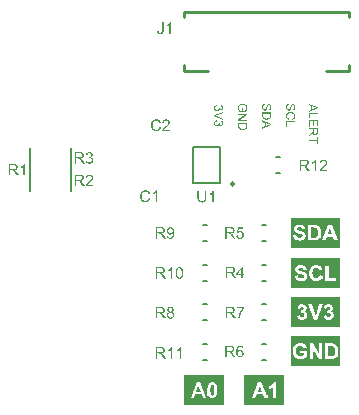
<source format=gto>
G04*
G04 #@! TF.GenerationSoftware,Altium Limited,Altium Designer,19.1.9 (167)*
G04*
G04 Layer_Color=65535*
%FSAX25Y25*%
%MOIN*%
G70*
G01*
G75*
%ADD10C,0.01000*%
%ADD11C,0.00500*%
%ADD12C,0.00787*%
%ADD13C,0.00984*%
G36*
X0135979Y0057000D02*
X0119500D01*
Y0067025D01*
X0135979D01*
Y0057000D01*
D02*
G37*
G36*
Y0043500D02*
X0119500D01*
Y0053525D01*
X0135979D01*
Y0043500D01*
D02*
G37*
G36*
Y0030500D02*
X0119500D01*
Y0040525D01*
X0135979D01*
Y0030500D01*
D02*
G37*
G36*
X0117258Y0004500D02*
X0104000D01*
Y0014525D01*
X0117258D01*
Y0004500D01*
D02*
G37*
G36*
X0135979Y0017500D02*
X0119500D01*
Y0027525D01*
X0135979D01*
Y0017500D01*
D02*
G37*
G36*
X0097258Y0004500D02*
X0084000D01*
Y0014525D01*
X0097258D01*
Y0004500D01*
D02*
G37*
G36*
X0103548Y0104996D02*
X0103589D01*
X0103634Y0104991D01*
X0103684Y0104986D01*
X0103739Y0104977D01*
X0103866Y0104955D01*
X0104002Y0104923D01*
X0104147Y0104877D01*
X0104288Y0104818D01*
X0104293D01*
X0104306Y0104809D01*
X0104324Y0104800D01*
X0104352Y0104787D01*
X0104384Y0104764D01*
X0104415Y0104741D01*
X0104501Y0104687D01*
X0104592Y0104610D01*
X0104683Y0104523D01*
X0104769Y0104414D01*
X0104810Y0104360D01*
X0104847Y0104296D01*
Y0104292D01*
X0104856Y0104283D01*
X0104865Y0104260D01*
X0104874Y0104237D01*
X0104892Y0104206D01*
X0104906Y0104165D01*
X0104924Y0104119D01*
X0104942Y0104069D01*
X0104955Y0104015D01*
X0104974Y0103956D01*
X0105006Y0103820D01*
X0105024Y0103674D01*
X0105033Y0103511D01*
Y0103456D01*
X0105028Y0103429D01*
Y0103393D01*
X0105019Y0103316D01*
X0105006Y0103229D01*
X0104987Y0103129D01*
X0104960Y0103030D01*
X0104924Y0102930D01*
Y0102925D01*
X0104919Y0102916D01*
X0104915Y0102902D01*
X0104906Y0102884D01*
X0104883Y0102839D01*
X0104847Y0102780D01*
X0104806Y0102712D01*
X0104756Y0102644D01*
X0104701Y0102576D01*
X0104633Y0102517D01*
X0104624Y0102512D01*
X0104601Y0102494D01*
X0104561Y0102467D01*
X0104501Y0102430D01*
X0104433Y0102394D01*
X0104352Y0102358D01*
X0104256Y0102321D01*
X0104147Y0102290D01*
X0104048Y0102648D01*
X0104052D01*
X0104057Y0102653D01*
X0104084Y0102657D01*
X0104125Y0102675D01*
X0104179Y0102694D01*
X0104234Y0102716D01*
X0104293Y0102744D01*
X0104352Y0102775D01*
X0104406Y0102812D01*
X0104411Y0102816D01*
X0104429Y0102830D01*
X0104452Y0102853D01*
X0104483Y0102884D01*
X0104515Y0102925D01*
X0104551Y0102975D01*
X0104583Y0103030D01*
X0104615Y0103098D01*
X0104620Y0103107D01*
X0104629Y0103129D01*
X0104642Y0103170D01*
X0104656Y0103220D01*
X0104669Y0103279D01*
X0104683Y0103347D01*
X0104692Y0103425D01*
X0104697Y0103506D01*
Y0103552D01*
X0104692Y0103602D01*
X0104688Y0103665D01*
X0104674Y0103738D01*
X0104660Y0103820D01*
X0104638Y0103897D01*
X0104611Y0103974D01*
X0104606Y0103983D01*
X0104597Y0104006D01*
X0104579Y0104042D01*
X0104551Y0104087D01*
X0104520Y0104137D01*
X0104483Y0104192D01*
X0104443Y0104242D01*
X0104393Y0104292D01*
X0104388Y0104296D01*
X0104370Y0104310D01*
X0104343Y0104333D01*
X0104306Y0104360D01*
X0104261Y0104392D01*
X0104211Y0104423D01*
X0104156Y0104451D01*
X0104097Y0104478D01*
X0104093D01*
X0104084Y0104482D01*
X0104070Y0104487D01*
X0104048Y0104496D01*
X0104025Y0104505D01*
X0103993Y0104514D01*
X0103920Y0104532D01*
X0103830Y0104555D01*
X0103730Y0104573D01*
X0103616Y0104587D01*
X0103498Y0104591D01*
X0103494D01*
X0103480D01*
X0103462D01*
X0103430Y0104587D01*
X0103398D01*
X0103358Y0104582D01*
X0103312Y0104578D01*
X0103267Y0104573D01*
X0103158Y0104560D01*
X0103044Y0104532D01*
X0102935Y0104501D01*
X0102826Y0104455D01*
X0102822D01*
X0102813Y0104451D01*
X0102799Y0104442D01*
X0102781Y0104428D01*
X0102735Y0104396D01*
X0102676Y0104355D01*
X0102613Y0104301D01*
X0102545Y0104233D01*
X0102481Y0104151D01*
X0102427Y0104060D01*
Y0104056D01*
X0102422Y0104047D01*
X0102413Y0104033D01*
X0102409Y0104015D01*
X0102400Y0103992D01*
X0102386Y0103960D01*
X0102363Y0103892D01*
X0102340Y0103806D01*
X0102318Y0103715D01*
X0102304Y0103611D01*
X0102300Y0103502D01*
Y0103456D01*
X0102304Y0103407D01*
X0102313Y0103343D01*
X0102322Y0103270D01*
X0102340Y0103184D01*
X0102363Y0103093D01*
X0102395Y0103002D01*
Y0102998D01*
X0102400Y0102993D01*
X0102404Y0102980D01*
X0102413Y0102962D01*
X0102431Y0102916D01*
X0102459Y0102862D01*
X0102490Y0102803D01*
X0102527Y0102744D01*
X0102568Y0102685D01*
X0102608Y0102630D01*
X0103171D01*
Y0103506D01*
X0103521D01*
Y0102244D01*
X0102413D01*
X0102409Y0102249D01*
X0102404Y0102258D01*
X0102390Y0102271D01*
X0102377Y0102294D01*
X0102354Y0102321D01*
X0102336Y0102353D01*
X0102281Y0102430D01*
X0102227Y0102521D01*
X0102168Y0102621D01*
X0102113Y0102734D01*
X0102064Y0102848D01*
Y0102853D01*
X0102059Y0102862D01*
X0102055Y0102880D01*
X0102045Y0102902D01*
X0102036Y0102930D01*
X0102027Y0102962D01*
X0102018Y0103002D01*
X0102009Y0103043D01*
X0101986Y0103139D01*
X0101968Y0103243D01*
X0101955Y0103361D01*
X0101950Y0103479D01*
Y0103520D01*
X0101955Y0103552D01*
Y0103593D01*
X0101959Y0103638D01*
X0101964Y0103688D01*
X0101973Y0103742D01*
X0101996Y0103869D01*
X0102027Y0104001D01*
X0102073Y0104142D01*
X0102136Y0104278D01*
X0102141Y0104283D01*
X0102145Y0104292D01*
X0102154Y0104314D01*
X0102173Y0104337D01*
X0102191Y0104369D01*
X0102213Y0104401D01*
X0102272Y0104478D01*
X0102350Y0104569D01*
X0102445Y0104655D01*
X0102554Y0104741D01*
X0102676Y0104818D01*
X0102681D01*
X0102695Y0104827D01*
X0102713Y0104837D01*
X0102740Y0104846D01*
X0102772Y0104859D01*
X0102813Y0104877D01*
X0102858Y0104891D01*
X0102912Y0104909D01*
X0102967Y0104927D01*
X0103031Y0104941D01*
X0103167Y0104973D01*
X0103317Y0104991D01*
X0103475Y0105000D01*
X0103480D01*
X0103494D01*
X0103516D01*
X0103548Y0104996D01*
D02*
G37*
G36*
X0104983Y0101268D02*
X0102640Y0099697D01*
X0104983D01*
Y0099321D01*
X0102000D01*
Y0099725D01*
X0104343Y0101291D01*
X0102000D01*
Y0101668D01*
X0104983D01*
Y0101268D01*
D02*
G37*
G36*
Y0097514D02*
X0104978Y0097436D01*
X0104974Y0097355D01*
X0104965Y0097264D01*
X0104951Y0097178D01*
X0104937Y0097105D01*
Y0097100D01*
X0104933Y0097091D01*
Y0097082D01*
X0104924Y0097064D01*
X0104910Y0097014D01*
X0104887Y0096955D01*
X0104860Y0096887D01*
X0104824Y0096814D01*
X0104779Y0096742D01*
X0104724Y0096669D01*
Y0096665D01*
X0104715Y0096660D01*
X0104688Y0096628D01*
X0104642Y0096587D01*
X0104583Y0096537D01*
X0104511Y0096478D01*
X0104424Y0096419D01*
X0104324Y0096365D01*
X0104211Y0096315D01*
X0104206D01*
X0104197Y0096310D01*
X0104179Y0096306D01*
X0104156Y0096297D01*
X0104129Y0096288D01*
X0104093Y0096279D01*
X0104052Y0096265D01*
X0104007Y0096256D01*
X0103957Y0096247D01*
X0103902Y0096233D01*
X0103784Y0096215D01*
X0103653Y0096201D01*
X0103507Y0096197D01*
X0103503D01*
X0103494D01*
X0103475D01*
X0103448D01*
X0103421Y0096201D01*
X0103385D01*
X0103303Y0096206D01*
X0103212Y0096215D01*
X0103108Y0096233D01*
X0103003Y0096251D01*
X0102903Y0096279D01*
X0102899D01*
X0102890Y0096283D01*
X0102876Y0096288D01*
X0102858Y0096292D01*
X0102813Y0096310D01*
X0102749Y0096333D01*
X0102681Y0096360D01*
X0102608Y0096397D01*
X0102536Y0096438D01*
X0102468Y0096483D01*
X0102459Y0096487D01*
X0102440Y0096506D01*
X0102409Y0096528D01*
X0102368Y0096565D01*
X0102327Y0096601D01*
X0102281Y0096651D01*
X0102236Y0096701D01*
X0102195Y0096755D01*
X0102191Y0096760D01*
X0102182Y0096783D01*
X0102163Y0096814D01*
X0102141Y0096855D01*
X0102118Y0096905D01*
X0102095Y0096964D01*
X0102073Y0097032D01*
X0102050Y0097110D01*
Y0097119D01*
X0102041Y0097146D01*
X0102036Y0097187D01*
X0102027Y0097246D01*
X0102018Y0097314D01*
X0102009Y0097395D01*
X0102005Y0097486D01*
X0102000Y0097586D01*
Y0098658D01*
X0104983D01*
Y0097514D01*
D02*
G37*
G36*
X0094840Y0104132D02*
X0094835D01*
X0094826Y0104128D01*
X0094808D01*
X0094790Y0104119D01*
X0094735Y0104105D01*
X0094667Y0104082D01*
X0094595Y0104055D01*
X0094518Y0104019D01*
X0094450Y0103973D01*
X0094390Y0103923D01*
X0094386Y0103914D01*
X0094368Y0103896D01*
X0094350Y0103864D01*
X0094322Y0103819D01*
X0094300Y0103769D01*
X0094277Y0103706D01*
X0094259Y0103633D01*
X0094254Y0103556D01*
Y0103528D01*
X0094259Y0103510D01*
X0094263Y0103465D01*
X0094277Y0103406D01*
X0094300Y0103333D01*
X0094327Y0103261D01*
X0094372Y0103188D01*
X0094431Y0103120D01*
X0094440Y0103111D01*
X0094463Y0103093D01*
X0094499Y0103065D01*
X0094554Y0103029D01*
X0094617Y0102997D01*
X0094695Y0102970D01*
X0094781Y0102952D01*
X0094876Y0102943D01*
X0094881D01*
X0094885D01*
X0094899D01*
X0094917Y0102947D01*
X0094963Y0102952D01*
X0095021Y0102965D01*
X0095085Y0102984D01*
X0095158Y0103015D01*
X0095226Y0103056D01*
X0095289Y0103111D01*
X0095298Y0103120D01*
X0095317Y0103138D01*
X0095339Y0103174D01*
X0095371Y0103224D01*
X0095403Y0103283D01*
X0095426Y0103356D01*
X0095444Y0103433D01*
X0095453Y0103524D01*
Y0103565D01*
X0095448Y0103596D01*
X0095444Y0103633D01*
X0095439Y0103678D01*
X0095430Y0103728D01*
X0095416Y0103783D01*
X0095739Y0103742D01*
Y0103719D01*
X0095734Y0103701D01*
Y0103642D01*
X0095739Y0103601D01*
X0095748Y0103542D01*
X0095762Y0103479D01*
X0095784Y0103410D01*
X0095811Y0103338D01*
X0095852Y0103265D01*
X0095857Y0103256D01*
X0095875Y0103233D01*
X0095907Y0103206D01*
X0095948Y0103170D01*
X0095998Y0103133D01*
X0096061Y0103106D01*
X0096138Y0103084D01*
X0096229Y0103074D01*
X0096234D01*
X0096238D01*
X0096261D01*
X0096297Y0103084D01*
X0096347Y0103093D01*
X0096397Y0103106D01*
X0096452Y0103133D01*
X0096511Y0103165D01*
X0096561Y0103211D01*
X0096565Y0103215D01*
X0096583Y0103233D01*
X0096606Y0103265D01*
X0096629Y0103306D01*
X0096656Y0103356D01*
X0096674Y0103415D01*
X0096692Y0103483D01*
X0096697Y0103560D01*
Y0103596D01*
X0096688Y0103637D01*
X0096679Y0103683D01*
X0096665Y0103742D01*
X0096638Y0103801D01*
X0096606Y0103860D01*
X0096561Y0103919D01*
X0096556Y0103923D01*
X0096538Y0103942D01*
X0096506Y0103964D01*
X0096461Y0103991D01*
X0096406Y0104023D01*
X0096338Y0104051D01*
X0096256Y0104078D01*
X0096161Y0104096D01*
X0096225Y0104464D01*
X0096229D01*
X0096243Y0104459D01*
X0096261Y0104455D01*
X0096284Y0104450D01*
X0096315Y0104441D01*
X0096352Y0104432D01*
X0096433Y0104400D01*
X0096524Y0104364D01*
X0096620Y0104309D01*
X0096710Y0104246D01*
X0096792Y0104164D01*
X0096797Y0104159D01*
X0096801Y0104155D01*
X0096810Y0104141D01*
X0096824Y0104119D01*
X0096838Y0104096D01*
X0096856Y0104069D01*
X0096896Y0104001D01*
X0096933Y0103914D01*
X0096965Y0103810D01*
X0096987Y0103696D01*
X0096996Y0103633D01*
Y0103528D01*
X0096992Y0103483D01*
X0096983Y0103424D01*
X0096969Y0103356D01*
X0096951Y0103279D01*
X0096924Y0103202D01*
X0096887Y0103124D01*
Y0103120D01*
X0096883Y0103115D01*
X0096869Y0103088D01*
X0096847Y0103052D01*
X0096815Y0103006D01*
X0096774Y0102956D01*
X0096724Y0102902D01*
X0096665Y0102852D01*
X0096601Y0102807D01*
X0096592Y0102802D01*
X0096570Y0102788D01*
X0096533Y0102770D01*
X0096488Y0102752D01*
X0096429Y0102734D01*
X0096365Y0102716D01*
X0096297Y0102702D01*
X0096220Y0102698D01*
X0096211D01*
X0096188D01*
X0096152Y0102702D01*
X0096107Y0102711D01*
X0096052Y0102725D01*
X0095993Y0102743D01*
X0095929Y0102766D01*
X0095871Y0102802D01*
X0095861Y0102807D01*
X0095843Y0102820D01*
X0095816Y0102847D01*
X0095780Y0102879D01*
X0095739Y0102925D01*
X0095698Y0102975D01*
X0095653Y0103038D01*
X0095616Y0103111D01*
Y0103106D01*
X0095612Y0103097D01*
Y0103084D01*
X0095603Y0103065D01*
X0095589Y0103020D01*
X0095562Y0102961D01*
X0095530Y0102897D01*
X0095485Y0102829D01*
X0095430Y0102761D01*
X0095362Y0102702D01*
X0095353Y0102698D01*
X0095326Y0102680D01*
X0095285Y0102657D01*
X0095230Y0102625D01*
X0095162Y0102598D01*
X0095081Y0102575D01*
X0094985Y0102557D01*
X0094881Y0102552D01*
X0094876D01*
X0094863D01*
X0094844D01*
X0094817Y0102557D01*
X0094781Y0102561D01*
X0094745Y0102566D01*
X0094699Y0102575D01*
X0094654Y0102589D01*
X0094549Y0102620D01*
X0094490Y0102643D01*
X0094436Y0102675D01*
X0094381Y0102707D01*
X0094327Y0102743D01*
X0094272Y0102788D01*
X0094218Y0102838D01*
X0094213Y0102843D01*
X0094204Y0102852D01*
X0094195Y0102866D01*
X0094177Y0102888D01*
X0094154Y0102916D01*
X0094132Y0102952D01*
X0094109Y0102993D01*
X0094086Y0103034D01*
X0094059Y0103084D01*
X0094036Y0103138D01*
X0094014Y0103197D01*
X0093991Y0103261D01*
X0093973Y0103329D01*
X0093964Y0103401D01*
X0093955Y0103479D01*
X0093950Y0103556D01*
Y0103592D01*
X0093955Y0103619D01*
X0093959Y0103656D01*
X0093964Y0103692D01*
X0093968Y0103737D01*
X0093977Y0103783D01*
X0094004Y0103887D01*
X0094050Y0103996D01*
X0094073Y0104051D01*
X0094104Y0104101D01*
X0094141Y0104155D01*
X0094182Y0104205D01*
X0094186Y0104209D01*
X0094191Y0104214D01*
X0094204Y0104228D01*
X0094222Y0104246D01*
X0094250Y0104264D01*
X0094277Y0104287D01*
X0094309Y0104314D01*
X0094345Y0104337D01*
X0094436Y0104391D01*
X0094540Y0104436D01*
X0094658Y0104477D01*
X0094722Y0104491D01*
X0094790Y0104500D01*
X0094840Y0104132D01*
D02*
G37*
G36*
X0096983Y0101917D02*
X0094817Y0101145D01*
X0094813D01*
X0094804Y0101140D01*
X0094790Y0101136D01*
X0094772Y0101127D01*
X0094722Y0101113D01*
X0094658Y0101091D01*
X0094581Y0101063D01*
X0094499Y0101036D01*
X0094327Y0100986D01*
X0094331D01*
X0094336Y0100981D01*
X0094350Y0100977D01*
X0094368Y0100972D01*
X0094418Y0100959D01*
X0094481Y0100941D01*
X0094554Y0100918D01*
X0094636Y0100891D01*
X0094726Y0100859D01*
X0094817Y0100827D01*
X0096983Y0100019D01*
Y0099620D01*
X0094000Y0100786D01*
Y0101190D01*
X0096983Y0102348D01*
Y0101917D01*
D02*
G37*
G36*
X0094840Y0099038D02*
X0094835D01*
X0094826Y0099034D01*
X0094808D01*
X0094790Y0099025D01*
X0094735Y0099011D01*
X0094667Y0098988D01*
X0094595Y0098961D01*
X0094518Y0098925D01*
X0094450Y0098879D01*
X0094390Y0098830D01*
X0094386Y0098821D01*
X0094368Y0098802D01*
X0094350Y0098770D01*
X0094322Y0098725D01*
X0094300Y0098675D01*
X0094277Y0098612D01*
X0094259Y0098539D01*
X0094254Y0098462D01*
Y0098435D01*
X0094259Y0098416D01*
X0094263Y0098371D01*
X0094277Y0098312D01*
X0094300Y0098239D01*
X0094327Y0098167D01*
X0094372Y0098094D01*
X0094431Y0098026D01*
X0094440Y0098017D01*
X0094463Y0097999D01*
X0094499Y0097971D01*
X0094554Y0097935D01*
X0094617Y0097903D01*
X0094695Y0097876D01*
X0094781Y0097858D01*
X0094876Y0097849D01*
X0094881D01*
X0094885D01*
X0094899D01*
X0094917Y0097853D01*
X0094963Y0097858D01*
X0095021Y0097872D01*
X0095085Y0097890D01*
X0095158Y0097922D01*
X0095226Y0097962D01*
X0095289Y0098017D01*
X0095298Y0098026D01*
X0095317Y0098044D01*
X0095339Y0098080D01*
X0095371Y0098130D01*
X0095403Y0098189D01*
X0095426Y0098262D01*
X0095444Y0098339D01*
X0095453Y0098430D01*
Y0098471D01*
X0095448Y0098503D01*
X0095444Y0098539D01*
X0095439Y0098584D01*
X0095430Y0098634D01*
X0095416Y0098689D01*
X0095739Y0098648D01*
Y0098625D01*
X0095734Y0098607D01*
Y0098548D01*
X0095739Y0098507D01*
X0095748Y0098448D01*
X0095762Y0098385D01*
X0095784Y0098317D01*
X0095811Y0098244D01*
X0095852Y0098171D01*
X0095857Y0098162D01*
X0095875Y0098140D01*
X0095907Y0098112D01*
X0095948Y0098076D01*
X0095998Y0098040D01*
X0096061Y0098012D01*
X0096138Y0097990D01*
X0096229Y0097981D01*
X0096234D01*
X0096238D01*
X0096261D01*
X0096297Y0097990D01*
X0096347Y0097999D01*
X0096397Y0098012D01*
X0096452Y0098040D01*
X0096511Y0098071D01*
X0096561Y0098117D01*
X0096565Y0098121D01*
X0096583Y0098140D01*
X0096606Y0098171D01*
X0096629Y0098212D01*
X0096656Y0098262D01*
X0096674Y0098321D01*
X0096692Y0098389D01*
X0096697Y0098466D01*
Y0098503D01*
X0096688Y0098544D01*
X0096679Y0098589D01*
X0096665Y0098648D01*
X0096638Y0098707D01*
X0096606Y0098766D01*
X0096561Y0098825D01*
X0096556Y0098830D01*
X0096538Y0098848D01*
X0096506Y0098870D01*
X0096461Y0098898D01*
X0096406Y0098929D01*
X0096338Y0098957D01*
X0096256Y0098984D01*
X0096161Y0099002D01*
X0096225Y0099370D01*
X0096229D01*
X0096243Y0099365D01*
X0096261Y0099361D01*
X0096284Y0099356D01*
X0096315Y0099347D01*
X0096352Y0099338D01*
X0096433Y0099306D01*
X0096524Y0099270D01*
X0096620Y0099215D01*
X0096710Y0099152D01*
X0096792Y0099070D01*
X0096797Y0099066D01*
X0096801Y0099061D01*
X0096810Y0099047D01*
X0096824Y0099025D01*
X0096838Y0099002D01*
X0096856Y0098975D01*
X0096896Y0098907D01*
X0096933Y0098821D01*
X0096965Y0098716D01*
X0096987Y0098602D01*
X0096996Y0098539D01*
Y0098435D01*
X0096992Y0098389D01*
X0096983Y0098330D01*
X0096969Y0098262D01*
X0096951Y0098185D01*
X0096924Y0098108D01*
X0096887Y0098031D01*
Y0098026D01*
X0096883Y0098021D01*
X0096869Y0097994D01*
X0096847Y0097958D01*
X0096815Y0097913D01*
X0096774Y0097862D01*
X0096724Y0097808D01*
X0096665Y0097758D01*
X0096601Y0097713D01*
X0096592Y0097708D01*
X0096570Y0097694D01*
X0096533Y0097676D01*
X0096488Y0097658D01*
X0096429Y0097640D01*
X0096365Y0097622D01*
X0096297Y0097608D01*
X0096220Y0097604D01*
X0096211D01*
X0096188D01*
X0096152Y0097608D01*
X0096107Y0097617D01*
X0096052Y0097631D01*
X0095993Y0097649D01*
X0095929Y0097672D01*
X0095871Y0097708D01*
X0095861Y0097713D01*
X0095843Y0097726D01*
X0095816Y0097754D01*
X0095780Y0097785D01*
X0095739Y0097831D01*
X0095698Y0097881D01*
X0095653Y0097944D01*
X0095616Y0098017D01*
Y0098012D01*
X0095612Y0098003D01*
Y0097990D01*
X0095603Y0097971D01*
X0095589Y0097926D01*
X0095562Y0097867D01*
X0095530Y0097803D01*
X0095485Y0097735D01*
X0095430Y0097667D01*
X0095362Y0097608D01*
X0095353Y0097604D01*
X0095326Y0097586D01*
X0095285Y0097563D01*
X0095230Y0097531D01*
X0095162Y0097504D01*
X0095081Y0097481D01*
X0094985Y0097463D01*
X0094881Y0097458D01*
X0094876D01*
X0094863D01*
X0094844D01*
X0094817Y0097463D01*
X0094781Y0097467D01*
X0094745Y0097472D01*
X0094699Y0097481D01*
X0094654Y0097495D01*
X0094549Y0097527D01*
X0094490Y0097549D01*
X0094436Y0097581D01*
X0094381Y0097613D01*
X0094327Y0097649D01*
X0094272Y0097694D01*
X0094218Y0097745D01*
X0094213Y0097749D01*
X0094204Y0097758D01*
X0094195Y0097772D01*
X0094177Y0097794D01*
X0094154Y0097822D01*
X0094132Y0097858D01*
X0094109Y0097899D01*
X0094086Y0097940D01*
X0094059Y0097990D01*
X0094036Y0098044D01*
X0094014Y0098103D01*
X0093991Y0098167D01*
X0093973Y0098235D01*
X0093964Y0098307D01*
X0093955Y0098385D01*
X0093950Y0098462D01*
Y0098498D01*
X0093955Y0098525D01*
X0093959Y0098562D01*
X0093964Y0098598D01*
X0093968Y0098643D01*
X0093977Y0098689D01*
X0094004Y0098793D01*
X0094050Y0098902D01*
X0094073Y0098957D01*
X0094104Y0099007D01*
X0094141Y0099061D01*
X0094182Y0099111D01*
X0094186Y0099116D01*
X0094191Y0099120D01*
X0094204Y0099134D01*
X0094222Y0099152D01*
X0094250Y0099170D01*
X0094277Y0099193D01*
X0094309Y0099220D01*
X0094345Y0099243D01*
X0094436Y0099297D01*
X0094540Y0099343D01*
X0094658Y0099383D01*
X0094722Y0099397D01*
X0094790Y0099406D01*
X0094840Y0099038D01*
D02*
G37*
G36*
X0110990Y0104628D02*
X0110985D01*
X0110981D01*
X0110953Y0104623D01*
X0110913Y0104614D01*
X0110858Y0104605D01*
X0110799Y0104587D01*
X0110735Y0104569D01*
X0110677Y0104542D01*
X0110617Y0104510D01*
X0110613Y0104505D01*
X0110595Y0104491D01*
X0110567Y0104469D01*
X0110536Y0104432D01*
X0110499Y0104392D01*
X0110459Y0104342D01*
X0110422Y0104278D01*
X0110386Y0104210D01*
Y0104206D01*
X0110381Y0104201D01*
X0110372Y0104174D01*
X0110359Y0104133D01*
X0110345Y0104074D01*
X0110327Y0104010D01*
X0110313Y0103929D01*
X0110304Y0103842D01*
X0110300Y0103752D01*
Y0103715D01*
X0110304Y0103670D01*
X0110309Y0103620D01*
X0110313Y0103556D01*
X0110327Y0103493D01*
X0110340Y0103425D01*
X0110363Y0103357D01*
X0110368Y0103347D01*
X0110377Y0103329D01*
X0110390Y0103297D01*
X0110413Y0103261D01*
X0110440Y0103216D01*
X0110472Y0103175D01*
X0110509Y0103134D01*
X0110549Y0103098D01*
X0110554Y0103093D01*
X0110572Y0103084D01*
X0110595Y0103070D01*
X0110626Y0103052D01*
X0110663Y0103039D01*
X0110708Y0103025D01*
X0110754Y0103016D01*
X0110804Y0103012D01*
X0110808D01*
X0110826D01*
X0110854Y0103016D01*
X0110885Y0103021D01*
X0110926Y0103030D01*
X0110967Y0103048D01*
X0111008Y0103066D01*
X0111049Y0103093D01*
X0111053Y0103098D01*
X0111067Y0103107D01*
X0111085Y0103129D01*
X0111112Y0103157D01*
X0111140Y0103193D01*
X0111167Y0103238D01*
X0111199Y0103297D01*
X0111226Y0103361D01*
X0111230Y0103366D01*
X0111235Y0103384D01*
X0111244Y0103420D01*
X0111253Y0103443D01*
X0111262Y0103470D01*
X0111271Y0103506D01*
X0111280Y0103543D01*
X0111294Y0103588D01*
X0111308Y0103633D01*
X0111321Y0103688D01*
X0111335Y0103752D01*
X0111353Y0103820D01*
X0111371Y0103892D01*
Y0103897D01*
X0111376Y0103910D01*
X0111380Y0103933D01*
X0111389Y0103960D01*
X0111398Y0103992D01*
X0111407Y0104028D01*
X0111430Y0104115D01*
X0111462Y0104210D01*
X0111494Y0104305D01*
X0111525Y0104392D01*
X0111539Y0104432D01*
X0111557Y0104464D01*
Y0104469D01*
X0111562Y0104473D01*
X0111580Y0104501D01*
X0111603Y0104537D01*
X0111634Y0104582D01*
X0111675Y0104637D01*
X0111721Y0104687D01*
X0111775Y0104737D01*
X0111834Y0104782D01*
X0111843Y0104787D01*
X0111866Y0104800D01*
X0111898Y0104814D01*
X0111943Y0104832D01*
X0111998Y0104855D01*
X0112061Y0104868D01*
X0112134Y0104882D01*
X0112206Y0104886D01*
X0112211D01*
X0112215D01*
X0112229D01*
X0112247D01*
X0112288Y0104877D01*
X0112343Y0104868D01*
X0112411Y0104855D01*
X0112479Y0104832D01*
X0112556Y0104800D01*
X0112629Y0104759D01*
X0112633D01*
X0112638Y0104755D01*
X0112660Y0104737D01*
X0112697Y0104705D01*
X0112742Y0104664D01*
X0112788Y0104614D01*
X0112838Y0104551D01*
X0112887Y0104473D01*
X0112928Y0104387D01*
Y0104383D01*
X0112933Y0104378D01*
X0112937Y0104364D01*
X0112946Y0104342D01*
X0112951Y0104319D01*
X0112960Y0104292D01*
X0112983Y0104228D01*
X0113001Y0104147D01*
X0113015Y0104056D01*
X0113028Y0103951D01*
X0113033Y0103842D01*
Y0103788D01*
X0113028Y0103756D01*
Y0103724D01*
X0113019Y0103647D01*
X0113005Y0103556D01*
X0112987Y0103456D01*
X0112960Y0103357D01*
X0112924Y0103261D01*
Y0103257D01*
X0112919Y0103252D01*
X0112915Y0103238D01*
X0112906Y0103220D01*
X0112878Y0103175D01*
X0112847Y0103116D01*
X0112801Y0103052D01*
X0112747Y0102989D01*
X0112683Y0102925D01*
X0112610Y0102871D01*
X0112601Y0102866D01*
X0112574Y0102848D01*
X0112529Y0102825D01*
X0112474Y0102803D01*
X0112406Y0102775D01*
X0112325Y0102748D01*
X0112238Y0102730D01*
X0112143Y0102721D01*
X0112116Y0103098D01*
X0112120D01*
X0112129D01*
X0112143Y0103102D01*
X0112161Y0103107D01*
X0112211Y0103116D01*
X0112275Y0103134D01*
X0112343Y0103161D01*
X0112411Y0103198D01*
X0112479Y0103248D01*
X0112538Y0103307D01*
X0112542Y0103316D01*
X0112561Y0103338D01*
X0112583Y0103379D01*
X0112610Y0103434D01*
X0112638Y0103506D01*
X0112660Y0103597D01*
X0112679Y0103702D01*
X0112683Y0103824D01*
Y0103883D01*
X0112679Y0103910D01*
Y0103947D01*
X0112665Y0104024D01*
X0112651Y0104110D01*
X0112629Y0104196D01*
X0112597Y0104278D01*
X0112574Y0104314D01*
X0112551Y0104346D01*
X0112547Y0104351D01*
X0112529Y0104369D01*
X0112502Y0104396D01*
X0112461Y0104423D01*
X0112415Y0104455D01*
X0112361Y0104478D01*
X0112302Y0104496D01*
X0112234Y0104505D01*
X0112225D01*
X0112206D01*
X0112175Y0104501D01*
X0112138Y0104491D01*
X0112098Y0104478D01*
X0112052Y0104455D01*
X0112011Y0104428D01*
X0111970Y0104392D01*
X0111966Y0104387D01*
X0111952Y0104364D01*
X0111943Y0104351D01*
X0111930Y0104333D01*
X0111920Y0104305D01*
X0111907Y0104274D01*
X0111889Y0104237D01*
X0111871Y0104196D01*
X0111857Y0104151D01*
X0111839Y0104096D01*
X0111816Y0104033D01*
X0111798Y0103965D01*
X0111780Y0103888D01*
X0111757Y0103801D01*
Y0103797D01*
X0111752Y0103779D01*
X0111748Y0103756D01*
X0111739Y0103724D01*
X0111730Y0103683D01*
X0111716Y0103638D01*
X0111693Y0103538D01*
X0111662Y0103429D01*
X0111630Y0103320D01*
X0111616Y0103266D01*
X0111598Y0103220D01*
X0111580Y0103175D01*
X0111566Y0103139D01*
Y0103134D01*
X0111562Y0103125D01*
X0111553Y0103116D01*
X0111544Y0103098D01*
X0111516Y0103052D01*
X0111485Y0102993D01*
X0111439Y0102930D01*
X0111385Y0102866D01*
X0111326Y0102807D01*
X0111262Y0102757D01*
X0111253Y0102753D01*
X0111230Y0102739D01*
X0111194Y0102716D01*
X0111140Y0102694D01*
X0111081Y0102671D01*
X0111008Y0102648D01*
X0110926Y0102635D01*
X0110840Y0102630D01*
X0110835D01*
X0110831D01*
X0110817D01*
X0110799D01*
X0110754Y0102639D01*
X0110695Y0102648D01*
X0110626Y0102662D01*
X0110549Y0102689D01*
X0110468Y0102721D01*
X0110390Y0102766D01*
X0110381Y0102771D01*
X0110354Y0102794D01*
X0110318Y0102821D01*
X0110272Y0102866D01*
X0110218Y0102921D01*
X0110163Y0102989D01*
X0110114Y0103070D01*
X0110064Y0103161D01*
Y0103166D01*
X0110059Y0103175D01*
X0110055Y0103189D01*
X0110045Y0103207D01*
X0110036Y0103229D01*
X0110027Y0103257D01*
X0110009Y0103329D01*
X0109986Y0103411D01*
X0109968Y0103511D01*
X0109955Y0103615D01*
X0109950Y0103733D01*
Y0103801D01*
X0109955Y0103833D01*
Y0103874D01*
X0109959Y0103919D01*
X0109964Y0103969D01*
X0109977Y0104074D01*
X0110000Y0104187D01*
X0110027Y0104301D01*
X0110064Y0104410D01*
Y0104414D01*
X0110068Y0104423D01*
X0110077Y0104437D01*
X0110086Y0104455D01*
X0110114Y0104505D01*
X0110154Y0104564D01*
X0110204Y0104637D01*
X0110263Y0104705D01*
X0110336Y0104778D01*
X0110418Y0104841D01*
X0110422D01*
X0110427Y0104846D01*
X0110440Y0104855D01*
X0110459Y0104864D01*
X0110481Y0104877D01*
X0110509Y0104891D01*
X0110577Y0104918D01*
X0110654Y0104946D01*
X0110749Y0104973D01*
X0110849Y0104991D01*
X0110958Y0105000D01*
X0110990Y0104628D01*
D02*
G37*
G36*
X0112983Y0100946D02*
X0112978Y0100869D01*
X0112974Y0100787D01*
X0112965Y0100696D01*
X0112951Y0100610D01*
X0112937Y0100537D01*
Y0100533D01*
X0112933Y0100524D01*
Y0100514D01*
X0112924Y0100496D01*
X0112910Y0100446D01*
X0112887Y0100387D01*
X0112860Y0100319D01*
X0112824Y0100247D01*
X0112778Y0100174D01*
X0112724Y0100101D01*
Y0100097D01*
X0112715Y0100092D01*
X0112688Y0100060D01*
X0112642Y0100020D01*
X0112583Y0099970D01*
X0112511Y0099911D01*
X0112424Y0099852D01*
X0112325Y0099797D01*
X0112211Y0099747D01*
X0112206D01*
X0112197Y0099743D01*
X0112179Y0099738D01*
X0112156Y0099729D01*
X0112129Y0099720D01*
X0112093Y0099711D01*
X0112052Y0099697D01*
X0112007Y0099688D01*
X0111957Y0099679D01*
X0111902Y0099665D01*
X0111784Y0099647D01*
X0111653Y0099634D01*
X0111507Y0099629D01*
X0111503D01*
X0111494D01*
X0111476D01*
X0111448D01*
X0111421Y0099634D01*
X0111385D01*
X0111303Y0099638D01*
X0111212Y0099647D01*
X0111108Y0099665D01*
X0111003Y0099684D01*
X0110904Y0099711D01*
X0110899D01*
X0110890Y0099715D01*
X0110876Y0099720D01*
X0110858Y0099725D01*
X0110813Y0099743D01*
X0110749Y0099765D01*
X0110681Y0099793D01*
X0110608Y0099829D01*
X0110536Y0099870D01*
X0110468Y0099915D01*
X0110459Y0099920D01*
X0110440Y0099938D01*
X0110409Y0099961D01*
X0110368Y0099997D01*
X0110327Y0100033D01*
X0110282Y0100083D01*
X0110236Y0100133D01*
X0110195Y0100188D01*
X0110191Y0100192D01*
X0110182Y0100215D01*
X0110163Y0100247D01*
X0110141Y0100287D01*
X0110118Y0100337D01*
X0110095Y0100396D01*
X0110073Y0100464D01*
X0110050Y0100542D01*
Y0100551D01*
X0110041Y0100578D01*
X0110036Y0100619D01*
X0110027Y0100678D01*
X0110018Y0100746D01*
X0110009Y0100828D01*
X0110004Y0100918D01*
X0110000Y0101018D01*
Y0102090D01*
X0112983D01*
Y0100946D01*
D02*
G37*
G36*
Y0098272D02*
Y0097840D01*
X0110000Y0096628D01*
Y0097073D01*
X0110904Y0097418D01*
Y0098671D01*
X0110000Y0098994D01*
Y0099411D01*
X0112983Y0098272D01*
D02*
G37*
G36*
X0118990Y0104628D02*
X0118985D01*
X0118981D01*
X0118953Y0104623D01*
X0118912Y0104614D01*
X0118858Y0104605D01*
X0118799Y0104587D01*
X0118736Y0104569D01*
X0118676Y0104542D01*
X0118617Y0104510D01*
X0118613Y0104505D01*
X0118595Y0104491D01*
X0118568Y0104469D01*
X0118536Y0104432D01*
X0118499Y0104392D01*
X0118458Y0104342D01*
X0118422Y0104278D01*
X0118386Y0104210D01*
Y0104206D01*
X0118381Y0104201D01*
X0118372Y0104174D01*
X0118359Y0104133D01*
X0118345Y0104074D01*
X0118327Y0104010D01*
X0118313Y0103929D01*
X0118304Y0103842D01*
X0118300Y0103752D01*
Y0103715D01*
X0118304Y0103670D01*
X0118309Y0103620D01*
X0118313Y0103556D01*
X0118327Y0103493D01*
X0118341Y0103425D01*
X0118363Y0103357D01*
X0118368Y0103347D01*
X0118377Y0103329D01*
X0118390Y0103297D01*
X0118413Y0103261D01*
X0118440Y0103216D01*
X0118472Y0103175D01*
X0118509Y0103134D01*
X0118549Y0103098D01*
X0118554Y0103093D01*
X0118572Y0103084D01*
X0118595Y0103070D01*
X0118626Y0103052D01*
X0118663Y0103039D01*
X0118708Y0103025D01*
X0118754Y0103016D01*
X0118804Y0103012D01*
X0118808D01*
X0118826D01*
X0118853Y0103016D01*
X0118885Y0103021D01*
X0118926Y0103030D01*
X0118967Y0103048D01*
X0119008Y0103066D01*
X0119049Y0103093D01*
X0119053Y0103098D01*
X0119067Y0103107D01*
X0119085Y0103129D01*
X0119112Y0103157D01*
X0119140Y0103193D01*
X0119167Y0103238D01*
X0119199Y0103297D01*
X0119226Y0103361D01*
X0119230Y0103366D01*
X0119235Y0103384D01*
X0119244Y0103420D01*
X0119253Y0103443D01*
X0119262Y0103470D01*
X0119271Y0103506D01*
X0119280Y0103543D01*
X0119294Y0103588D01*
X0119307Y0103633D01*
X0119321Y0103688D01*
X0119335Y0103752D01*
X0119353Y0103820D01*
X0119371Y0103892D01*
Y0103897D01*
X0119376Y0103910D01*
X0119380Y0103933D01*
X0119389Y0103960D01*
X0119398Y0103992D01*
X0119407Y0104028D01*
X0119430Y0104115D01*
X0119462Y0104210D01*
X0119494Y0104305D01*
X0119525Y0104392D01*
X0119539Y0104432D01*
X0119557Y0104464D01*
Y0104469D01*
X0119562Y0104473D01*
X0119580Y0104501D01*
X0119603Y0104537D01*
X0119634Y0104582D01*
X0119675Y0104637D01*
X0119721Y0104687D01*
X0119775Y0104737D01*
X0119834Y0104782D01*
X0119843Y0104787D01*
X0119866Y0104800D01*
X0119898Y0104814D01*
X0119943Y0104832D01*
X0119998Y0104855D01*
X0120061Y0104868D01*
X0120134Y0104882D01*
X0120206Y0104886D01*
X0120211D01*
X0120215D01*
X0120229D01*
X0120247D01*
X0120288Y0104877D01*
X0120343Y0104868D01*
X0120411Y0104855D01*
X0120479Y0104832D01*
X0120556Y0104800D01*
X0120629Y0104759D01*
X0120633D01*
X0120638Y0104755D01*
X0120660Y0104737D01*
X0120697Y0104705D01*
X0120742Y0104664D01*
X0120788Y0104614D01*
X0120837Y0104551D01*
X0120887Y0104473D01*
X0120928Y0104387D01*
Y0104383D01*
X0120933Y0104378D01*
X0120937Y0104364D01*
X0120947Y0104342D01*
X0120951Y0104319D01*
X0120960Y0104292D01*
X0120983Y0104228D01*
X0121001Y0104147D01*
X0121015Y0104056D01*
X0121028Y0103951D01*
X0121033Y0103842D01*
Y0103788D01*
X0121028Y0103756D01*
Y0103724D01*
X0121019Y0103647D01*
X0121005Y0103556D01*
X0120987Y0103456D01*
X0120960Y0103357D01*
X0120924Y0103261D01*
Y0103257D01*
X0120919Y0103252D01*
X0120915Y0103238D01*
X0120906Y0103220D01*
X0120878Y0103175D01*
X0120847Y0103116D01*
X0120801Y0103052D01*
X0120747Y0102989D01*
X0120683Y0102925D01*
X0120610Y0102871D01*
X0120601Y0102866D01*
X0120574Y0102848D01*
X0120529Y0102825D01*
X0120474Y0102803D01*
X0120406Y0102775D01*
X0120325Y0102748D01*
X0120238Y0102730D01*
X0120143Y0102721D01*
X0120116Y0103098D01*
X0120120D01*
X0120129D01*
X0120143Y0103102D01*
X0120161Y0103107D01*
X0120211Y0103116D01*
X0120274Y0103134D01*
X0120343Y0103161D01*
X0120411Y0103198D01*
X0120479Y0103248D01*
X0120538Y0103307D01*
X0120542Y0103316D01*
X0120561Y0103338D01*
X0120583Y0103379D01*
X0120610Y0103434D01*
X0120638Y0103506D01*
X0120660Y0103597D01*
X0120679Y0103702D01*
X0120683Y0103824D01*
Y0103883D01*
X0120679Y0103910D01*
Y0103947D01*
X0120665Y0104024D01*
X0120651Y0104110D01*
X0120629Y0104196D01*
X0120597Y0104278D01*
X0120574Y0104314D01*
X0120552Y0104346D01*
X0120547Y0104351D01*
X0120529Y0104369D01*
X0120501Y0104396D01*
X0120461Y0104423D01*
X0120415Y0104455D01*
X0120361Y0104478D01*
X0120302Y0104496D01*
X0120234Y0104505D01*
X0120225D01*
X0120206D01*
X0120175Y0104501D01*
X0120138Y0104491D01*
X0120097Y0104478D01*
X0120052Y0104455D01*
X0120011Y0104428D01*
X0119970Y0104392D01*
X0119966Y0104387D01*
X0119952Y0104364D01*
X0119943Y0104351D01*
X0119930Y0104333D01*
X0119920Y0104305D01*
X0119907Y0104274D01*
X0119889Y0104237D01*
X0119870Y0104196D01*
X0119857Y0104151D01*
X0119839Y0104096D01*
X0119816Y0104033D01*
X0119798Y0103965D01*
X0119780Y0103888D01*
X0119757Y0103801D01*
Y0103797D01*
X0119752Y0103779D01*
X0119748Y0103756D01*
X0119739Y0103724D01*
X0119730Y0103683D01*
X0119716Y0103638D01*
X0119693Y0103538D01*
X0119662Y0103429D01*
X0119630Y0103320D01*
X0119616Y0103266D01*
X0119598Y0103220D01*
X0119580Y0103175D01*
X0119566Y0103139D01*
Y0103134D01*
X0119562Y0103125D01*
X0119553Y0103116D01*
X0119544Y0103098D01*
X0119516Y0103052D01*
X0119485Y0102993D01*
X0119439Y0102930D01*
X0119385Y0102866D01*
X0119326Y0102807D01*
X0119262Y0102757D01*
X0119253Y0102753D01*
X0119230Y0102739D01*
X0119194Y0102716D01*
X0119140Y0102694D01*
X0119080Y0102671D01*
X0119008Y0102648D01*
X0118926Y0102635D01*
X0118840Y0102630D01*
X0118835D01*
X0118831D01*
X0118817D01*
X0118799D01*
X0118754Y0102639D01*
X0118695Y0102648D01*
X0118626Y0102662D01*
X0118549Y0102689D01*
X0118468Y0102721D01*
X0118390Y0102766D01*
X0118381Y0102771D01*
X0118354Y0102794D01*
X0118318Y0102821D01*
X0118272Y0102866D01*
X0118218Y0102921D01*
X0118163Y0102989D01*
X0118114Y0103070D01*
X0118064Y0103161D01*
Y0103166D01*
X0118059Y0103175D01*
X0118054Y0103189D01*
X0118045Y0103207D01*
X0118036Y0103229D01*
X0118027Y0103257D01*
X0118009Y0103329D01*
X0117986Y0103411D01*
X0117968Y0103511D01*
X0117955Y0103615D01*
X0117950Y0103733D01*
Y0103801D01*
X0117955Y0103833D01*
Y0103874D01*
X0117959Y0103919D01*
X0117964Y0103969D01*
X0117977Y0104074D01*
X0118000Y0104187D01*
X0118027Y0104301D01*
X0118064Y0104410D01*
Y0104414D01*
X0118068Y0104423D01*
X0118077Y0104437D01*
X0118086Y0104455D01*
X0118114Y0104505D01*
X0118154Y0104564D01*
X0118204Y0104637D01*
X0118263Y0104705D01*
X0118336Y0104778D01*
X0118418Y0104841D01*
X0118422D01*
X0118427Y0104846D01*
X0118440Y0104855D01*
X0118458Y0104864D01*
X0118481Y0104877D01*
X0118509Y0104891D01*
X0118577Y0104918D01*
X0118654Y0104946D01*
X0118749Y0104973D01*
X0118849Y0104991D01*
X0118958Y0105000D01*
X0118990Y0104628D01*
D02*
G37*
G36*
X0119589Y0102199D02*
X0119630D01*
X0119680Y0102194D01*
X0119730Y0102190D01*
X0119789Y0102181D01*
X0119916Y0102158D01*
X0120052Y0102131D01*
X0120193Y0102085D01*
X0120325Y0102026D01*
X0120329D01*
X0120338Y0102017D01*
X0120356Y0102008D01*
X0120384Y0101995D01*
X0120411Y0101976D01*
X0120442Y0101954D01*
X0120520Y0101895D01*
X0120606Y0101827D01*
X0120692Y0101740D01*
X0120779Y0101636D01*
X0120851Y0101522D01*
Y0101518D01*
X0120860Y0101509D01*
X0120869Y0101491D01*
X0120878Y0101463D01*
X0120892Y0101436D01*
X0120910Y0101400D01*
X0120924Y0101354D01*
X0120942Y0101309D01*
X0120960Y0101259D01*
X0120974Y0101205D01*
X0121005Y0101082D01*
X0121024Y0100946D01*
X0121033Y0100801D01*
Y0100755D01*
X0121028Y0100723D01*
X0121024Y0100687D01*
X0121019Y0100642D01*
X0121015Y0100592D01*
X0121005Y0100537D01*
X0120978Y0100419D01*
X0120937Y0100292D01*
X0120910Y0100229D01*
X0120878Y0100165D01*
X0120842Y0100106D01*
X0120801Y0100047D01*
X0120797Y0100042D01*
X0120792Y0100033D01*
X0120779Y0100020D01*
X0120760Y0099997D01*
X0120738Y0099974D01*
X0120706Y0099942D01*
X0120674Y0099911D01*
X0120638Y0099879D01*
X0120592Y0099843D01*
X0120547Y0099811D01*
X0120492Y0099774D01*
X0120433Y0099738D01*
X0120374Y0099706D01*
X0120306Y0099675D01*
X0120161Y0099620D01*
X0120070Y0100011D01*
X0120075D01*
X0120084Y0100015D01*
X0120102Y0100020D01*
X0120125Y0100029D01*
X0120152Y0100042D01*
X0120184Y0100056D01*
X0120252Y0100088D01*
X0120329Y0100129D01*
X0120411Y0100183D01*
X0120483Y0100242D01*
X0120547Y0100315D01*
X0120552Y0100324D01*
X0120570Y0100351D01*
X0120592Y0100392D01*
X0120624Y0100451D01*
X0120651Y0100519D01*
X0120674Y0100605D01*
X0120692Y0100701D01*
X0120697Y0100810D01*
Y0100841D01*
X0120692Y0100864D01*
Y0100896D01*
X0120688Y0100928D01*
X0120674Y0101009D01*
X0120656Y0101100D01*
X0120624Y0101196D01*
X0120583Y0101291D01*
X0120529Y0101382D01*
Y0101386D01*
X0120520Y0101391D01*
X0120497Y0101418D01*
X0120461Y0101459D01*
X0120411Y0101509D01*
X0120347Y0101559D01*
X0120274Y0101613D01*
X0120184Y0101663D01*
X0120084Y0101704D01*
X0120079D01*
X0120070Y0101708D01*
X0120057Y0101713D01*
X0120034Y0101718D01*
X0120011Y0101727D01*
X0119979Y0101731D01*
X0119907Y0101749D01*
X0119820Y0101768D01*
X0119725Y0101781D01*
X0119621Y0101790D01*
X0119512Y0101795D01*
X0119507D01*
X0119494D01*
X0119475D01*
X0119448D01*
X0119416Y0101790D01*
X0119376D01*
X0119335Y0101786D01*
X0119289Y0101781D01*
X0119185Y0101768D01*
X0119071Y0101749D01*
X0118958Y0101722D01*
X0118849Y0101686D01*
X0118844D01*
X0118835Y0101681D01*
X0118822Y0101672D01*
X0118804Y0101663D01*
X0118749Y0101640D01*
X0118690Y0101604D01*
X0118617Y0101554D01*
X0118549Y0101495D01*
X0118481Y0101427D01*
X0118422Y0101345D01*
Y0101341D01*
X0118418Y0101336D01*
X0118409Y0101323D01*
X0118400Y0101304D01*
X0118381Y0101254D01*
X0118354Y0101191D01*
X0118331Y0101118D01*
X0118309Y0101032D01*
X0118291Y0100937D01*
X0118286Y0100837D01*
Y0100805D01*
X0118291Y0100782D01*
Y0100755D01*
X0118295Y0100719D01*
X0118309Y0100642D01*
X0118331Y0100555D01*
X0118368Y0100460D01*
X0118413Y0100369D01*
X0118477Y0100278D01*
X0118481Y0100274D01*
X0118486Y0100269D01*
X0118513Y0100242D01*
X0118558Y0100201D01*
X0118617Y0100151D01*
X0118699Y0100101D01*
X0118795Y0100047D01*
X0118912Y0100002D01*
X0119044Y0099965D01*
X0118944Y0099570D01*
X0118940D01*
X0118922Y0099575D01*
X0118899Y0099584D01*
X0118863Y0099593D01*
X0118826Y0099611D01*
X0118776Y0099629D01*
X0118726Y0099647D01*
X0118672Y0099675D01*
X0118549Y0099734D01*
X0118427Y0099815D01*
X0118309Y0099906D01*
X0118254Y0099961D01*
X0118204Y0100020D01*
X0118200Y0100024D01*
X0118195Y0100033D01*
X0118182Y0100051D01*
X0118163Y0100079D01*
X0118145Y0100110D01*
X0118123Y0100147D01*
X0118100Y0100188D01*
X0118077Y0100238D01*
X0118054Y0100292D01*
X0118032Y0100351D01*
X0118009Y0100419D01*
X0117991Y0100487D01*
X0117959Y0100637D01*
X0117955Y0100719D01*
X0117950Y0100805D01*
Y0100850D01*
X0117955Y0100887D01*
Y0100928D01*
X0117959Y0100973D01*
X0117968Y0101028D01*
X0117973Y0101082D01*
X0118000Y0101209D01*
X0118032Y0101341D01*
X0118082Y0101468D01*
X0118109Y0101531D01*
X0118145Y0101591D01*
X0118150Y0101595D01*
X0118154Y0101604D01*
X0118168Y0101618D01*
X0118182Y0101640D01*
X0118227Y0101695D01*
X0118291Y0101758D01*
X0118368Y0101836D01*
X0118468Y0101908D01*
X0118581Y0101985D01*
X0118713Y0102049D01*
X0118717D01*
X0118731Y0102053D01*
X0118749Y0102063D01*
X0118776Y0102072D01*
X0118813Y0102085D01*
X0118853Y0102099D01*
X0118899Y0102113D01*
X0118953Y0102126D01*
X0119008Y0102140D01*
X0119071Y0102153D01*
X0119208Y0102181D01*
X0119353Y0102199D01*
X0119512Y0102203D01*
X0119516D01*
X0119535D01*
X0119557D01*
X0119589Y0102199D01*
D02*
G37*
G36*
X0120983Y0098708D02*
X0118350D01*
Y0097241D01*
X0118000D01*
Y0099102D01*
X0120983D01*
Y0098708D01*
D02*
G37*
G36*
X0128483Y0103860D02*
Y0103429D01*
X0125500Y0102217D01*
Y0102662D01*
X0126403Y0103007D01*
Y0104260D01*
X0125500Y0104582D01*
Y0105000D01*
X0128483Y0103860D01*
D02*
G37*
G36*
Y0101518D02*
X0125850D01*
Y0100051D01*
X0125500D01*
Y0101913D01*
X0128483D01*
Y0101518D01*
D02*
G37*
G36*
Y0097414D02*
X0128133D01*
Y0099175D01*
X0127216D01*
Y0097527D01*
X0126866D01*
Y0099175D01*
X0125850D01*
Y0097346D01*
X0125500D01*
Y0099570D01*
X0128483D01*
Y0097414D01*
D02*
G37*
G36*
Y0095411D02*
X0128478Y0095375D01*
Y0095339D01*
X0128474Y0095248D01*
X0128465Y0095153D01*
X0128446Y0095053D01*
X0128428Y0094958D01*
X0128415Y0094912D01*
X0128401Y0094871D01*
Y0094867D01*
X0128396Y0094862D01*
X0128387Y0094835D01*
X0128365Y0094799D01*
X0128333Y0094753D01*
X0128297Y0094699D01*
X0128247Y0094644D01*
X0128188Y0094590D01*
X0128115Y0094540D01*
X0128106Y0094535D01*
X0128079Y0094522D01*
X0128038Y0094499D01*
X0127983Y0094476D01*
X0127915Y0094454D01*
X0127838Y0094431D01*
X0127756Y0094417D01*
X0127666Y0094413D01*
X0127661D01*
X0127652D01*
X0127634D01*
X0127611Y0094417D01*
X0127584D01*
X0127552Y0094422D01*
X0127479Y0094440D01*
X0127393Y0094463D01*
X0127307Y0094499D01*
X0127216Y0094554D01*
X0127171Y0094585D01*
X0127130Y0094622D01*
X0127121Y0094631D01*
X0127112Y0094644D01*
X0127094Y0094658D01*
X0127080Y0094681D01*
X0127057Y0094708D01*
X0127039Y0094740D01*
X0127016Y0094776D01*
X0126994Y0094817D01*
X0126971Y0094867D01*
X0126948Y0094917D01*
X0126926Y0094976D01*
X0126903Y0095035D01*
X0126885Y0095103D01*
X0126871Y0095175D01*
X0126857Y0095253D01*
X0126853Y0095244D01*
X0126844Y0095225D01*
X0126830Y0095198D01*
X0126812Y0095166D01*
X0126762Y0095089D01*
X0126735Y0095048D01*
X0126708Y0095016D01*
X0126699Y0095007D01*
X0126680Y0094985D01*
X0126644Y0094953D01*
X0126599Y0094912D01*
X0126540Y0094862D01*
X0126472Y0094808D01*
X0126394Y0094749D01*
X0126308Y0094690D01*
X0125500Y0094172D01*
Y0094667D01*
X0126117Y0095062D01*
X0126122D01*
X0126131Y0095071D01*
X0126145Y0095080D01*
X0126163Y0095089D01*
X0126208Y0095121D01*
X0126267Y0095162D01*
X0126335Y0095207D01*
X0126403Y0095257D01*
X0126467Y0095303D01*
X0126526Y0095348D01*
X0126531Y0095353D01*
X0126549Y0095366D01*
X0126576Y0095389D01*
X0126608Y0095411D01*
X0126671Y0095480D01*
X0126703Y0095511D01*
X0126726Y0095548D01*
X0126730Y0095552D01*
X0126735Y0095561D01*
X0126744Y0095579D01*
X0126758Y0095602D01*
X0126785Y0095657D01*
X0126807Y0095725D01*
Y0095729D01*
X0126812Y0095738D01*
Y0095757D01*
X0126817Y0095779D01*
X0126821Y0095811D01*
Y0095847D01*
X0126826Y0095893D01*
Y0096401D01*
X0125500D01*
Y0096796D01*
X0128483D01*
Y0095411D01*
D02*
G37*
G36*
Y0091662D02*
X0128133D01*
Y0092642D01*
X0125500D01*
Y0093037D01*
X0128133D01*
Y0094018D01*
X0128483D01*
Y0091662D01*
D02*
G37*
G36*
X0077129Y0129424D02*
Y0129418D01*
Y0129400D01*
Y0129377D01*
Y0129342D01*
X0077124Y0129301D01*
Y0129254D01*
X0077118Y0129149D01*
X0077100Y0129026D01*
X0077083Y0128903D01*
X0077053Y0128780D01*
X0077012Y0128675D01*
X0077007Y0128663D01*
X0076989Y0128634D01*
X0076960Y0128587D01*
X0076925Y0128529D01*
X0076872Y0128458D01*
X0076808Y0128394D01*
X0076726Y0128330D01*
X0076638Y0128271D01*
X0076626Y0128265D01*
X0076591Y0128248D01*
X0076538Y0128230D01*
X0076468Y0128207D01*
X0076381Y0128178D01*
X0076281Y0128160D01*
X0076164Y0128142D01*
X0076041Y0128137D01*
X0075994D01*
X0075959Y0128142D01*
X0075918Y0128148D01*
X0075866Y0128154D01*
X0075755Y0128172D01*
X0075632Y0128207D01*
X0075503Y0128260D01*
X0075439Y0128289D01*
X0075380Y0128330D01*
X0075322Y0128371D01*
X0075269Y0128423D01*
Y0128429D01*
X0075257Y0128435D01*
X0075246Y0128453D01*
X0075228Y0128476D01*
X0075205Y0128511D01*
X0075187Y0128546D01*
X0075158Y0128593D01*
X0075135Y0128640D01*
X0075111Y0128698D01*
X0075088Y0128763D01*
X0075064Y0128833D01*
X0075047Y0128915D01*
X0075029Y0128997D01*
X0075018Y0129090D01*
X0075012Y0129184D01*
Y0129289D01*
X0075468Y0129353D01*
Y0129348D01*
Y0129336D01*
Y0129313D01*
X0075474Y0129283D01*
Y0129248D01*
X0075480Y0129207D01*
X0075497Y0129114D01*
X0075515Y0129008D01*
X0075544Y0128909D01*
X0075585Y0128821D01*
X0075608Y0128780D01*
X0075632Y0128745D01*
X0075638Y0128739D01*
X0075661Y0128722D01*
X0075690Y0128692D01*
X0075737Y0128669D01*
X0075796Y0128640D01*
X0075866Y0128611D01*
X0075948Y0128593D01*
X0076041Y0128587D01*
X0076076D01*
X0076112Y0128593D01*
X0076152Y0128599D01*
X0076205Y0128611D01*
X0076264Y0128622D01*
X0076316Y0128646D01*
X0076369Y0128675D01*
X0076375Y0128681D01*
X0076392Y0128692D01*
X0076416Y0128710D01*
X0076445Y0128739D01*
X0076480Y0128769D01*
X0076509Y0128809D01*
X0076538Y0128856D01*
X0076562Y0128909D01*
Y0128915D01*
X0076574Y0128938D01*
X0076579Y0128973D01*
X0076591Y0129026D01*
X0076603Y0129096D01*
X0076609Y0129178D01*
X0076621Y0129277D01*
Y0129394D01*
Y0132044D01*
X0077129D01*
Y0129424D01*
D02*
G37*
G36*
X0079545Y0128201D02*
X0079072D01*
Y0131208D01*
X0079066Y0131202D01*
X0079042Y0131179D01*
X0079001Y0131149D01*
X0078949Y0131108D01*
X0078884Y0131056D01*
X0078808Y0131003D01*
X0078721Y0130939D01*
X0078621Y0130880D01*
X0078615D01*
X0078610Y0130875D01*
X0078574Y0130851D01*
X0078522Y0130822D01*
X0078457Y0130787D01*
X0078381Y0130746D01*
X0078299Y0130711D01*
X0078212Y0130670D01*
X0078130Y0130635D01*
Y0131097D01*
X0078136D01*
X0078147Y0131103D01*
X0078171Y0131114D01*
X0078194Y0131132D01*
X0078229Y0131149D01*
X0078270Y0131167D01*
X0078364Y0131220D01*
X0078469Y0131284D01*
X0078586Y0131360D01*
X0078703Y0131448D01*
X0078814Y0131541D01*
X0078820Y0131547D01*
X0078826Y0131553D01*
X0078861Y0131588D01*
X0078914Y0131641D01*
X0078978Y0131705D01*
X0079048Y0131787D01*
X0079118Y0131875D01*
X0079183Y0131968D01*
X0079235Y0132062D01*
X0079545D01*
Y0128201D01*
D02*
G37*
G36*
X0091419Y0073721D02*
Y0073715D01*
Y0073697D01*
Y0073668D01*
Y0073627D01*
X0091413Y0073574D01*
Y0073522D01*
X0091407Y0073457D01*
X0091401Y0073387D01*
X0091383Y0073241D01*
X0091360Y0073089D01*
X0091331Y0072936D01*
X0091284Y0072802D01*
Y0072796D01*
X0091278Y0072785D01*
X0091272Y0072767D01*
X0091261Y0072743D01*
X0091225Y0072685D01*
X0091179Y0072603D01*
X0091114Y0072515D01*
X0091032Y0072422D01*
X0090927Y0072334D01*
X0090810Y0072246D01*
X0090804D01*
X0090793Y0072235D01*
X0090775Y0072229D01*
X0090746Y0072211D01*
X0090717Y0072199D01*
X0090676Y0072182D01*
X0090623Y0072158D01*
X0090570Y0072141D01*
X0090512Y0072123D01*
X0090442Y0072100D01*
X0090372Y0072082D01*
X0090289Y0072071D01*
X0090114Y0072047D01*
X0089915Y0072036D01*
X0089863D01*
X0089827Y0072041D01*
X0089781D01*
X0089728Y0072047D01*
X0089669Y0072053D01*
X0089605Y0072059D01*
X0089465Y0072082D01*
X0089318Y0072112D01*
X0089166Y0072158D01*
X0089032Y0072217D01*
X0089026D01*
X0089014Y0072229D01*
X0089003Y0072235D01*
X0088979Y0072252D01*
X0088915Y0072293D01*
X0088845Y0072357D01*
X0088763Y0072434D01*
X0088687Y0072521D01*
X0088611Y0072632D01*
X0088546Y0072755D01*
Y0072761D01*
X0088540Y0072773D01*
X0088535Y0072790D01*
X0088523Y0072820D01*
X0088511Y0072855D01*
X0088499Y0072901D01*
X0088488Y0072954D01*
X0088476Y0073013D01*
X0088459Y0073077D01*
X0088447Y0073147D01*
X0088435Y0073229D01*
X0088423Y0073311D01*
X0088412Y0073405D01*
X0088406Y0073504D01*
X0088400Y0073609D01*
Y0073721D01*
Y0075943D01*
X0088909D01*
Y0073721D01*
Y0073715D01*
Y0073697D01*
Y0073674D01*
Y0073638D01*
Y0073598D01*
X0088915Y0073551D01*
X0088921Y0073440D01*
X0088932Y0073323D01*
X0088944Y0073200D01*
X0088967Y0073083D01*
X0088979Y0073030D01*
X0088997Y0072983D01*
X0089003Y0072972D01*
X0089014Y0072942D01*
X0089038Y0072901D01*
X0089073Y0072849D01*
X0089114Y0072790D01*
X0089172Y0072726D01*
X0089236Y0072667D01*
X0089318Y0072615D01*
X0089330Y0072609D01*
X0089359Y0072597D01*
X0089406Y0072574D01*
X0089471Y0072556D01*
X0089552Y0072533D01*
X0089646Y0072509D01*
X0089751Y0072498D01*
X0089868Y0072492D01*
X0089921D01*
X0089962Y0072498D01*
X0090009D01*
X0090061Y0072504D01*
X0090178Y0072521D01*
X0090313Y0072556D01*
X0090442Y0072597D01*
X0090565Y0072662D01*
X0090623Y0072697D01*
X0090670Y0072743D01*
Y0072749D01*
X0090681Y0072755D01*
X0090693Y0072773D01*
X0090705Y0072796D01*
X0090728Y0072825D01*
X0090746Y0072860D01*
X0090769Y0072907D01*
X0090793Y0072960D01*
X0090810Y0073024D01*
X0090834Y0073094D01*
X0090857Y0073171D01*
X0090874Y0073264D01*
X0090886Y0073364D01*
X0090898Y0073469D01*
X0090910Y0073592D01*
Y0073721D01*
Y0075943D01*
X0091419D01*
Y0073721D01*
D02*
G37*
G36*
X0093852Y0072100D02*
X0093378D01*
Y0075107D01*
X0093372Y0075101D01*
X0093349Y0075078D01*
X0093308Y0075048D01*
X0093256Y0075007D01*
X0093191Y0074955D01*
X0093115Y0074902D01*
X0093027Y0074838D01*
X0092928Y0074779D01*
X0092922D01*
X0092916Y0074774D01*
X0092881Y0074750D01*
X0092828Y0074721D01*
X0092764Y0074686D01*
X0092688Y0074645D01*
X0092606Y0074610D01*
X0092518Y0074569D01*
X0092436Y0074534D01*
Y0074996D01*
X0092442D01*
X0092454Y0075002D01*
X0092477Y0075013D01*
X0092501Y0075031D01*
X0092536Y0075048D01*
X0092577Y0075066D01*
X0092671Y0075119D01*
X0092776Y0075183D01*
X0092893Y0075259D01*
X0093010Y0075347D01*
X0093121Y0075440D01*
X0093127Y0075446D01*
X0093133Y0075452D01*
X0093168Y0075487D01*
X0093220Y0075540D01*
X0093285Y0075604D01*
X0093355Y0075686D01*
X0093425Y0075774D01*
X0093489Y0075867D01*
X0093542Y0075961D01*
X0093852D01*
Y0072100D01*
D02*
G37*
G36*
X0130520Y0086355D02*
X0130567Y0086349D01*
X0130620Y0086343D01*
X0130678Y0086338D01*
X0130743Y0086320D01*
X0130883Y0086285D01*
X0131029Y0086232D01*
X0131105Y0086197D01*
X0131175Y0086156D01*
X0131240Y0086104D01*
X0131304Y0086051D01*
X0131310Y0086045D01*
X0131316Y0086039D01*
X0131333Y0086022D01*
X0131357Y0085998D01*
X0131380Y0085963D01*
X0131410Y0085928D01*
X0131468Y0085840D01*
X0131527Y0085729D01*
X0131579Y0085601D01*
X0131620Y0085454D01*
X0131626Y0085372D01*
X0131632Y0085290D01*
Y0085279D01*
Y0085250D01*
X0131626Y0085203D01*
X0131620Y0085144D01*
X0131608Y0085074D01*
X0131591Y0084998D01*
X0131568Y0084916D01*
X0131532Y0084834D01*
X0131527Y0084822D01*
X0131515Y0084793D01*
X0131491Y0084752D01*
X0131456Y0084694D01*
X0131415Y0084624D01*
X0131363Y0084542D01*
X0131293Y0084460D01*
X0131217Y0084366D01*
X0131205Y0084354D01*
X0131175Y0084319D01*
X0131123Y0084267D01*
X0131088Y0084232D01*
X0131047Y0084191D01*
X0131000Y0084144D01*
X0130942Y0084091D01*
X0130883Y0084039D01*
X0130819Y0083974D01*
X0130748Y0083910D01*
X0130667Y0083840D01*
X0130585Y0083769D01*
X0130491Y0083688D01*
X0130485Y0083682D01*
X0130474Y0083670D01*
X0130450Y0083652D01*
X0130421Y0083629D01*
X0130351Y0083571D01*
X0130263Y0083495D01*
X0130175Y0083413D01*
X0130082Y0083331D01*
X0130006Y0083261D01*
X0129976Y0083231D01*
X0129947Y0083202D01*
X0129941Y0083196D01*
X0129929Y0083179D01*
X0129906Y0083155D01*
X0129877Y0083120D01*
X0129813Y0083044D01*
X0129748Y0082951D01*
X0131638D01*
Y0082500D01*
X0129093D01*
Y0082506D01*
Y0082529D01*
Y0082564D01*
X0129099Y0082605D01*
X0129105Y0082652D01*
X0129111Y0082705D01*
X0129128Y0082763D01*
X0129146Y0082822D01*
Y0082828D01*
X0129151Y0082833D01*
X0129163Y0082869D01*
X0129187Y0082915D01*
X0129222Y0082986D01*
X0129263Y0083062D01*
X0129321Y0083149D01*
X0129380Y0083237D01*
X0129456Y0083331D01*
Y0083337D01*
X0129467Y0083342D01*
X0129497Y0083377D01*
X0129543Y0083430D01*
X0129614Y0083500D01*
X0129701Y0083582D01*
X0129807Y0083682D01*
X0129935Y0083793D01*
X0130076Y0083916D01*
X0130082Y0083922D01*
X0130105Y0083939D01*
X0130134Y0083963D01*
X0130175Y0084003D01*
X0130228Y0084044D01*
X0130286Y0084097D01*
X0130415Y0084208D01*
X0130555Y0084343D01*
X0130696Y0084477D01*
X0130766Y0084542D01*
X0130824Y0084606D01*
X0130877Y0084670D01*
X0130924Y0084729D01*
Y0084735D01*
X0130936Y0084741D01*
X0130947Y0084758D01*
X0130959Y0084781D01*
X0130994Y0084840D01*
X0131035Y0084916D01*
X0131076Y0085004D01*
X0131111Y0085097D01*
X0131135Y0085203D01*
X0131146Y0085302D01*
Y0085308D01*
Y0085314D01*
X0131140Y0085349D01*
X0131135Y0085402D01*
X0131123Y0085466D01*
X0131094Y0085542D01*
X0131059Y0085618D01*
X0131012Y0085700D01*
X0130942Y0085776D01*
X0130930Y0085782D01*
X0130906Y0085805D01*
X0130860Y0085834D01*
X0130801Y0085875D01*
X0130725Y0085911D01*
X0130637Y0085940D01*
X0130532Y0085963D01*
X0130415Y0085969D01*
X0130380D01*
X0130357Y0085963D01*
X0130298Y0085957D01*
X0130222Y0085946D01*
X0130134Y0085916D01*
X0130041Y0085881D01*
X0129953Y0085829D01*
X0129871Y0085759D01*
X0129865Y0085747D01*
X0129842Y0085723D01*
X0129807Y0085676D01*
X0129772Y0085612D01*
X0129731Y0085530D01*
X0129701Y0085437D01*
X0129678Y0085325D01*
X0129666Y0085197D01*
X0129181Y0085250D01*
Y0085255D01*
Y0085273D01*
X0129187Y0085302D01*
X0129192Y0085337D01*
X0129204Y0085384D01*
X0129210Y0085437D01*
X0129245Y0085554D01*
X0129292Y0085688D01*
X0129356Y0085823D01*
X0129444Y0085957D01*
X0129491Y0086016D01*
X0129549Y0086074D01*
X0129555Y0086080D01*
X0129567Y0086086D01*
X0129584Y0086104D01*
X0129608Y0086121D01*
X0129643Y0086139D01*
X0129684Y0086168D01*
X0129731Y0086191D01*
X0129783Y0086221D01*
X0129842Y0086244D01*
X0129906Y0086273D01*
X0129982Y0086297D01*
X0130058Y0086314D01*
X0130234Y0086349D01*
X0130327Y0086355D01*
X0130427Y0086361D01*
X0130479D01*
X0130520Y0086355D01*
D02*
G37*
G36*
X0127952Y0082500D02*
X0127478D01*
Y0085507D01*
X0127472Y0085501D01*
X0127449Y0085478D01*
X0127408Y0085448D01*
X0127356Y0085407D01*
X0127291Y0085355D01*
X0127215Y0085302D01*
X0127127Y0085238D01*
X0127028Y0085179D01*
X0127022D01*
X0127016Y0085173D01*
X0126981Y0085150D01*
X0126928Y0085121D01*
X0126864Y0085086D01*
X0126788Y0085045D01*
X0126706Y0085010D01*
X0126618Y0084969D01*
X0126537Y0084934D01*
Y0085396D01*
X0126542D01*
X0126554Y0085402D01*
X0126577Y0085413D01*
X0126601Y0085431D01*
X0126636Y0085448D01*
X0126677Y0085466D01*
X0126770Y0085519D01*
X0126876Y0085583D01*
X0126993Y0085659D01*
X0127110Y0085747D01*
X0127221Y0085840D01*
X0127227Y0085846D01*
X0127233Y0085852D01*
X0127268Y0085887D01*
X0127320Y0085940D01*
X0127385Y0086004D01*
X0127455Y0086086D01*
X0127525Y0086174D01*
X0127589Y0086267D01*
X0127642Y0086361D01*
X0127952D01*
Y0082500D01*
D02*
G37*
G36*
X0124331Y0086338D02*
X0124378D01*
X0124495Y0086332D01*
X0124618Y0086320D01*
X0124746Y0086297D01*
X0124869Y0086273D01*
X0124928Y0086256D01*
X0124980Y0086238D01*
X0124986D01*
X0124992Y0086232D01*
X0125027Y0086221D01*
X0125074Y0086191D01*
X0125133Y0086150D01*
X0125203Y0086104D01*
X0125273Y0086039D01*
X0125343Y0085963D01*
X0125407Y0085870D01*
X0125413Y0085858D01*
X0125431Y0085823D01*
X0125460Y0085770D01*
X0125489Y0085700D01*
X0125519Y0085612D01*
X0125548Y0085513D01*
X0125565Y0085407D01*
X0125571Y0085290D01*
Y0085285D01*
Y0085273D01*
Y0085250D01*
X0125565Y0085220D01*
Y0085185D01*
X0125559Y0085144D01*
X0125536Y0085051D01*
X0125507Y0084939D01*
X0125460Y0084828D01*
X0125390Y0084711D01*
X0125349Y0084653D01*
X0125302Y0084600D01*
X0125291Y0084588D01*
X0125273Y0084577D01*
X0125255Y0084553D01*
X0125226Y0084536D01*
X0125191Y0084507D01*
X0125150Y0084483D01*
X0125103Y0084454D01*
X0125051Y0084425D01*
X0124986Y0084395D01*
X0124922Y0084366D01*
X0124846Y0084337D01*
X0124770Y0084308D01*
X0124682Y0084284D01*
X0124588Y0084267D01*
X0124489Y0084249D01*
X0124501Y0084243D01*
X0124524Y0084232D01*
X0124559Y0084214D01*
X0124600Y0084191D01*
X0124700Y0084126D01*
X0124752Y0084091D01*
X0124793Y0084056D01*
X0124805Y0084044D01*
X0124834Y0084021D01*
X0124875Y0083974D01*
X0124928Y0083916D01*
X0124992Y0083840D01*
X0125062Y0083752D01*
X0125138Y0083652D01*
X0125214Y0083541D01*
X0125881Y0082500D01*
X0125244D01*
X0124735Y0083296D01*
Y0083301D01*
X0124723Y0083313D01*
X0124711Y0083331D01*
X0124700Y0083354D01*
X0124659Y0083413D01*
X0124606Y0083489D01*
X0124548Y0083576D01*
X0124483Y0083664D01*
X0124425Y0083746D01*
X0124366Y0083822D01*
X0124360Y0083828D01*
X0124343Y0083851D01*
X0124313Y0083886D01*
X0124284Y0083927D01*
X0124197Y0084009D01*
X0124155Y0084050D01*
X0124109Y0084079D01*
X0124103Y0084085D01*
X0124091Y0084091D01*
X0124068Y0084103D01*
X0124039Y0084121D01*
X0123968Y0084156D01*
X0123881Y0084185D01*
X0123875D01*
X0123863Y0084191D01*
X0123840D01*
X0123810Y0084197D01*
X0123769Y0084202D01*
X0123723D01*
X0123664Y0084208D01*
X0123009D01*
Y0082500D01*
X0122500D01*
Y0086343D01*
X0124284D01*
X0124331Y0086338D01*
D02*
G37*
G36*
X0082936Y0020000D02*
X0082462D01*
Y0023007D01*
X0082456Y0023001D01*
X0082433Y0022978D01*
X0082392Y0022948D01*
X0082339Y0022907D01*
X0082275Y0022855D01*
X0082199Y0022802D01*
X0082111Y0022738D01*
X0082011Y0022679D01*
X0082006D01*
X0082000Y0022673D01*
X0081965Y0022650D01*
X0081912Y0022621D01*
X0081848Y0022586D01*
X0081772Y0022545D01*
X0081690Y0022510D01*
X0081602Y0022469D01*
X0081520Y0022434D01*
Y0022896D01*
X0081526D01*
X0081537Y0022902D01*
X0081561Y0022913D01*
X0081584Y0022931D01*
X0081619Y0022948D01*
X0081660Y0022966D01*
X0081754Y0023019D01*
X0081859Y0023083D01*
X0081976Y0023159D01*
X0082093Y0023247D01*
X0082204Y0023340D01*
X0082210Y0023346D01*
X0082216Y0023352D01*
X0082251Y0023387D01*
X0082304Y0023440D01*
X0082368Y0023504D01*
X0082438Y0023586D01*
X0082509Y0023674D01*
X0082573Y0023767D01*
X0082626Y0023861D01*
X0082936D01*
Y0020000D01*
D02*
G37*
G36*
X0079952D02*
X0079478D01*
Y0023007D01*
X0079473Y0023001D01*
X0079449Y0022978D01*
X0079408Y0022948D01*
X0079356Y0022907D01*
X0079291Y0022855D01*
X0079215Y0022802D01*
X0079127Y0022738D01*
X0079028Y0022679D01*
X0079022D01*
X0079016Y0022673D01*
X0078981Y0022650D01*
X0078928Y0022621D01*
X0078864Y0022586D01*
X0078788Y0022545D01*
X0078706Y0022510D01*
X0078618Y0022469D01*
X0078536Y0022434D01*
Y0022896D01*
X0078542D01*
X0078554Y0022902D01*
X0078577Y0022913D01*
X0078601Y0022931D01*
X0078636Y0022948D01*
X0078677Y0022966D01*
X0078771Y0023019D01*
X0078876Y0023083D01*
X0078993Y0023159D01*
X0079110Y0023247D01*
X0079221Y0023340D01*
X0079227Y0023346D01*
X0079233Y0023352D01*
X0079268Y0023387D01*
X0079320Y0023440D01*
X0079385Y0023504D01*
X0079455Y0023586D01*
X0079525Y0023674D01*
X0079589Y0023767D01*
X0079642Y0023861D01*
X0079952D01*
Y0020000D01*
D02*
G37*
G36*
X0076331Y0023838D02*
X0076378D01*
X0076495Y0023832D01*
X0076618Y0023820D01*
X0076746Y0023797D01*
X0076869Y0023773D01*
X0076928Y0023756D01*
X0076980Y0023738D01*
X0076986D01*
X0076992Y0023732D01*
X0077027Y0023721D01*
X0077074Y0023691D01*
X0077132Y0023650D01*
X0077203Y0023604D01*
X0077273Y0023539D01*
X0077343Y0023463D01*
X0077407Y0023370D01*
X0077413Y0023358D01*
X0077431Y0023323D01*
X0077460Y0023270D01*
X0077489Y0023200D01*
X0077519Y0023112D01*
X0077548Y0023013D01*
X0077565Y0022907D01*
X0077571Y0022791D01*
Y0022785D01*
Y0022773D01*
Y0022749D01*
X0077565Y0022720D01*
Y0022685D01*
X0077560Y0022644D01*
X0077536Y0022551D01*
X0077507Y0022439D01*
X0077460Y0022328D01*
X0077390Y0022211D01*
X0077349Y0022153D01*
X0077302Y0022100D01*
X0077290Y0022088D01*
X0077273Y0022077D01*
X0077255Y0022053D01*
X0077226Y0022036D01*
X0077191Y0022006D01*
X0077150Y0021983D01*
X0077103Y0021954D01*
X0077051Y0021925D01*
X0076986Y0021895D01*
X0076922Y0021866D01*
X0076846Y0021837D01*
X0076770Y0021808D01*
X0076682Y0021784D01*
X0076588Y0021767D01*
X0076489Y0021749D01*
X0076501Y0021743D01*
X0076524Y0021732D01*
X0076559Y0021714D01*
X0076600Y0021691D01*
X0076700Y0021626D01*
X0076752Y0021591D01*
X0076793Y0021556D01*
X0076805Y0021544D01*
X0076834Y0021521D01*
X0076875Y0021474D01*
X0076928Y0021416D01*
X0076992Y0021340D01*
X0077062Y0021252D01*
X0077138Y0021152D01*
X0077214Y0021041D01*
X0077881Y0020000D01*
X0077244D01*
X0076735Y0020796D01*
Y0020801D01*
X0076723Y0020813D01*
X0076711Y0020831D01*
X0076700Y0020854D01*
X0076659Y0020913D01*
X0076606Y0020989D01*
X0076547Y0021076D01*
X0076483Y0021164D01*
X0076425Y0021246D01*
X0076366Y0021322D01*
X0076360Y0021328D01*
X0076343Y0021351D01*
X0076314Y0021386D01*
X0076284Y0021427D01*
X0076196Y0021509D01*
X0076156Y0021550D01*
X0076109Y0021579D01*
X0076103Y0021585D01*
X0076091Y0021591D01*
X0076068Y0021603D01*
X0076038Y0021620D01*
X0075968Y0021655D01*
X0075881Y0021685D01*
X0075875D01*
X0075863Y0021691D01*
X0075840D01*
X0075810Y0021697D01*
X0075769Y0021702D01*
X0075723D01*
X0075664Y0021708D01*
X0075009D01*
Y0020000D01*
X0074500D01*
Y0023844D01*
X0076284D01*
X0076331Y0023838D01*
D02*
G37*
G36*
X0079952Y0046688D02*
X0079478D01*
Y0049695D01*
X0079473Y0049689D01*
X0079449Y0049666D01*
X0079408Y0049637D01*
X0079356Y0049596D01*
X0079291Y0049543D01*
X0079215Y0049490D01*
X0079127Y0049426D01*
X0079028Y0049367D01*
X0079022D01*
X0079016Y0049362D01*
X0078981Y0049338D01*
X0078928Y0049309D01*
X0078864Y0049274D01*
X0078788Y0049233D01*
X0078706Y0049198D01*
X0078618Y0049157D01*
X0078536Y0049122D01*
Y0049584D01*
X0078542D01*
X0078554Y0049590D01*
X0078577Y0049601D01*
X0078601Y0049619D01*
X0078636Y0049637D01*
X0078677Y0049654D01*
X0078771Y0049707D01*
X0078876Y0049771D01*
X0078993Y0049847D01*
X0079110Y0049935D01*
X0079221Y0050029D01*
X0079227Y0050034D01*
X0079233Y0050040D01*
X0079268Y0050075D01*
X0079320Y0050128D01*
X0079385Y0050192D01*
X0079455Y0050274D01*
X0079525Y0050362D01*
X0079589Y0050455D01*
X0079642Y0050549D01*
X0079952D01*
Y0046688D01*
D02*
G37*
G36*
X0076331Y0050526D02*
X0076378D01*
X0076495Y0050520D01*
X0076618Y0050508D01*
X0076746Y0050485D01*
X0076869Y0050461D01*
X0076928Y0050444D01*
X0076980Y0050426D01*
X0076986D01*
X0076992Y0050420D01*
X0077027Y0050409D01*
X0077074Y0050380D01*
X0077132Y0050339D01*
X0077203Y0050292D01*
X0077273Y0050227D01*
X0077343Y0050151D01*
X0077407Y0050058D01*
X0077413Y0050046D01*
X0077431Y0050011D01*
X0077460Y0049958D01*
X0077489Y0049888D01*
X0077519Y0049800D01*
X0077548Y0049701D01*
X0077565Y0049596D01*
X0077571Y0049479D01*
Y0049473D01*
Y0049461D01*
Y0049438D01*
X0077565Y0049408D01*
Y0049373D01*
X0077560Y0049332D01*
X0077536Y0049239D01*
X0077507Y0049128D01*
X0077460Y0049016D01*
X0077390Y0048899D01*
X0077349Y0048841D01*
X0077302Y0048788D01*
X0077290Y0048777D01*
X0077273Y0048765D01*
X0077255Y0048741D01*
X0077226Y0048724D01*
X0077191Y0048695D01*
X0077150Y0048671D01*
X0077103Y0048642D01*
X0077051Y0048613D01*
X0076986Y0048583D01*
X0076922Y0048554D01*
X0076846Y0048525D01*
X0076770Y0048496D01*
X0076682Y0048472D01*
X0076588Y0048455D01*
X0076489Y0048437D01*
X0076501Y0048431D01*
X0076524Y0048420D01*
X0076559Y0048402D01*
X0076600Y0048379D01*
X0076700Y0048314D01*
X0076752Y0048279D01*
X0076793Y0048244D01*
X0076805Y0048232D01*
X0076834Y0048209D01*
X0076875Y0048162D01*
X0076928Y0048104D01*
X0076992Y0048028D01*
X0077062Y0047940D01*
X0077138Y0047841D01*
X0077214Y0047729D01*
X0077881Y0046688D01*
X0077244D01*
X0076735Y0047484D01*
Y0047490D01*
X0076723Y0047501D01*
X0076711Y0047519D01*
X0076700Y0047542D01*
X0076659Y0047601D01*
X0076606Y0047677D01*
X0076547Y0047765D01*
X0076483Y0047852D01*
X0076425Y0047934D01*
X0076366Y0048010D01*
X0076360Y0048016D01*
X0076343Y0048039D01*
X0076314Y0048075D01*
X0076284Y0048116D01*
X0076196Y0048197D01*
X0076156Y0048238D01*
X0076109Y0048268D01*
X0076103Y0048274D01*
X0076091Y0048279D01*
X0076068Y0048291D01*
X0076038Y0048309D01*
X0075968Y0048344D01*
X0075881Y0048373D01*
X0075875D01*
X0075863Y0048379D01*
X0075840D01*
X0075810Y0048385D01*
X0075769Y0048390D01*
X0075723D01*
X0075664Y0048396D01*
X0075009D01*
Y0046688D01*
X0074500D01*
Y0050532D01*
X0076284D01*
X0076331Y0050526D01*
D02*
G37*
G36*
X0082520Y0050543D02*
X0082591Y0050532D01*
X0082673Y0050520D01*
X0082766Y0050497D01*
X0082860Y0050461D01*
X0082947Y0050420D01*
X0082959Y0050415D01*
X0082988Y0050397D01*
X0083029Y0050368D01*
X0083088Y0050333D01*
X0083146Y0050280D01*
X0083211Y0050216D01*
X0083275Y0050146D01*
X0083333Y0050064D01*
X0083339Y0050052D01*
X0083357Y0050023D01*
X0083386Y0049970D01*
X0083421Y0049906D01*
X0083456Y0049824D01*
X0083497Y0049724D01*
X0083538Y0049613D01*
X0083573Y0049490D01*
Y0049484D01*
X0083579Y0049473D01*
Y0049455D01*
X0083585Y0049426D01*
X0083597Y0049397D01*
X0083603Y0049356D01*
X0083609Y0049303D01*
X0083620Y0049250D01*
X0083626Y0049186D01*
X0083632Y0049122D01*
X0083644Y0049046D01*
X0083649Y0048964D01*
X0083655Y0048876D01*
Y0048788D01*
X0083661Y0048583D01*
Y0048578D01*
Y0048554D01*
Y0048519D01*
Y0048472D01*
X0083655Y0048414D01*
Y0048349D01*
X0083649Y0048274D01*
X0083644Y0048192D01*
X0083626Y0048016D01*
X0083603Y0047835D01*
X0083568Y0047653D01*
X0083544Y0047572D01*
X0083521Y0047490D01*
Y0047484D01*
X0083515Y0047472D01*
X0083509Y0047449D01*
X0083497Y0047419D01*
X0083480Y0047384D01*
X0083462Y0047349D01*
X0083415Y0047256D01*
X0083357Y0047150D01*
X0083287Y0047045D01*
X0083205Y0046940D01*
X0083105Y0046846D01*
X0083100D01*
X0083094Y0046834D01*
X0083076Y0046828D01*
X0083059Y0046811D01*
X0082994Y0046776D01*
X0082918Y0046735D01*
X0082813Y0046694D01*
X0082696Y0046659D01*
X0082561Y0046635D01*
X0082409Y0046624D01*
X0082357D01*
X0082316Y0046630D01*
X0082269Y0046635D01*
X0082216Y0046647D01*
X0082158Y0046659D01*
X0082093Y0046671D01*
X0081953Y0046717D01*
X0081877Y0046753D01*
X0081807Y0046788D01*
X0081731Y0046834D01*
X0081660Y0046887D01*
X0081596Y0046946D01*
X0081532Y0047016D01*
X0081526Y0047022D01*
X0081514Y0047039D01*
X0081497Y0047068D01*
X0081473Y0047109D01*
X0081444Y0047162D01*
X0081415Y0047226D01*
X0081380Y0047302D01*
X0081344Y0047396D01*
X0081309Y0047495D01*
X0081274Y0047612D01*
X0081245Y0047741D01*
X0081216Y0047881D01*
X0081192Y0048039D01*
X0081175Y0048203D01*
X0081163Y0048390D01*
X0081157Y0048583D01*
Y0048589D01*
Y0048613D01*
Y0048648D01*
Y0048695D01*
X0081163Y0048753D01*
Y0048818D01*
X0081169Y0048894D01*
X0081175Y0048976D01*
X0081192Y0049151D01*
X0081216Y0049332D01*
X0081245Y0049514D01*
X0081268Y0049596D01*
X0081292Y0049678D01*
Y0049683D01*
X0081298Y0049695D01*
X0081309Y0049718D01*
X0081321Y0049748D01*
X0081333Y0049783D01*
X0081350Y0049824D01*
X0081397Y0049917D01*
X0081456Y0050023D01*
X0081526Y0050128D01*
X0081608Y0050227D01*
X0081707Y0050321D01*
X0081713D01*
X0081719Y0050333D01*
X0081736Y0050344D01*
X0081760Y0050356D01*
X0081818Y0050391D01*
X0081900Y0050438D01*
X0082000Y0050479D01*
X0082123Y0050514D01*
X0082257Y0050537D01*
X0082409Y0050549D01*
X0082462D01*
X0082520Y0050543D01*
D02*
G37*
G36*
X0079443Y0063855D02*
X0079473D01*
X0079514Y0063849D01*
X0079607Y0063838D01*
X0079712Y0063808D01*
X0079823Y0063773D01*
X0079946Y0063726D01*
X0080063Y0063656D01*
X0080069D01*
X0080075Y0063644D01*
X0080093Y0063633D01*
X0080116Y0063621D01*
X0080169Y0063574D01*
X0080239Y0063510D01*
X0080315Y0063422D01*
X0080397Y0063329D01*
X0080473Y0063212D01*
X0080537Y0063077D01*
Y0063071D01*
X0080543Y0063060D01*
X0080555Y0063036D01*
X0080561Y0063007D01*
X0080578Y0062972D01*
X0080590Y0062925D01*
X0080602Y0062866D01*
X0080619Y0062802D01*
X0080637Y0062732D01*
X0080648Y0062650D01*
X0080666Y0062562D01*
X0080678Y0062469D01*
X0080683Y0062363D01*
X0080695Y0062252D01*
X0080701Y0062129D01*
Y0062001D01*
Y0061995D01*
Y0061966D01*
Y0061931D01*
Y0061878D01*
X0080695Y0061819D01*
Y0061743D01*
X0080689Y0061667D01*
X0080683Y0061580D01*
X0080660Y0061392D01*
X0080631Y0061193D01*
X0080590Y0061000D01*
X0080566Y0060913D01*
X0080537Y0060825D01*
Y0060819D01*
X0080531Y0060807D01*
X0080520Y0060784D01*
X0080508Y0060755D01*
X0080490Y0060714D01*
X0080473Y0060673D01*
X0080420Y0060579D01*
X0080350Y0060468D01*
X0080268Y0060357D01*
X0080174Y0060251D01*
X0080063Y0060158D01*
X0080058D01*
X0080052Y0060146D01*
X0080034Y0060140D01*
X0080005Y0060123D01*
X0079976Y0060105D01*
X0079940Y0060088D01*
X0079853Y0060047D01*
X0079742Y0060006D01*
X0079619Y0059971D01*
X0079473Y0059947D01*
X0079320Y0059936D01*
X0079279D01*
X0079244Y0059942D01*
X0079209D01*
X0079163Y0059947D01*
X0079057Y0059965D01*
X0078940Y0059994D01*
X0078817Y0060041D01*
X0078700Y0060099D01*
X0078583Y0060181D01*
X0078577Y0060187D01*
X0078572Y0060193D01*
X0078536Y0060228D01*
X0078490Y0060287D01*
X0078431Y0060363D01*
X0078373Y0060462D01*
X0078320Y0060585D01*
X0078273Y0060725D01*
X0078244Y0060889D01*
X0078694Y0060924D01*
Y0060918D01*
Y0060913D01*
X0078700Y0060895D01*
X0078706Y0060872D01*
X0078718Y0060813D01*
X0078741Y0060749D01*
X0078771Y0060673D01*
X0078806Y0060597D01*
X0078852Y0060521D01*
X0078911Y0060462D01*
X0078917Y0060456D01*
X0078940Y0060439D01*
X0078975Y0060415D01*
X0079028Y0060392D01*
X0079086Y0060369D01*
X0079157Y0060345D01*
X0079238Y0060328D01*
X0079332Y0060322D01*
X0079367D01*
X0079408Y0060328D01*
X0079461Y0060333D01*
X0079519Y0060345D01*
X0079584Y0060363D01*
X0079648Y0060386D01*
X0079712Y0060421D01*
X0079718Y0060427D01*
X0079742Y0060439D01*
X0079771Y0060462D01*
X0079806Y0060491D01*
X0079853Y0060527D01*
X0079894Y0060573D01*
X0079940Y0060626D01*
X0079981Y0060684D01*
X0079987Y0060690D01*
X0079999Y0060714D01*
X0080016Y0060755D01*
X0080046Y0060807D01*
X0080069Y0060872D01*
X0080098Y0060948D01*
X0080128Y0061035D01*
X0080157Y0061135D01*
Y0061141D01*
X0080163Y0061147D01*
Y0061164D01*
X0080169Y0061182D01*
X0080180Y0061240D01*
X0080192Y0061316D01*
X0080204Y0061404D01*
X0080215Y0061498D01*
X0080227Y0061603D01*
Y0061714D01*
Y0061720D01*
Y0061737D01*
Y0061767D01*
Y0061808D01*
X0080221Y0061796D01*
X0080198Y0061773D01*
X0080169Y0061726D01*
X0080122Y0061679D01*
X0080069Y0061620D01*
X0079999Y0061556D01*
X0079923Y0061498D01*
X0079835Y0061439D01*
X0079823Y0061433D01*
X0079794Y0061416D01*
X0079742Y0061398D01*
X0079677Y0061375D01*
X0079601Y0061345D01*
X0079514Y0061328D01*
X0079414Y0061310D01*
X0079309Y0061304D01*
X0079262D01*
X0079227Y0061310D01*
X0079186Y0061316D01*
X0079139Y0061322D01*
X0079028Y0061345D01*
X0078899Y0061386D01*
X0078835Y0061416D01*
X0078765Y0061451D01*
X0078700Y0061492D01*
X0078630Y0061538D01*
X0078566Y0061591D01*
X0078501Y0061650D01*
X0078496Y0061655D01*
X0078490Y0061667D01*
X0078472Y0061685D01*
X0078449Y0061714D01*
X0078425Y0061749D01*
X0078396Y0061790D01*
X0078367Y0061837D01*
X0078338Y0061895D01*
X0078308Y0061954D01*
X0078279Y0062024D01*
X0078250Y0062100D01*
X0078226Y0062182D01*
X0078203Y0062270D01*
X0078185Y0062357D01*
X0078180Y0062457D01*
X0078174Y0062562D01*
Y0062568D01*
Y0062586D01*
Y0062621D01*
X0078180Y0062662D01*
X0078185Y0062708D01*
X0078191Y0062767D01*
X0078203Y0062831D01*
X0078215Y0062902D01*
X0078256Y0063048D01*
X0078285Y0063130D01*
X0078320Y0063206D01*
X0078355Y0063288D01*
X0078402Y0063364D01*
X0078455Y0063434D01*
X0078513Y0063504D01*
X0078519Y0063510D01*
X0078531Y0063522D01*
X0078548Y0063539D01*
X0078577Y0063563D01*
X0078607Y0063586D01*
X0078648Y0063615D01*
X0078694Y0063650D01*
X0078753Y0063686D01*
X0078812Y0063715D01*
X0078876Y0063750D01*
X0079022Y0063808D01*
X0079104Y0063826D01*
X0079192Y0063843D01*
X0079285Y0063855D01*
X0079379Y0063861D01*
X0079414D01*
X0079443Y0063855D01*
D02*
G37*
G36*
X0076331Y0063838D02*
X0076378D01*
X0076495Y0063832D01*
X0076618Y0063820D01*
X0076746Y0063797D01*
X0076869Y0063773D01*
X0076928Y0063756D01*
X0076980Y0063738D01*
X0076986D01*
X0076992Y0063732D01*
X0077027Y0063721D01*
X0077074Y0063691D01*
X0077132Y0063650D01*
X0077203Y0063604D01*
X0077273Y0063539D01*
X0077343Y0063463D01*
X0077407Y0063370D01*
X0077413Y0063358D01*
X0077431Y0063323D01*
X0077460Y0063270D01*
X0077489Y0063200D01*
X0077519Y0063112D01*
X0077548Y0063013D01*
X0077565Y0062907D01*
X0077571Y0062790D01*
Y0062785D01*
Y0062773D01*
Y0062749D01*
X0077565Y0062720D01*
Y0062685D01*
X0077560Y0062644D01*
X0077536Y0062551D01*
X0077507Y0062439D01*
X0077460Y0062328D01*
X0077390Y0062211D01*
X0077349Y0062153D01*
X0077302Y0062100D01*
X0077290Y0062088D01*
X0077273Y0062077D01*
X0077255Y0062053D01*
X0077226Y0062036D01*
X0077191Y0062006D01*
X0077150Y0061983D01*
X0077103Y0061954D01*
X0077051Y0061925D01*
X0076986Y0061895D01*
X0076922Y0061866D01*
X0076846Y0061837D01*
X0076770Y0061808D01*
X0076682Y0061784D01*
X0076588Y0061767D01*
X0076489Y0061749D01*
X0076501Y0061743D01*
X0076524Y0061732D01*
X0076559Y0061714D01*
X0076600Y0061691D01*
X0076700Y0061626D01*
X0076752Y0061591D01*
X0076793Y0061556D01*
X0076805Y0061544D01*
X0076834Y0061521D01*
X0076875Y0061474D01*
X0076928Y0061416D01*
X0076992Y0061340D01*
X0077062Y0061252D01*
X0077138Y0061152D01*
X0077214Y0061041D01*
X0077881Y0060000D01*
X0077244D01*
X0076735Y0060796D01*
Y0060801D01*
X0076723Y0060813D01*
X0076711Y0060831D01*
X0076700Y0060854D01*
X0076659Y0060913D01*
X0076606Y0060989D01*
X0076547Y0061076D01*
X0076483Y0061164D01*
X0076425Y0061246D01*
X0076366Y0061322D01*
X0076360Y0061328D01*
X0076343Y0061351D01*
X0076314Y0061386D01*
X0076284Y0061427D01*
X0076196Y0061509D01*
X0076156Y0061550D01*
X0076109Y0061580D01*
X0076103Y0061585D01*
X0076091Y0061591D01*
X0076068Y0061603D01*
X0076038Y0061620D01*
X0075968Y0061655D01*
X0075881Y0061685D01*
X0075875D01*
X0075863Y0061691D01*
X0075840D01*
X0075810Y0061696D01*
X0075769Y0061702D01*
X0075723D01*
X0075664Y0061708D01*
X0075009D01*
Y0060000D01*
X0074500D01*
Y0063843D01*
X0076284D01*
X0076331Y0063838D01*
D02*
G37*
G36*
Y0037214D02*
X0076378D01*
X0076495Y0037208D01*
X0076618Y0037196D01*
X0076746Y0037173D01*
X0076869Y0037150D01*
X0076928Y0037132D01*
X0076980Y0037114D01*
X0076986D01*
X0076992Y0037108D01*
X0077027Y0037097D01*
X0077074Y0037068D01*
X0077132Y0037027D01*
X0077203Y0036980D01*
X0077273Y0036915D01*
X0077343Y0036839D01*
X0077407Y0036746D01*
X0077413Y0036734D01*
X0077431Y0036699D01*
X0077460Y0036646D01*
X0077489Y0036576D01*
X0077519Y0036488D01*
X0077548Y0036389D01*
X0077565Y0036284D01*
X0077571Y0036167D01*
Y0036161D01*
Y0036149D01*
Y0036126D01*
X0077565Y0036097D01*
Y0036061D01*
X0077560Y0036020D01*
X0077536Y0035927D01*
X0077507Y0035816D01*
X0077460Y0035704D01*
X0077390Y0035587D01*
X0077349Y0035529D01*
X0077302Y0035476D01*
X0077290Y0035465D01*
X0077273Y0035453D01*
X0077255Y0035430D01*
X0077226Y0035412D01*
X0077191Y0035383D01*
X0077150Y0035359D01*
X0077103Y0035330D01*
X0077051Y0035301D01*
X0076986Y0035272D01*
X0076922Y0035242D01*
X0076846Y0035213D01*
X0076770Y0035184D01*
X0076682Y0035160D01*
X0076588Y0035143D01*
X0076489Y0035125D01*
X0076501Y0035120D01*
X0076524Y0035108D01*
X0076559Y0035090D01*
X0076600Y0035067D01*
X0076700Y0035002D01*
X0076752Y0034967D01*
X0076793Y0034932D01*
X0076805Y0034921D01*
X0076834Y0034897D01*
X0076875Y0034850D01*
X0076928Y0034792D01*
X0076992Y0034716D01*
X0077062Y0034628D01*
X0077138Y0034529D01*
X0077214Y0034418D01*
X0077881Y0033376D01*
X0077244D01*
X0076735Y0034172D01*
Y0034178D01*
X0076723Y0034189D01*
X0076711Y0034207D01*
X0076700Y0034230D01*
X0076659Y0034289D01*
X0076606Y0034365D01*
X0076547Y0034453D01*
X0076483Y0034540D01*
X0076425Y0034622D01*
X0076366Y0034698D01*
X0076360Y0034704D01*
X0076343Y0034728D01*
X0076314Y0034763D01*
X0076284Y0034804D01*
X0076196Y0034885D01*
X0076156Y0034927D01*
X0076109Y0034956D01*
X0076103Y0034962D01*
X0076091Y0034967D01*
X0076068Y0034979D01*
X0076038Y0034997D01*
X0075968Y0035032D01*
X0075881Y0035061D01*
X0075875D01*
X0075863Y0035067D01*
X0075840D01*
X0075810Y0035073D01*
X0075769Y0035079D01*
X0075723D01*
X0075664Y0035084D01*
X0075009D01*
Y0033376D01*
X0074500D01*
Y0037220D01*
X0076284D01*
X0076331Y0037214D01*
D02*
G37*
G36*
X0079502Y0037231D02*
X0079549D01*
X0079595Y0037220D01*
X0079712Y0037202D01*
X0079841Y0037167D01*
X0079976Y0037114D01*
X0080046Y0037079D01*
X0080110Y0037044D01*
X0080174Y0036997D01*
X0080233Y0036945D01*
X0080239Y0036939D01*
X0080245Y0036933D01*
X0080262Y0036915D01*
X0080280Y0036892D01*
X0080303Y0036863D01*
X0080332Y0036828D01*
X0080391Y0036746D01*
X0080444Y0036641D01*
X0080496Y0036518D01*
X0080531Y0036383D01*
X0080537Y0036307D01*
X0080543Y0036231D01*
Y0036219D01*
Y0036184D01*
X0080537Y0036137D01*
X0080525Y0036073D01*
X0080508Y0035997D01*
X0080485Y0035921D01*
X0080449Y0035839D01*
X0080403Y0035763D01*
X0080397Y0035757D01*
X0080379Y0035734D01*
X0080344Y0035699D01*
X0080297Y0035652D01*
X0080239Y0035605D01*
X0080163Y0035558D01*
X0080075Y0035506D01*
X0079976Y0035465D01*
X0079981D01*
X0079993Y0035459D01*
X0080011Y0035453D01*
X0080034Y0035441D01*
X0080098Y0035412D01*
X0080174Y0035377D01*
X0080262Y0035324D01*
X0080350Y0035260D01*
X0080438Y0035178D01*
X0080514Y0035090D01*
X0080520Y0035079D01*
X0080543Y0035043D01*
X0080572Y0034991D01*
X0080607Y0034915D01*
X0080642Y0034827D01*
X0080672Y0034722D01*
X0080695Y0034605D01*
X0080701Y0034476D01*
Y0034470D01*
Y0034453D01*
Y0034429D01*
X0080695Y0034394D01*
X0080689Y0034353D01*
X0080683Y0034301D01*
X0080660Y0034183D01*
X0080613Y0034055D01*
X0080590Y0033985D01*
X0080555Y0033914D01*
X0080514Y0033844D01*
X0080467Y0033774D01*
X0080414Y0033710D01*
X0080350Y0033645D01*
X0080344Y0033639D01*
X0080332Y0033634D01*
X0080315Y0033616D01*
X0080286Y0033593D01*
X0080251Y0033569D01*
X0080210Y0033540D01*
X0080163Y0033511D01*
X0080104Y0033481D01*
X0080040Y0033446D01*
X0079970Y0033417D01*
X0079894Y0033388D01*
X0079812Y0033364D01*
X0079730Y0033341D01*
X0079636Y0033324D01*
X0079537Y0033318D01*
X0079432Y0033312D01*
X0079379D01*
X0079338Y0033318D01*
X0079291Y0033324D01*
X0079233Y0033329D01*
X0079174Y0033341D01*
X0079104Y0033353D01*
X0078958Y0033394D01*
X0078882Y0033423D01*
X0078806Y0033452D01*
X0078729Y0033493D01*
X0078654Y0033534D01*
X0078583Y0033587D01*
X0078513Y0033645D01*
X0078507Y0033651D01*
X0078496Y0033663D01*
X0078484Y0033680D01*
X0078461Y0033704D01*
X0078431Y0033739D01*
X0078402Y0033780D01*
X0078373Y0033827D01*
X0078343Y0033879D01*
X0078308Y0033938D01*
X0078279Y0034002D01*
X0078221Y0034143D01*
X0078197Y0034225D01*
X0078185Y0034306D01*
X0078174Y0034394D01*
X0078168Y0034488D01*
Y0034494D01*
Y0034505D01*
Y0034523D01*
X0078174Y0034552D01*
Y0034581D01*
X0078180Y0034622D01*
X0078191Y0034704D01*
X0078215Y0034804D01*
X0078250Y0034909D01*
X0078291Y0035014D01*
X0078355Y0035114D01*
Y0035120D01*
X0078367Y0035125D01*
X0078390Y0035155D01*
X0078437Y0035201D01*
X0078496Y0035254D01*
X0078572Y0035313D01*
X0078665Y0035371D01*
X0078776Y0035424D01*
X0078899Y0035465D01*
X0078893D01*
X0078887Y0035471D01*
X0078852Y0035482D01*
X0078800Y0035511D01*
X0078735Y0035541D01*
X0078659Y0035587D01*
X0078589Y0035640D01*
X0078519Y0035699D01*
X0078461Y0035769D01*
X0078455Y0035781D01*
X0078437Y0035804D01*
X0078414Y0035845D01*
X0078390Y0035903D01*
X0078367Y0035974D01*
X0078343Y0036055D01*
X0078326Y0036143D01*
X0078320Y0036243D01*
Y0036249D01*
Y0036260D01*
Y0036284D01*
X0078326Y0036313D01*
X0078332Y0036348D01*
X0078338Y0036389D01*
X0078355Y0036488D01*
X0078390Y0036600D01*
X0078449Y0036717D01*
X0078478Y0036781D01*
X0078519Y0036839D01*
X0078566Y0036898D01*
X0078618Y0036951D01*
X0078624Y0036956D01*
X0078630Y0036962D01*
X0078648Y0036980D01*
X0078671Y0036997D01*
X0078706Y0037015D01*
X0078741Y0037044D01*
X0078782Y0037068D01*
X0078835Y0037097D01*
X0078946Y0037150D01*
X0079086Y0037190D01*
X0079244Y0037225D01*
X0079326Y0037231D01*
X0079420Y0037237D01*
X0079467D01*
X0079502Y0037231D01*
D02*
G37*
G36*
X0103989Y0036828D02*
X0103983Y0036822D01*
X0103972Y0036811D01*
X0103954Y0036787D01*
X0103925Y0036758D01*
X0103896Y0036717D01*
X0103855Y0036670D01*
X0103808Y0036612D01*
X0103761Y0036553D01*
X0103709Y0036483D01*
X0103650Y0036401D01*
X0103586Y0036319D01*
X0103527Y0036226D01*
X0103463Y0036126D01*
X0103393Y0036021D01*
X0103328Y0035904D01*
X0103258Y0035787D01*
X0103252Y0035781D01*
X0103241Y0035757D01*
X0103223Y0035722D01*
X0103200Y0035676D01*
X0103170Y0035617D01*
X0103135Y0035547D01*
X0103094Y0035465D01*
X0103053Y0035377D01*
X0103012Y0035284D01*
X0102966Y0035178D01*
X0102919Y0035067D01*
X0102872Y0034950D01*
X0102784Y0034710D01*
X0102702Y0034453D01*
Y0034447D01*
X0102697Y0034430D01*
X0102691Y0034406D01*
X0102679Y0034371D01*
X0102667Y0034324D01*
X0102655Y0034272D01*
X0102644Y0034207D01*
X0102626Y0034143D01*
X0102615Y0034067D01*
X0102597Y0033985D01*
X0102568Y0033810D01*
X0102544Y0033611D01*
X0102527Y0033400D01*
X0102041D01*
Y0033406D01*
Y0033423D01*
Y0033447D01*
X0102047Y0033482D01*
Y0033523D01*
X0102053Y0033575D01*
X0102059Y0033640D01*
X0102065Y0033704D01*
X0102076Y0033780D01*
X0102088Y0033868D01*
X0102100Y0033956D01*
X0102117Y0034049D01*
X0102135Y0034155D01*
X0102158Y0034260D01*
X0102217Y0034494D01*
Y0034500D01*
X0102223Y0034523D01*
X0102234Y0034558D01*
X0102246Y0034605D01*
X0102263Y0034664D01*
X0102287Y0034728D01*
X0102310Y0034804D01*
X0102340Y0034892D01*
X0102375Y0034980D01*
X0102410Y0035079D01*
X0102492Y0035290D01*
X0102591Y0035512D01*
X0102702Y0035734D01*
X0102708Y0035740D01*
X0102720Y0035763D01*
X0102737Y0035793D01*
X0102761Y0035834D01*
X0102790Y0035886D01*
X0102825Y0035945D01*
X0102866Y0036009D01*
X0102907Y0036085D01*
X0103012Y0036243D01*
X0103129Y0036413D01*
X0103252Y0036582D01*
X0103387Y0036746D01*
X0101503D01*
Y0037197D01*
X0103989D01*
Y0036828D01*
D02*
G37*
G36*
X0099631Y0037238D02*
X0099678D01*
X0099795Y0037232D01*
X0099918Y0037220D01*
X0100046Y0037197D01*
X0100169Y0037173D01*
X0100228Y0037156D01*
X0100280Y0037138D01*
X0100286D01*
X0100292Y0037132D01*
X0100327Y0037121D01*
X0100374Y0037091D01*
X0100433Y0037050D01*
X0100503Y0037004D01*
X0100573Y0036939D01*
X0100643Y0036863D01*
X0100707Y0036770D01*
X0100713Y0036758D01*
X0100731Y0036723D01*
X0100760Y0036670D01*
X0100789Y0036600D01*
X0100819Y0036512D01*
X0100848Y0036413D01*
X0100865Y0036307D01*
X0100871Y0036190D01*
Y0036185D01*
Y0036173D01*
Y0036149D01*
X0100865Y0036120D01*
Y0036085D01*
X0100860Y0036044D01*
X0100836Y0035951D01*
X0100807Y0035839D01*
X0100760Y0035728D01*
X0100690Y0035611D01*
X0100649Y0035553D01*
X0100602Y0035500D01*
X0100590Y0035489D01*
X0100573Y0035477D01*
X0100555Y0035453D01*
X0100526Y0035436D01*
X0100491Y0035407D01*
X0100450Y0035383D01*
X0100403Y0035354D01*
X0100351Y0035325D01*
X0100286Y0035295D01*
X0100222Y0035266D01*
X0100146Y0035237D01*
X0100070Y0035208D01*
X0099982Y0035184D01*
X0099888Y0035167D01*
X0099789Y0035149D01*
X0099801Y0035143D01*
X0099824Y0035132D01*
X0099859Y0035114D01*
X0099900Y0035091D01*
X0100000Y0035026D01*
X0100052Y0034991D01*
X0100093Y0034956D01*
X0100105Y0034944D01*
X0100134Y0034921D01*
X0100175Y0034874D01*
X0100228Y0034816D01*
X0100292Y0034740D01*
X0100362Y0034652D01*
X0100438Y0034552D01*
X0100514Y0034441D01*
X0101181Y0033400D01*
X0100544D01*
X0100035Y0034196D01*
Y0034201D01*
X0100023Y0034213D01*
X0100011Y0034231D01*
X0100000Y0034254D01*
X0099959Y0034313D01*
X0099906Y0034389D01*
X0099848Y0034476D01*
X0099783Y0034564D01*
X0099725Y0034646D01*
X0099666Y0034722D01*
X0099660Y0034728D01*
X0099643Y0034751D01*
X0099613Y0034786D01*
X0099584Y0034827D01*
X0099497Y0034909D01*
X0099456Y0034950D01*
X0099409Y0034980D01*
X0099403Y0034985D01*
X0099391Y0034991D01*
X0099368Y0035003D01*
X0099339Y0035020D01*
X0099268Y0035056D01*
X0099181Y0035085D01*
X0099175D01*
X0099163Y0035091D01*
X0099140D01*
X0099110Y0035096D01*
X0099069Y0035102D01*
X0099023D01*
X0098964Y0035108D01*
X0098309D01*
Y0033400D01*
X0097800D01*
Y0037244D01*
X0099584D01*
X0099631Y0037238D01*
D02*
G37*
G36*
X0102728Y0024355D02*
X0102763D01*
X0102810Y0024349D01*
X0102915Y0024331D01*
X0103032Y0024296D01*
X0103155Y0024250D01*
X0103278Y0024191D01*
X0103337Y0024150D01*
X0103395Y0024103D01*
X0103401D01*
X0103407Y0024092D01*
X0103442Y0024057D01*
X0103489Y0023998D01*
X0103547Y0023922D01*
X0103612Y0023823D01*
X0103664Y0023706D01*
X0103717Y0023565D01*
X0103746Y0023407D01*
X0103278Y0023372D01*
Y0023378D01*
Y0023384D01*
X0103266Y0023419D01*
X0103249Y0023466D01*
X0103231Y0023524D01*
X0103173Y0023659D01*
X0103138Y0023717D01*
X0103097Y0023770D01*
X0103091Y0023782D01*
X0103062Y0023805D01*
X0103021Y0023834D01*
X0102968Y0023875D01*
X0102898Y0023910D01*
X0102816Y0023945D01*
X0102722Y0023969D01*
X0102623Y0023975D01*
X0102582D01*
X0102541Y0023969D01*
X0102488Y0023957D01*
X0102424Y0023945D01*
X0102354Y0023922D01*
X0102289Y0023887D01*
X0102219Y0023846D01*
X0102208Y0023840D01*
X0102184Y0023817D01*
X0102143Y0023776D01*
X0102096Y0023723D01*
X0102038Y0023659D01*
X0101979Y0023577D01*
X0101921Y0023477D01*
X0101868Y0023366D01*
Y0023360D01*
X0101862Y0023355D01*
X0101857Y0023331D01*
X0101851Y0023308D01*
X0101839Y0023279D01*
X0101827Y0023238D01*
X0101816Y0023191D01*
X0101804Y0023138D01*
X0101792Y0023080D01*
X0101780Y0023015D01*
X0101769Y0022939D01*
X0101757Y0022863D01*
X0101751Y0022775D01*
X0101745Y0022682D01*
X0101740Y0022582D01*
Y0022483D01*
X0101745Y0022489D01*
X0101769Y0022518D01*
X0101804Y0022565D01*
X0101857Y0022623D01*
X0101915Y0022688D01*
X0101985Y0022752D01*
X0102067Y0022810D01*
X0102155Y0022863D01*
X0102167Y0022869D01*
X0102196Y0022881D01*
X0102249Y0022904D01*
X0102313Y0022928D01*
X0102389Y0022951D01*
X0102477Y0022974D01*
X0102570Y0022986D01*
X0102670Y0022992D01*
X0102717D01*
X0102752Y0022986D01*
X0102793Y0022980D01*
X0102839Y0022974D01*
X0102951Y0022951D01*
X0103073Y0022904D01*
X0103144Y0022881D01*
X0103208Y0022846D01*
X0103278Y0022805D01*
X0103348Y0022758D01*
X0103413Y0022705D01*
X0103477Y0022641D01*
X0103483Y0022635D01*
X0103489Y0022623D01*
X0103506Y0022606D01*
X0103530Y0022577D01*
X0103553Y0022541D01*
X0103582Y0022501D01*
X0103612Y0022454D01*
X0103647Y0022401D01*
X0103676Y0022337D01*
X0103705Y0022272D01*
X0103734Y0022196D01*
X0103758Y0022120D01*
X0103781Y0022032D01*
X0103799Y0021945D01*
X0103805Y0021845D01*
X0103811Y0021746D01*
Y0021740D01*
Y0021728D01*
Y0021711D01*
Y0021687D01*
X0103805Y0021652D01*
Y0021617D01*
X0103793Y0021523D01*
X0103770Y0021424D01*
X0103746Y0021307D01*
X0103705Y0021190D01*
X0103653Y0021073D01*
Y0021067D01*
X0103647Y0021061D01*
X0103635Y0021044D01*
X0103623Y0021020D01*
X0103588Y0020968D01*
X0103541Y0020898D01*
X0103477Y0020821D01*
X0103401Y0020745D01*
X0103319Y0020669D01*
X0103220Y0020599D01*
X0103208Y0020593D01*
X0103173Y0020576D01*
X0103114Y0020547D01*
X0103044Y0020517D01*
X0102951Y0020488D01*
X0102845Y0020459D01*
X0102728Y0020441D01*
X0102605Y0020435D01*
X0102582D01*
X0102547Y0020441D01*
X0102506D01*
X0102459Y0020447D01*
X0102401Y0020459D01*
X0102336Y0020470D01*
X0102266Y0020488D01*
X0102190Y0020512D01*
X0102108Y0020541D01*
X0102032Y0020576D01*
X0101950Y0020617D01*
X0101868Y0020669D01*
X0101786Y0020728D01*
X0101710Y0020792D01*
X0101640Y0020868D01*
X0101634Y0020874D01*
X0101623Y0020892D01*
X0101605Y0020915D01*
X0101582Y0020950D01*
X0101552Y0020997D01*
X0101523Y0021056D01*
X0101488Y0021126D01*
X0101459Y0021208D01*
X0101424Y0021301D01*
X0101389Y0021407D01*
X0101359Y0021523D01*
X0101330Y0021652D01*
X0101307Y0021793D01*
X0101289Y0021951D01*
X0101277Y0022114D01*
X0101272Y0022296D01*
Y0022302D01*
Y0022307D01*
Y0022325D01*
Y0022343D01*
Y0022401D01*
X0101277Y0022477D01*
X0101283Y0022571D01*
X0101295Y0022676D01*
X0101307Y0022793D01*
X0101324Y0022916D01*
X0101342Y0023050D01*
X0101371Y0023185D01*
X0101406Y0023320D01*
X0101447Y0023448D01*
X0101494Y0023583D01*
X0101547Y0023700D01*
X0101611Y0023817D01*
X0101681Y0023916D01*
X0101687Y0023922D01*
X0101699Y0023934D01*
X0101716Y0023957D01*
X0101745Y0023986D01*
X0101786Y0024022D01*
X0101827Y0024057D01*
X0101880Y0024098D01*
X0101938Y0024138D01*
X0102003Y0024179D01*
X0102079Y0024220D01*
X0102155Y0024256D01*
X0102243Y0024291D01*
X0102336Y0024320D01*
X0102436Y0024343D01*
X0102541Y0024355D01*
X0102652Y0024361D01*
X0102693D01*
X0102728Y0024355D01*
D02*
G37*
G36*
X0099452Y0024337D02*
X0099499D01*
X0099616Y0024331D01*
X0099739Y0024320D01*
X0099868Y0024296D01*
X0099990Y0024273D01*
X0100049Y0024256D01*
X0100102Y0024238D01*
X0100107D01*
X0100113Y0024232D01*
X0100148Y0024220D01*
X0100195Y0024191D01*
X0100254Y0024150D01*
X0100324Y0024103D01*
X0100394Y0024039D01*
X0100464Y0023963D01*
X0100529Y0023869D01*
X0100534Y0023858D01*
X0100552Y0023823D01*
X0100581Y0023770D01*
X0100610Y0023700D01*
X0100640Y0023612D01*
X0100669Y0023513D01*
X0100687Y0023407D01*
X0100692Y0023290D01*
Y0023284D01*
Y0023273D01*
Y0023249D01*
X0100687Y0023220D01*
Y0023185D01*
X0100681Y0023144D01*
X0100657Y0023050D01*
X0100628Y0022939D01*
X0100581Y0022828D01*
X0100511Y0022711D01*
X0100470Y0022653D01*
X0100423Y0022600D01*
X0100412Y0022588D01*
X0100394Y0022577D01*
X0100376Y0022553D01*
X0100347Y0022536D01*
X0100312Y0022506D01*
X0100271Y0022483D01*
X0100224Y0022454D01*
X0100172Y0022424D01*
X0100107Y0022395D01*
X0100043Y0022366D01*
X0099967Y0022337D01*
X0099891Y0022307D01*
X0099803Y0022284D01*
X0099710Y0022266D01*
X0099610Y0022249D01*
X0099622Y0022243D01*
X0099645Y0022231D01*
X0099680Y0022214D01*
X0099721Y0022190D01*
X0099821Y0022126D01*
X0099873Y0022091D01*
X0099914Y0022056D01*
X0099926Y0022044D01*
X0099955Y0022021D01*
X0099996Y0021974D01*
X0100049Y0021915D01*
X0100113Y0021839D01*
X0100183Y0021752D01*
X0100259Y0021652D01*
X0100336Y0021541D01*
X0101003Y0020500D01*
X0100365D01*
X0099856Y0021295D01*
Y0021301D01*
X0099844Y0021313D01*
X0099832Y0021330D01*
X0099821Y0021354D01*
X0099780Y0021412D01*
X0099727Y0021488D01*
X0099669Y0021576D01*
X0099604Y0021664D01*
X0099546Y0021746D01*
X0099487Y0021822D01*
X0099481Y0021828D01*
X0099464Y0021851D01*
X0099435Y0021886D01*
X0099405Y0021927D01*
X0099318Y0022009D01*
X0099277Y0022050D01*
X0099230Y0022079D01*
X0099224Y0022085D01*
X0099212Y0022091D01*
X0099189Y0022103D01*
X0099160Y0022120D01*
X0099089Y0022155D01*
X0099002Y0022185D01*
X0098996D01*
X0098984Y0022190D01*
X0098961D01*
X0098932Y0022196D01*
X0098891Y0022202D01*
X0098844D01*
X0098785Y0022208D01*
X0098130D01*
Y0020500D01*
X0097621D01*
Y0024343D01*
X0099405D01*
X0099452Y0024337D01*
D02*
G37*
G36*
X0103737Y0063335D02*
X0102205D01*
X0101994Y0062299D01*
X0102000Y0062305D01*
X0102012Y0062311D01*
X0102029Y0062322D01*
X0102052Y0062340D01*
X0102087Y0062358D01*
X0102123Y0062375D01*
X0102216Y0062422D01*
X0102322Y0062469D01*
X0102444Y0062504D01*
X0102579Y0062533D01*
X0102719Y0062545D01*
X0102766D01*
X0102801Y0062539D01*
X0102848Y0062533D01*
X0102895Y0062527D01*
X0102953Y0062515D01*
X0103012Y0062504D01*
X0103146Y0062457D01*
X0103217Y0062434D01*
X0103287Y0062398D01*
X0103363Y0062358D01*
X0103433Y0062311D01*
X0103503Y0062258D01*
X0103568Y0062194D01*
X0103573Y0062188D01*
X0103585Y0062176D01*
X0103603Y0062159D01*
X0103620Y0062129D01*
X0103649Y0062094D01*
X0103679Y0062053D01*
X0103708Y0062007D01*
X0103743Y0061954D01*
X0103778Y0061889D01*
X0103807Y0061825D01*
X0103837Y0061749D01*
X0103866Y0061673D01*
X0103883Y0061585D01*
X0103901Y0061498D01*
X0103913Y0061398D01*
X0103919Y0061299D01*
Y0061293D01*
Y0061275D01*
Y0061246D01*
X0103913Y0061211D01*
X0103907Y0061164D01*
X0103901Y0061111D01*
X0103895Y0061053D01*
X0103883Y0060989D01*
X0103842Y0060848D01*
X0103790Y0060702D01*
X0103755Y0060620D01*
X0103714Y0060544D01*
X0103667Y0060468D01*
X0103614Y0060398D01*
X0103609Y0060392D01*
X0103597Y0060380D01*
X0103573Y0060357D01*
X0103544Y0060328D01*
X0103509Y0060293D01*
X0103462Y0060251D01*
X0103410Y0060211D01*
X0103345Y0060170D01*
X0103281Y0060123D01*
X0103205Y0060082D01*
X0103117Y0060041D01*
X0103029Y0060006D01*
X0102930Y0059977D01*
X0102830Y0059953D01*
X0102719Y0059942D01*
X0102602Y0059936D01*
X0102550D01*
X0102515Y0059942D01*
X0102474Y0059947D01*
X0102421Y0059953D01*
X0102363Y0059959D01*
X0102298Y0059971D01*
X0102164Y0060006D01*
X0102023Y0060058D01*
X0101953Y0060094D01*
X0101883Y0060135D01*
X0101813Y0060176D01*
X0101748Y0060228D01*
X0101742Y0060234D01*
X0101736Y0060240D01*
X0101719Y0060257D01*
X0101696Y0060281D01*
X0101672Y0060310D01*
X0101643Y0060345D01*
X0101614Y0060386D01*
X0101578Y0060433D01*
X0101514Y0060544D01*
X0101450Y0060679D01*
X0101403Y0060831D01*
X0101385Y0060918D01*
X0101374Y0061006D01*
X0101871Y0061041D01*
Y0061036D01*
Y0061024D01*
X0101877Y0061006D01*
X0101883Y0060983D01*
X0101900Y0060918D01*
X0101924Y0060836D01*
X0101953Y0060749D01*
X0102000Y0060661D01*
X0102052Y0060573D01*
X0102123Y0060497D01*
X0102134Y0060491D01*
X0102158Y0060468D01*
X0102199Y0060445D01*
X0102257Y0060409D01*
X0102327Y0060380D01*
X0102409Y0060351D01*
X0102503Y0060328D01*
X0102602Y0060322D01*
X0102637D01*
X0102661Y0060328D01*
X0102725Y0060334D01*
X0102807Y0060351D01*
X0102895Y0060386D01*
X0102994Y0060427D01*
X0103088Y0060491D01*
X0103135Y0060527D01*
X0103181Y0060573D01*
Y0060579D01*
X0103193Y0060585D01*
X0103217Y0060620D01*
X0103258Y0060679D01*
X0103298Y0060755D01*
X0103339Y0060854D01*
X0103380Y0060971D01*
X0103404Y0061106D01*
X0103416Y0061258D01*
Y0061264D01*
Y0061275D01*
Y0061299D01*
X0103410Y0061322D01*
Y0061357D01*
X0103404Y0061398D01*
X0103386Y0061492D01*
X0103363Y0061591D01*
X0103322Y0061696D01*
X0103263Y0061802D01*
X0103187Y0061895D01*
X0103176Y0061907D01*
X0103146Y0061931D01*
X0103100Y0061971D01*
X0103029Y0062012D01*
X0102947Y0062053D01*
X0102842Y0062094D01*
X0102725Y0062118D01*
X0102596Y0062129D01*
X0102556D01*
X0102515Y0062124D01*
X0102456Y0062118D01*
X0102392Y0062100D01*
X0102322Y0062083D01*
X0102251Y0062053D01*
X0102181Y0062018D01*
X0102175Y0062012D01*
X0102152Y0062001D01*
X0102117Y0061977D01*
X0102076Y0061948D01*
X0102035Y0061907D01*
X0101988Y0061860D01*
X0101941Y0061808D01*
X0101900Y0061749D01*
X0101456Y0061813D01*
X0101830Y0063785D01*
X0103737D01*
Y0063335D01*
D02*
G37*
G36*
X0099531Y0063838D02*
X0099578D01*
X0099695Y0063832D01*
X0099818Y0063820D01*
X0099946Y0063797D01*
X0100069Y0063773D01*
X0100128Y0063756D01*
X0100180Y0063738D01*
X0100186D01*
X0100192Y0063732D01*
X0100227Y0063721D01*
X0100274Y0063691D01*
X0100332Y0063650D01*
X0100403Y0063604D01*
X0100473Y0063539D01*
X0100543Y0063463D01*
X0100607Y0063370D01*
X0100613Y0063358D01*
X0100631Y0063323D01*
X0100660Y0063270D01*
X0100689Y0063200D01*
X0100719Y0063112D01*
X0100748Y0063013D01*
X0100765Y0062907D01*
X0100771Y0062790D01*
Y0062785D01*
Y0062773D01*
Y0062749D01*
X0100765Y0062720D01*
Y0062685D01*
X0100760Y0062644D01*
X0100736Y0062551D01*
X0100707Y0062439D01*
X0100660Y0062328D01*
X0100590Y0062211D01*
X0100549Y0062153D01*
X0100502Y0062100D01*
X0100490Y0062089D01*
X0100473Y0062077D01*
X0100455Y0062053D01*
X0100426Y0062036D01*
X0100391Y0062007D01*
X0100350Y0061983D01*
X0100303Y0061954D01*
X0100251Y0061925D01*
X0100186Y0061895D01*
X0100122Y0061866D01*
X0100046Y0061837D01*
X0099970Y0061808D01*
X0099882Y0061784D01*
X0099788Y0061767D01*
X0099689Y0061749D01*
X0099701Y0061743D01*
X0099724Y0061732D01*
X0099759Y0061714D01*
X0099800Y0061691D01*
X0099900Y0061626D01*
X0099952Y0061591D01*
X0099993Y0061556D01*
X0100005Y0061544D01*
X0100034Y0061521D01*
X0100075Y0061474D01*
X0100128Y0061416D01*
X0100192Y0061340D01*
X0100262Y0061252D01*
X0100338Y0061152D01*
X0100414Y0061041D01*
X0101081Y0060000D01*
X0100444D01*
X0099935Y0060796D01*
Y0060801D01*
X0099923Y0060813D01*
X0099911Y0060831D01*
X0099900Y0060854D01*
X0099859Y0060913D01*
X0099806Y0060989D01*
X0099748Y0061076D01*
X0099683Y0061164D01*
X0099625Y0061246D01*
X0099566Y0061322D01*
X0099560Y0061328D01*
X0099543Y0061351D01*
X0099514Y0061387D01*
X0099484Y0061427D01*
X0099397Y0061509D01*
X0099356Y0061550D01*
X0099309Y0061580D01*
X0099303Y0061585D01*
X0099291Y0061591D01*
X0099268Y0061603D01*
X0099239Y0061620D01*
X0099168Y0061656D01*
X0099081Y0061685D01*
X0099075D01*
X0099063Y0061691D01*
X0099040D01*
X0099010Y0061696D01*
X0098969Y0061702D01*
X0098923D01*
X0098864Y0061708D01*
X0098209D01*
Y0060000D01*
X0097700D01*
Y0063843D01*
X0099484D01*
X0099531Y0063838D01*
D02*
G37*
G36*
X0103557Y0048151D02*
X0104078D01*
Y0047719D01*
X0103557D01*
Y0046800D01*
X0103083D01*
Y0047719D01*
X0101416D01*
Y0048151D01*
X0103171Y0050638D01*
X0103557D01*
Y0048151D01*
D02*
G37*
G36*
X0099731Y0050638D02*
X0099778D01*
X0099895Y0050632D01*
X0100018Y0050620D01*
X0100146Y0050597D01*
X0100269Y0050573D01*
X0100328Y0050556D01*
X0100380Y0050538D01*
X0100386D01*
X0100392Y0050532D01*
X0100427Y0050521D01*
X0100474Y0050491D01*
X0100532Y0050450D01*
X0100603Y0050404D01*
X0100673Y0050339D01*
X0100743Y0050263D01*
X0100807Y0050170D01*
X0100813Y0050158D01*
X0100831Y0050123D01*
X0100860Y0050070D01*
X0100889Y0050000D01*
X0100919Y0049912D01*
X0100948Y0049813D01*
X0100965Y0049707D01*
X0100971Y0049590D01*
Y0049585D01*
Y0049573D01*
Y0049549D01*
X0100965Y0049520D01*
Y0049485D01*
X0100960Y0049444D01*
X0100936Y0049351D01*
X0100907Y0049239D01*
X0100860Y0049128D01*
X0100790Y0049011D01*
X0100749Y0048953D01*
X0100702Y0048900D01*
X0100690Y0048888D01*
X0100673Y0048877D01*
X0100655Y0048853D01*
X0100626Y0048836D01*
X0100591Y0048807D01*
X0100550Y0048783D01*
X0100503Y0048754D01*
X0100451Y0048725D01*
X0100386Y0048695D01*
X0100322Y0048666D01*
X0100246Y0048637D01*
X0100170Y0048608D01*
X0100082Y0048584D01*
X0099989Y0048567D01*
X0099889Y0048549D01*
X0099901Y0048543D01*
X0099924Y0048532D01*
X0099959Y0048514D01*
X0100000Y0048491D01*
X0100100Y0048426D01*
X0100152Y0048391D01*
X0100193Y0048356D01*
X0100205Y0048344D01*
X0100234Y0048321D01*
X0100275Y0048274D01*
X0100328Y0048216D01*
X0100392Y0048140D01*
X0100462Y0048052D01*
X0100538Y0047952D01*
X0100614Y0047841D01*
X0101281Y0046800D01*
X0100644D01*
X0100135Y0047596D01*
Y0047601D01*
X0100123Y0047613D01*
X0100111Y0047631D01*
X0100100Y0047654D01*
X0100059Y0047713D01*
X0100006Y0047789D01*
X0099948Y0047876D01*
X0099883Y0047964D01*
X0099825Y0048046D01*
X0099766Y0048122D01*
X0099760Y0048128D01*
X0099743Y0048151D01*
X0099713Y0048186D01*
X0099684Y0048227D01*
X0099597Y0048309D01*
X0099556Y0048350D01*
X0099509Y0048379D01*
X0099503Y0048385D01*
X0099491Y0048391D01*
X0099468Y0048403D01*
X0099439Y0048420D01*
X0099368Y0048456D01*
X0099281Y0048485D01*
X0099275D01*
X0099263Y0048491D01*
X0099240D01*
X0099210Y0048496D01*
X0099169Y0048502D01*
X0099123D01*
X0099064Y0048508D01*
X0098409D01*
Y0046800D01*
X0097900D01*
Y0050643D01*
X0099684D01*
X0099731Y0050638D01*
D02*
G37*
G36*
X0052490Y0088855D02*
X0052566Y0088843D01*
X0052654Y0088826D01*
X0052753Y0088802D01*
X0052853Y0088767D01*
X0052952Y0088721D01*
X0052958D01*
X0052964Y0088715D01*
X0052999Y0088697D01*
X0053046Y0088668D01*
X0053104Y0088627D01*
X0053169Y0088574D01*
X0053239Y0088510D01*
X0053303Y0088434D01*
X0053362Y0088352D01*
X0053368Y0088340D01*
X0053385Y0088311D01*
X0053408Y0088264D01*
X0053432Y0088206D01*
X0053455Y0088130D01*
X0053479Y0088048D01*
X0053496Y0087960D01*
X0053502Y0087861D01*
Y0087849D01*
Y0087820D01*
X0053496Y0087773D01*
X0053485Y0087714D01*
X0053467Y0087644D01*
X0053444Y0087568D01*
X0053414Y0087486D01*
X0053368Y0087410D01*
X0053362Y0087398D01*
X0053344Y0087375D01*
X0053309Y0087340D01*
X0053268Y0087293D01*
X0053210Y0087240D01*
X0053145Y0087188D01*
X0053063Y0087129D01*
X0052970Y0087083D01*
X0052976D01*
X0052987Y0087077D01*
X0053005D01*
X0053028Y0087065D01*
X0053087Y0087047D01*
X0053163Y0087012D01*
X0053245Y0086971D01*
X0053332Y0086913D01*
X0053420Y0086843D01*
X0053496Y0086755D01*
X0053502Y0086743D01*
X0053526Y0086708D01*
X0053555Y0086656D01*
X0053596Y0086585D01*
X0053631Y0086498D01*
X0053660Y0086392D01*
X0053684Y0086269D01*
X0053689Y0086135D01*
Y0086129D01*
Y0086111D01*
Y0086088D01*
X0053684Y0086053D01*
X0053678Y0086006D01*
X0053672Y0085959D01*
X0053660Y0085901D01*
X0053642Y0085842D01*
X0053601Y0085708D01*
X0053572Y0085632D01*
X0053531Y0085562D01*
X0053490Y0085491D01*
X0053444Y0085421D01*
X0053385Y0085351D01*
X0053321Y0085281D01*
X0053315Y0085275D01*
X0053303Y0085263D01*
X0053286Y0085251D01*
X0053256Y0085228D01*
X0053221Y0085199D01*
X0053175Y0085170D01*
X0053122Y0085140D01*
X0053069Y0085111D01*
X0053005Y0085076D01*
X0052935Y0085047D01*
X0052859Y0085018D01*
X0052777Y0084988D01*
X0052689Y0084965D01*
X0052595Y0084953D01*
X0052496Y0084942D01*
X0052397Y0084936D01*
X0052350D01*
X0052315Y0084942D01*
X0052268Y0084947D01*
X0052221Y0084953D01*
X0052162Y0084959D01*
X0052104Y0084971D01*
X0051969Y0085006D01*
X0051829Y0085064D01*
X0051759Y0085094D01*
X0051694Y0085135D01*
X0051624Y0085181D01*
X0051560Y0085234D01*
X0051554Y0085240D01*
X0051548Y0085246D01*
X0051531Y0085263D01*
X0051507Y0085287D01*
X0051484Y0085322D01*
X0051455Y0085357D01*
X0051420Y0085398D01*
X0051390Y0085445D01*
X0051320Y0085562D01*
X0051262Y0085696D01*
X0051209Y0085848D01*
X0051191Y0085930D01*
X0051180Y0086018D01*
X0051653Y0086082D01*
Y0086076D01*
X0051659Y0086065D01*
Y0086041D01*
X0051671Y0086018D01*
X0051689Y0085948D01*
X0051718Y0085860D01*
X0051753Y0085766D01*
X0051800Y0085667D01*
X0051858Y0085579D01*
X0051923Y0085503D01*
X0051934Y0085497D01*
X0051958Y0085474D01*
X0051999Y0085451D01*
X0052057Y0085415D01*
X0052122Y0085386D01*
X0052203Y0085357D01*
X0052297Y0085334D01*
X0052397Y0085328D01*
X0052432D01*
X0052455Y0085334D01*
X0052513Y0085339D01*
X0052589Y0085357D01*
X0052683Y0085386D01*
X0052777Y0085421D01*
X0052870Y0085480D01*
X0052958Y0085556D01*
X0052970Y0085567D01*
X0052993Y0085597D01*
X0053028Y0085644D01*
X0053075Y0085714D01*
X0053116Y0085796D01*
X0053151Y0085895D01*
X0053175Y0086006D01*
X0053186Y0086129D01*
Y0086135D01*
Y0086141D01*
Y0086158D01*
X0053180Y0086182D01*
X0053175Y0086240D01*
X0053157Y0086316D01*
X0053134Y0086398D01*
X0053093Y0086492D01*
X0053040Y0086580D01*
X0052970Y0086661D01*
X0052958Y0086673D01*
X0052935Y0086696D01*
X0052888Y0086726D01*
X0052824Y0086767D01*
X0052747Y0086808D01*
X0052654Y0086837D01*
X0052554Y0086860D01*
X0052437Y0086872D01*
X0052385D01*
X0052344Y0086866D01*
X0052297Y0086860D01*
X0052239Y0086854D01*
X0052174Y0086843D01*
X0052104Y0086825D01*
X0052157Y0087240D01*
X0052186D01*
X0052209Y0087235D01*
X0052285D01*
X0052338Y0087240D01*
X0052414Y0087252D01*
X0052496Y0087270D01*
X0052584Y0087299D01*
X0052677Y0087334D01*
X0052771Y0087387D01*
X0052783Y0087393D01*
X0052812Y0087416D01*
X0052847Y0087457D01*
X0052894Y0087510D01*
X0052940Y0087574D01*
X0052976Y0087656D01*
X0053005Y0087755D01*
X0053017Y0087872D01*
Y0087878D01*
Y0087884D01*
Y0087913D01*
X0053005Y0087960D01*
X0052993Y0088024D01*
X0052976Y0088089D01*
X0052940Y0088159D01*
X0052899Y0088235D01*
X0052841Y0088299D01*
X0052835Y0088305D01*
X0052812Y0088329D01*
X0052771Y0088358D01*
X0052718Y0088387D01*
X0052654Y0088422D01*
X0052578Y0088446D01*
X0052490Y0088469D01*
X0052391Y0088475D01*
X0052344D01*
X0052291Y0088463D01*
X0052233Y0088451D01*
X0052157Y0088434D01*
X0052081Y0088399D01*
X0052004Y0088358D01*
X0051928Y0088299D01*
X0051923Y0088294D01*
X0051899Y0088270D01*
X0051870Y0088229D01*
X0051835Y0088171D01*
X0051794Y0088100D01*
X0051759Y0088013D01*
X0051724Y0087907D01*
X0051700Y0087785D01*
X0051226Y0087866D01*
Y0087872D01*
X0051232Y0087890D01*
X0051238Y0087913D01*
X0051244Y0087943D01*
X0051256Y0087984D01*
X0051267Y0088030D01*
X0051308Y0088136D01*
X0051355Y0088253D01*
X0051425Y0088376D01*
X0051507Y0088492D01*
X0051613Y0088598D01*
X0051618Y0088604D01*
X0051624Y0088609D01*
X0051642Y0088621D01*
X0051671Y0088639D01*
X0051700Y0088656D01*
X0051735Y0088680D01*
X0051823Y0088732D01*
X0051934Y0088779D01*
X0052069Y0088820D01*
X0052215Y0088849D01*
X0052297Y0088861D01*
X0052432D01*
X0052490Y0088855D01*
D02*
G37*
G36*
X0049331Y0088838D02*
X0049378D01*
X0049495Y0088832D01*
X0049618Y0088820D01*
X0049746Y0088797D01*
X0049869Y0088773D01*
X0049928Y0088756D01*
X0049980Y0088738D01*
X0049986D01*
X0049992Y0088732D01*
X0050027Y0088721D01*
X0050074Y0088691D01*
X0050133Y0088650D01*
X0050203Y0088604D01*
X0050273Y0088539D01*
X0050343Y0088463D01*
X0050407Y0088370D01*
X0050413Y0088358D01*
X0050431Y0088323D01*
X0050460Y0088270D01*
X0050489Y0088200D01*
X0050519Y0088112D01*
X0050548Y0088013D01*
X0050565Y0087907D01*
X0050571Y0087790D01*
Y0087785D01*
Y0087773D01*
Y0087749D01*
X0050565Y0087720D01*
Y0087685D01*
X0050560Y0087644D01*
X0050536Y0087551D01*
X0050507Y0087439D01*
X0050460Y0087328D01*
X0050390Y0087211D01*
X0050349Y0087153D01*
X0050302Y0087100D01*
X0050290Y0087089D01*
X0050273Y0087077D01*
X0050255Y0087053D01*
X0050226Y0087036D01*
X0050191Y0087007D01*
X0050150Y0086983D01*
X0050103Y0086954D01*
X0050051Y0086925D01*
X0049986Y0086895D01*
X0049922Y0086866D01*
X0049846Y0086837D01*
X0049770Y0086808D01*
X0049682Y0086784D01*
X0049589Y0086767D01*
X0049489Y0086749D01*
X0049501Y0086743D01*
X0049524Y0086732D01*
X0049559Y0086714D01*
X0049600Y0086691D01*
X0049700Y0086626D01*
X0049752Y0086591D01*
X0049793Y0086556D01*
X0049805Y0086544D01*
X0049834Y0086521D01*
X0049875Y0086474D01*
X0049928Y0086416D01*
X0049992Y0086340D01*
X0050062Y0086252D01*
X0050138Y0086152D01*
X0050214Y0086041D01*
X0050881Y0085000D01*
X0050244D01*
X0049735Y0085796D01*
Y0085801D01*
X0049723Y0085813D01*
X0049711Y0085831D01*
X0049700Y0085854D01*
X0049659Y0085913D01*
X0049606Y0085989D01*
X0049547Y0086076D01*
X0049483Y0086164D01*
X0049425Y0086246D01*
X0049366Y0086322D01*
X0049360Y0086328D01*
X0049343Y0086351D01*
X0049314Y0086387D01*
X0049284Y0086427D01*
X0049196Y0086509D01*
X0049156Y0086550D01*
X0049109Y0086580D01*
X0049103Y0086585D01*
X0049091Y0086591D01*
X0049068Y0086603D01*
X0049038Y0086620D01*
X0048968Y0086656D01*
X0048881Y0086685D01*
X0048875D01*
X0048863Y0086691D01*
X0048840D01*
X0048810Y0086696D01*
X0048770Y0086702D01*
X0048723D01*
X0048664Y0086708D01*
X0048009D01*
Y0085000D01*
X0047500D01*
Y0088843D01*
X0049284D01*
X0049331Y0088838D01*
D02*
G37*
G36*
X0052537Y0081355D02*
X0052584Y0081349D01*
X0052636Y0081343D01*
X0052695Y0081338D01*
X0052759Y0081320D01*
X0052899Y0081285D01*
X0053046Y0081232D01*
X0053122Y0081197D01*
X0053192Y0081156D01*
X0053256Y0081104D01*
X0053321Y0081051D01*
X0053327Y0081045D01*
X0053332Y0081039D01*
X0053350Y0081022D01*
X0053373Y0080998D01*
X0053397Y0080963D01*
X0053426Y0080928D01*
X0053485Y0080840D01*
X0053543Y0080729D01*
X0053596Y0080601D01*
X0053637Y0080454D01*
X0053642Y0080372D01*
X0053648Y0080290D01*
Y0080279D01*
Y0080250D01*
X0053642Y0080203D01*
X0053637Y0080144D01*
X0053625Y0080074D01*
X0053607Y0079998D01*
X0053584Y0079916D01*
X0053549Y0079834D01*
X0053543Y0079822D01*
X0053531Y0079793D01*
X0053508Y0079752D01*
X0053473Y0079694D01*
X0053432Y0079624D01*
X0053379Y0079542D01*
X0053309Y0079460D01*
X0053233Y0079366D01*
X0053221Y0079354D01*
X0053192Y0079319D01*
X0053139Y0079267D01*
X0053104Y0079232D01*
X0053063Y0079191D01*
X0053017Y0079144D01*
X0052958Y0079091D01*
X0052899Y0079039D01*
X0052835Y0078974D01*
X0052765Y0078910D01*
X0052683Y0078840D01*
X0052601Y0078769D01*
X0052508Y0078688D01*
X0052502Y0078682D01*
X0052490Y0078670D01*
X0052467Y0078652D01*
X0052437Y0078629D01*
X0052367Y0078571D01*
X0052279Y0078495D01*
X0052192Y0078413D01*
X0052098Y0078331D01*
X0052022Y0078260D01*
X0051993Y0078231D01*
X0051964Y0078202D01*
X0051958Y0078196D01*
X0051946Y0078179D01*
X0051923Y0078155D01*
X0051893Y0078120D01*
X0051829Y0078044D01*
X0051765Y0077951D01*
X0053654D01*
Y0077500D01*
X0051109D01*
Y0077506D01*
Y0077529D01*
Y0077564D01*
X0051115Y0077605D01*
X0051121Y0077652D01*
X0051127Y0077705D01*
X0051144Y0077763D01*
X0051162Y0077822D01*
Y0077828D01*
X0051168Y0077833D01*
X0051180Y0077869D01*
X0051203Y0077915D01*
X0051238Y0077986D01*
X0051279Y0078062D01*
X0051338Y0078149D01*
X0051396Y0078237D01*
X0051472Y0078331D01*
Y0078337D01*
X0051484Y0078342D01*
X0051513Y0078377D01*
X0051560Y0078430D01*
X0051630Y0078500D01*
X0051718Y0078582D01*
X0051823Y0078682D01*
X0051952Y0078793D01*
X0052092Y0078916D01*
X0052098Y0078922D01*
X0052122Y0078939D01*
X0052151Y0078962D01*
X0052192Y0079003D01*
X0052244Y0079044D01*
X0052303Y0079097D01*
X0052432Y0079208D01*
X0052572Y0079343D01*
X0052712Y0079477D01*
X0052783Y0079542D01*
X0052841Y0079606D01*
X0052894Y0079670D01*
X0052940Y0079729D01*
Y0079735D01*
X0052952Y0079741D01*
X0052964Y0079758D01*
X0052976Y0079782D01*
X0053011Y0079840D01*
X0053052Y0079916D01*
X0053093Y0080004D01*
X0053128Y0080097D01*
X0053151Y0080203D01*
X0053163Y0080302D01*
Y0080308D01*
Y0080314D01*
X0053157Y0080349D01*
X0053151Y0080402D01*
X0053139Y0080466D01*
X0053110Y0080542D01*
X0053075Y0080618D01*
X0053028Y0080700D01*
X0052958Y0080776D01*
X0052946Y0080782D01*
X0052923Y0080805D01*
X0052876Y0080835D01*
X0052818Y0080875D01*
X0052742Y0080911D01*
X0052654Y0080940D01*
X0052549Y0080963D01*
X0052432Y0080969D01*
X0052397D01*
X0052373Y0080963D01*
X0052315Y0080957D01*
X0052239Y0080946D01*
X0052151Y0080916D01*
X0052057Y0080881D01*
X0051969Y0080829D01*
X0051888Y0080759D01*
X0051882Y0080747D01*
X0051858Y0080723D01*
X0051823Y0080677D01*
X0051788Y0080612D01*
X0051747Y0080530D01*
X0051718Y0080437D01*
X0051694Y0080326D01*
X0051683Y0080197D01*
X0051197Y0080250D01*
Y0080255D01*
Y0080273D01*
X0051203Y0080302D01*
X0051209Y0080337D01*
X0051221Y0080384D01*
X0051226Y0080437D01*
X0051262Y0080554D01*
X0051308Y0080688D01*
X0051373Y0080823D01*
X0051460Y0080957D01*
X0051507Y0081016D01*
X0051566Y0081074D01*
X0051572Y0081080D01*
X0051583Y0081086D01*
X0051601Y0081104D01*
X0051624Y0081121D01*
X0051659Y0081139D01*
X0051700Y0081168D01*
X0051747Y0081191D01*
X0051800Y0081221D01*
X0051858Y0081244D01*
X0051923Y0081273D01*
X0051999Y0081297D01*
X0052075Y0081314D01*
X0052250Y0081349D01*
X0052344Y0081355D01*
X0052443Y0081361D01*
X0052496D01*
X0052537Y0081355D01*
D02*
G37*
G36*
X0049331Y0081338D02*
X0049378D01*
X0049495Y0081332D01*
X0049618Y0081320D01*
X0049746Y0081297D01*
X0049869Y0081273D01*
X0049928Y0081256D01*
X0049980Y0081238D01*
X0049986D01*
X0049992Y0081232D01*
X0050027Y0081221D01*
X0050074Y0081191D01*
X0050133Y0081150D01*
X0050203Y0081104D01*
X0050273Y0081039D01*
X0050343Y0080963D01*
X0050407Y0080870D01*
X0050413Y0080858D01*
X0050431Y0080823D01*
X0050460Y0080770D01*
X0050489Y0080700D01*
X0050519Y0080612D01*
X0050548Y0080513D01*
X0050565Y0080407D01*
X0050571Y0080290D01*
Y0080285D01*
Y0080273D01*
Y0080250D01*
X0050565Y0080220D01*
Y0080185D01*
X0050560Y0080144D01*
X0050536Y0080051D01*
X0050507Y0079939D01*
X0050460Y0079828D01*
X0050390Y0079711D01*
X0050349Y0079653D01*
X0050302Y0079600D01*
X0050290Y0079589D01*
X0050273Y0079577D01*
X0050255Y0079553D01*
X0050226Y0079536D01*
X0050191Y0079507D01*
X0050150Y0079483D01*
X0050103Y0079454D01*
X0050051Y0079425D01*
X0049986Y0079395D01*
X0049922Y0079366D01*
X0049846Y0079337D01*
X0049770Y0079308D01*
X0049682Y0079284D01*
X0049589Y0079267D01*
X0049489Y0079249D01*
X0049501Y0079243D01*
X0049524Y0079232D01*
X0049559Y0079214D01*
X0049600Y0079191D01*
X0049700Y0079126D01*
X0049752Y0079091D01*
X0049793Y0079056D01*
X0049805Y0079044D01*
X0049834Y0079021D01*
X0049875Y0078974D01*
X0049928Y0078916D01*
X0049992Y0078840D01*
X0050062Y0078752D01*
X0050138Y0078652D01*
X0050214Y0078541D01*
X0050881Y0077500D01*
X0050244D01*
X0049735Y0078296D01*
Y0078301D01*
X0049723Y0078313D01*
X0049711Y0078331D01*
X0049700Y0078354D01*
X0049659Y0078413D01*
X0049606Y0078489D01*
X0049547Y0078576D01*
X0049483Y0078664D01*
X0049425Y0078746D01*
X0049366Y0078822D01*
X0049360Y0078828D01*
X0049343Y0078851D01*
X0049314Y0078886D01*
X0049284Y0078927D01*
X0049196Y0079009D01*
X0049156Y0079050D01*
X0049109Y0079080D01*
X0049103Y0079085D01*
X0049091Y0079091D01*
X0049068Y0079103D01*
X0049038Y0079120D01*
X0048968Y0079156D01*
X0048881Y0079185D01*
X0048875D01*
X0048863Y0079191D01*
X0048840D01*
X0048810Y0079197D01*
X0048770Y0079202D01*
X0048723D01*
X0048664Y0079208D01*
X0048009D01*
Y0077500D01*
X0047500D01*
Y0081343D01*
X0049284D01*
X0049331Y0081338D01*
D02*
G37*
G36*
X0030902Y0081050D02*
X0030428D01*
Y0084057D01*
X0030422Y0084051D01*
X0030399Y0084027D01*
X0030358Y0083998D01*
X0030305Y0083957D01*
X0030241Y0083904D01*
X0030165Y0083852D01*
X0030077Y0083788D01*
X0029978Y0083729D01*
X0029972D01*
X0029966Y0083723D01*
X0029931Y0083700D01*
X0029879Y0083671D01*
X0029814Y0083635D01*
X0029738Y0083594D01*
X0029656Y0083559D01*
X0029568Y0083518D01*
X0029487Y0083483D01*
Y0083945D01*
X0029492D01*
X0029504Y0083951D01*
X0029528Y0083963D01*
X0029551Y0083981D01*
X0029586Y0083998D01*
X0029627Y0084016D01*
X0029721Y0084068D01*
X0029826Y0084133D01*
X0029943Y0084209D01*
X0030060Y0084296D01*
X0030171Y0084390D01*
X0030177Y0084396D01*
X0030183Y0084402D01*
X0030218Y0084437D01*
X0030270Y0084490D01*
X0030335Y0084554D01*
X0030405Y0084636D01*
X0030475Y0084724D01*
X0030540Y0084817D01*
X0030592Y0084911D01*
X0030902D01*
Y0081050D01*
D02*
G37*
G36*
X0027281Y0084887D02*
X0027328D01*
X0027445Y0084881D01*
X0027568Y0084870D01*
X0027696Y0084846D01*
X0027819Y0084823D01*
X0027878Y0084805D01*
X0027930Y0084788D01*
X0027936D01*
X0027942Y0084782D01*
X0027977Y0084770D01*
X0028024Y0084741D01*
X0028082Y0084700D01*
X0028153Y0084653D01*
X0028223Y0084589D01*
X0028293Y0084513D01*
X0028357Y0084419D01*
X0028363Y0084408D01*
X0028381Y0084373D01*
X0028410Y0084320D01*
X0028439Y0084250D01*
X0028469Y0084162D01*
X0028498Y0084062D01*
X0028515Y0083957D01*
X0028521Y0083840D01*
Y0083834D01*
Y0083823D01*
Y0083799D01*
X0028515Y0083770D01*
Y0083735D01*
X0028510Y0083694D01*
X0028486Y0083600D01*
X0028457Y0083489D01*
X0028410Y0083378D01*
X0028340Y0083261D01*
X0028299Y0083202D01*
X0028252Y0083150D01*
X0028240Y0083138D01*
X0028223Y0083126D01*
X0028205Y0083103D01*
X0028176Y0083086D01*
X0028141Y0083056D01*
X0028100Y0083033D01*
X0028053Y0083004D01*
X0028001Y0082974D01*
X0027936Y0082945D01*
X0027872Y0082916D01*
X0027796Y0082887D01*
X0027720Y0082857D01*
X0027632Y0082834D01*
X0027538Y0082816D01*
X0027439Y0082799D01*
X0027451Y0082793D01*
X0027474Y0082781D01*
X0027509Y0082764D01*
X0027550Y0082740D01*
X0027650Y0082676D01*
X0027702Y0082641D01*
X0027743Y0082606D01*
X0027755Y0082594D01*
X0027784Y0082571D01*
X0027825Y0082524D01*
X0027878Y0082465D01*
X0027942Y0082389D01*
X0028012Y0082302D01*
X0028088Y0082202D01*
X0028164Y0082091D01*
X0028831Y0081050D01*
X0028194D01*
X0027685Y0081845D01*
Y0081851D01*
X0027673Y0081863D01*
X0027661Y0081880D01*
X0027650Y0081904D01*
X0027609Y0081962D01*
X0027556Y0082038D01*
X0027498Y0082126D01*
X0027433Y0082214D01*
X0027375Y0082296D01*
X0027316Y0082372D01*
X0027310Y0082378D01*
X0027293Y0082401D01*
X0027264Y0082436D01*
X0027234Y0082477D01*
X0027147Y0082559D01*
X0027106Y0082600D01*
X0027059Y0082629D01*
X0027053Y0082635D01*
X0027041Y0082641D01*
X0027018Y0082653D01*
X0026989Y0082670D01*
X0026918Y0082705D01*
X0026831Y0082735D01*
X0026825D01*
X0026813Y0082740D01*
X0026790D01*
X0026760Y0082746D01*
X0026719Y0082752D01*
X0026673D01*
X0026614Y0082758D01*
X0025959D01*
Y0081050D01*
X0025450D01*
Y0084893D01*
X0027234D01*
X0027281Y0084887D01*
D02*
G37*
G36*
X0074807Y0099802D02*
X0074854Y0099796D01*
X0074912Y0099790D01*
X0074977Y0099784D01*
X0075047Y0099773D01*
X0075199Y0099738D01*
X0075363Y0099685D01*
X0075445Y0099650D01*
X0075527Y0099609D01*
X0075603Y0099562D01*
X0075679Y0099510D01*
X0075685Y0099504D01*
X0075696Y0099498D01*
X0075714Y0099480D01*
X0075743Y0099457D01*
X0075772Y0099427D01*
X0075813Y0099387D01*
X0075854Y0099346D01*
X0075895Y0099299D01*
X0075942Y0099240D01*
X0075983Y0099182D01*
X0076030Y0099112D01*
X0076077Y0099036D01*
X0076117Y0098960D01*
X0076158Y0098872D01*
X0076229Y0098685D01*
X0075726Y0098568D01*
Y0098573D01*
X0075720Y0098585D01*
X0075714Y0098609D01*
X0075702Y0098638D01*
X0075685Y0098673D01*
X0075667Y0098714D01*
X0075626Y0098802D01*
X0075573Y0098901D01*
X0075503Y0099006D01*
X0075427Y0099100D01*
X0075334Y0099182D01*
X0075322Y0099188D01*
X0075287Y0099211D01*
X0075234Y0099240D01*
X0075158Y0099281D01*
X0075070Y0099316D01*
X0074959Y0099346D01*
X0074836Y0099369D01*
X0074696Y0099375D01*
X0074655D01*
X0074626Y0099369D01*
X0074585D01*
X0074544Y0099363D01*
X0074439Y0099346D01*
X0074322Y0099322D01*
X0074199Y0099281D01*
X0074076Y0099229D01*
X0073959Y0099159D01*
X0073953D01*
X0073947Y0099147D01*
X0073912Y0099117D01*
X0073859Y0099071D01*
X0073795Y0099006D01*
X0073731Y0098924D01*
X0073660Y0098831D01*
X0073596Y0098714D01*
X0073544Y0098585D01*
Y0098579D01*
X0073538Y0098568D01*
X0073532Y0098550D01*
X0073526Y0098521D01*
X0073514Y0098492D01*
X0073508Y0098451D01*
X0073485Y0098357D01*
X0073462Y0098246D01*
X0073444Y0098123D01*
X0073432Y0097988D01*
X0073427Y0097848D01*
Y0097842D01*
Y0097825D01*
Y0097801D01*
Y0097766D01*
X0073432Y0097725D01*
Y0097673D01*
X0073438Y0097620D01*
X0073444Y0097561D01*
X0073462Y0097427D01*
X0073485Y0097281D01*
X0073520Y0097134D01*
X0073567Y0096994D01*
Y0096988D01*
X0073573Y0096976D01*
X0073585Y0096959D01*
X0073596Y0096935D01*
X0073625Y0096865D01*
X0073672Y0096789D01*
X0073737Y0096696D01*
X0073813Y0096608D01*
X0073900Y0096520D01*
X0074006Y0096444D01*
X0074011D01*
X0074017Y0096438D01*
X0074035Y0096426D01*
X0074058Y0096415D01*
X0074123Y0096391D01*
X0074204Y0096356D01*
X0074298Y0096327D01*
X0074409Y0096298D01*
X0074532Y0096274D01*
X0074661Y0096269D01*
X0074702D01*
X0074731Y0096274D01*
X0074766D01*
X0074813Y0096280D01*
X0074912Y0096298D01*
X0075024Y0096327D01*
X0075146Y0096374D01*
X0075263Y0096432D01*
X0075380Y0096514D01*
X0075386Y0096520D01*
X0075392Y0096526D01*
X0075427Y0096561D01*
X0075480Y0096620D01*
X0075544Y0096696D01*
X0075609Y0096801D01*
X0075679Y0096924D01*
X0075737Y0097076D01*
X0075784Y0097246D01*
X0076293Y0097117D01*
Y0097111D01*
X0076287Y0097088D01*
X0076275Y0097058D01*
X0076264Y0097012D01*
X0076240Y0096965D01*
X0076217Y0096900D01*
X0076194Y0096836D01*
X0076158Y0096766D01*
X0076082Y0096608D01*
X0075977Y0096450D01*
X0075860Y0096298D01*
X0075790Y0096228D01*
X0075714Y0096163D01*
X0075708Y0096157D01*
X0075696Y0096152D01*
X0075673Y0096134D01*
X0075638Y0096111D01*
X0075597Y0096087D01*
X0075550Y0096058D01*
X0075497Y0096029D01*
X0075433Y0095999D01*
X0075363Y0095970D01*
X0075287Y0095941D01*
X0075199Y0095912D01*
X0075111Y0095888D01*
X0074918Y0095847D01*
X0074813Y0095841D01*
X0074702Y0095836D01*
X0074643D01*
X0074597Y0095841D01*
X0074544D01*
X0074485Y0095847D01*
X0074415Y0095859D01*
X0074345Y0095865D01*
X0074181Y0095900D01*
X0074011Y0095941D01*
X0073848Y0096005D01*
X0073766Y0096040D01*
X0073690Y0096087D01*
X0073684Y0096093D01*
X0073672Y0096099D01*
X0073655Y0096116D01*
X0073625Y0096134D01*
X0073555Y0096193D01*
X0073473Y0096274D01*
X0073374Y0096374D01*
X0073280Y0096503D01*
X0073181Y0096649D01*
X0073099Y0096818D01*
Y0096824D01*
X0073093Y0096842D01*
X0073081Y0096865D01*
X0073070Y0096900D01*
X0073052Y0096947D01*
X0073035Y0097000D01*
X0073017Y0097058D01*
X0073000Y0097128D01*
X0072982Y0097199D01*
X0072964Y0097281D01*
X0072929Y0097456D01*
X0072906Y0097643D01*
X0072900Y0097848D01*
Y0097854D01*
Y0097877D01*
Y0097907D01*
X0072906Y0097948D01*
Y0098000D01*
X0072912Y0098065D01*
X0072918Y0098129D01*
X0072929Y0098205D01*
X0072958Y0098369D01*
X0072994Y0098544D01*
X0073052Y0098725D01*
X0073128Y0098895D01*
Y0098901D01*
X0073140Y0098913D01*
X0073151Y0098936D01*
X0073169Y0098971D01*
X0073193Y0099006D01*
X0073222Y0099047D01*
X0073298Y0099147D01*
X0073386Y0099258D01*
X0073497Y0099369D01*
X0073631Y0099480D01*
X0073778Y0099574D01*
X0073783D01*
X0073795Y0099585D01*
X0073818Y0099597D01*
X0073853Y0099609D01*
X0073889Y0099626D01*
X0073936Y0099650D01*
X0073994Y0099667D01*
X0074052Y0099691D01*
X0074117Y0099714D01*
X0074187Y0099732D01*
X0074345Y0099773D01*
X0074520Y0099796D01*
X0074708Y0099808D01*
X0074766D01*
X0074807Y0099802D01*
D02*
G37*
G36*
X0078089Y0099755D02*
X0078136Y0099749D01*
X0078188Y0099743D01*
X0078247Y0099738D01*
X0078311Y0099720D01*
X0078452Y0099685D01*
X0078598Y0099632D01*
X0078674Y0099597D01*
X0078744Y0099556D01*
X0078808Y0099504D01*
X0078873Y0099451D01*
X0078879Y0099445D01*
X0078885Y0099439D01*
X0078902Y0099422D01*
X0078926Y0099398D01*
X0078949Y0099363D01*
X0078978Y0099328D01*
X0079037Y0099240D01*
X0079095Y0099129D01*
X0079148Y0099001D01*
X0079189Y0098854D01*
X0079195Y0098772D01*
X0079201Y0098690D01*
Y0098679D01*
Y0098650D01*
X0079195Y0098603D01*
X0079189Y0098544D01*
X0079177Y0098474D01*
X0079159Y0098398D01*
X0079136Y0098316D01*
X0079101Y0098234D01*
X0079095Y0098223D01*
X0079084Y0098193D01*
X0079060Y0098152D01*
X0079025Y0098094D01*
X0078984Y0098024D01*
X0078931Y0097942D01*
X0078861Y0097860D01*
X0078785Y0097766D01*
X0078773Y0097754D01*
X0078744Y0097719D01*
X0078692Y0097667D01*
X0078656Y0097632D01*
X0078615Y0097591D01*
X0078569Y0097544D01*
X0078510Y0097491D01*
X0078452Y0097439D01*
X0078387Y0097374D01*
X0078317Y0097310D01*
X0078235Y0097240D01*
X0078153Y0097169D01*
X0078060Y0097088D01*
X0078054Y0097082D01*
X0078042Y0097070D01*
X0078019Y0097052D01*
X0077990Y0097029D01*
X0077919Y0096971D01*
X0077832Y0096895D01*
X0077744Y0096813D01*
X0077650Y0096731D01*
X0077574Y0096661D01*
X0077545Y0096631D01*
X0077516Y0096602D01*
X0077510Y0096596D01*
X0077498Y0096579D01*
X0077475Y0096555D01*
X0077446Y0096520D01*
X0077381Y0096444D01*
X0077317Y0096351D01*
X0079206D01*
Y0095900D01*
X0076661D01*
Y0095906D01*
Y0095929D01*
Y0095964D01*
X0076667Y0096005D01*
X0076673Y0096052D01*
X0076679Y0096105D01*
X0076697Y0096163D01*
X0076714Y0096222D01*
Y0096228D01*
X0076720Y0096233D01*
X0076732Y0096269D01*
X0076755Y0096315D01*
X0076790Y0096386D01*
X0076831Y0096462D01*
X0076890Y0096549D01*
X0076948Y0096637D01*
X0077024Y0096731D01*
Y0096737D01*
X0077036Y0096742D01*
X0077065Y0096777D01*
X0077112Y0096830D01*
X0077182Y0096900D01*
X0077270Y0096982D01*
X0077375Y0097082D01*
X0077504Y0097193D01*
X0077644Y0097316D01*
X0077650Y0097322D01*
X0077674Y0097339D01*
X0077703Y0097363D01*
X0077744Y0097403D01*
X0077797Y0097444D01*
X0077855Y0097497D01*
X0077984Y0097608D01*
X0078124Y0097743D01*
X0078264Y0097877D01*
X0078335Y0097942D01*
X0078393Y0098006D01*
X0078446Y0098070D01*
X0078493Y0098129D01*
Y0098135D01*
X0078504Y0098141D01*
X0078516Y0098158D01*
X0078528Y0098181D01*
X0078563Y0098240D01*
X0078604Y0098316D01*
X0078645Y0098404D01*
X0078680Y0098497D01*
X0078703Y0098603D01*
X0078715Y0098702D01*
Y0098708D01*
Y0098714D01*
X0078709Y0098749D01*
X0078703Y0098802D01*
X0078692Y0098866D01*
X0078662Y0098942D01*
X0078627Y0099018D01*
X0078580Y0099100D01*
X0078510Y0099176D01*
X0078499Y0099182D01*
X0078475Y0099205D01*
X0078428Y0099234D01*
X0078370Y0099275D01*
X0078294Y0099311D01*
X0078206Y0099340D01*
X0078101Y0099363D01*
X0077984Y0099369D01*
X0077949D01*
X0077925Y0099363D01*
X0077867Y0099357D01*
X0077791Y0099346D01*
X0077703Y0099316D01*
X0077609Y0099281D01*
X0077522Y0099229D01*
X0077440Y0099159D01*
X0077434Y0099147D01*
X0077410Y0099123D01*
X0077375Y0099076D01*
X0077340Y0099012D01*
X0077299Y0098930D01*
X0077270Y0098837D01*
X0077247Y0098725D01*
X0077235Y0098597D01*
X0076749Y0098650D01*
Y0098655D01*
Y0098673D01*
X0076755Y0098702D01*
X0076761Y0098737D01*
X0076773Y0098784D01*
X0076779Y0098837D01*
X0076814Y0098954D01*
X0076860Y0099088D01*
X0076925Y0099223D01*
X0077012Y0099357D01*
X0077059Y0099416D01*
X0077118Y0099474D01*
X0077124Y0099480D01*
X0077135Y0099486D01*
X0077153Y0099504D01*
X0077176Y0099521D01*
X0077211Y0099539D01*
X0077252Y0099568D01*
X0077299Y0099591D01*
X0077352Y0099621D01*
X0077410Y0099644D01*
X0077475Y0099673D01*
X0077551Y0099697D01*
X0077627Y0099714D01*
X0077802Y0099749D01*
X0077896Y0099755D01*
X0077995Y0099761D01*
X0078048D01*
X0078089Y0099755D01*
D02*
G37*
G36*
X0071207Y0076102D02*
X0071254Y0076096D01*
X0071312Y0076090D01*
X0071377Y0076084D01*
X0071447Y0076073D01*
X0071599Y0076038D01*
X0071763Y0075985D01*
X0071845Y0075950D01*
X0071927Y0075909D01*
X0072003Y0075862D01*
X0072079Y0075810D01*
X0072085Y0075804D01*
X0072096Y0075798D01*
X0072114Y0075780D01*
X0072143Y0075757D01*
X0072172Y0075727D01*
X0072213Y0075687D01*
X0072254Y0075646D01*
X0072295Y0075599D01*
X0072342Y0075540D01*
X0072383Y0075482D01*
X0072430Y0075412D01*
X0072477Y0075336D01*
X0072518Y0075260D01*
X0072558Y0075172D01*
X0072629Y0074985D01*
X0072126Y0074868D01*
Y0074874D01*
X0072120Y0074885D01*
X0072114Y0074909D01*
X0072102Y0074938D01*
X0072085Y0074973D01*
X0072067Y0075014D01*
X0072026Y0075102D01*
X0071974Y0075201D01*
X0071903Y0075306D01*
X0071827Y0075400D01*
X0071734Y0075482D01*
X0071722Y0075488D01*
X0071687Y0075511D01*
X0071634Y0075540D01*
X0071558Y0075581D01*
X0071470Y0075616D01*
X0071359Y0075646D01*
X0071236Y0075669D01*
X0071096Y0075675D01*
X0071055D01*
X0071026Y0075669D01*
X0070985D01*
X0070944Y0075663D01*
X0070838Y0075646D01*
X0070722Y0075622D01*
X0070599Y0075581D01*
X0070476Y0075529D01*
X0070359Y0075459D01*
X0070353D01*
X0070347Y0075447D01*
X0070312Y0075418D01*
X0070259Y0075371D01*
X0070195Y0075306D01*
X0070131Y0075225D01*
X0070060Y0075131D01*
X0069996Y0075014D01*
X0069943Y0074885D01*
Y0074879D01*
X0069938Y0074868D01*
X0069932Y0074850D01*
X0069926Y0074821D01*
X0069914Y0074792D01*
X0069908Y0074751D01*
X0069885Y0074657D01*
X0069862Y0074546D01*
X0069844Y0074423D01*
X0069832Y0074288D01*
X0069827Y0074148D01*
Y0074142D01*
Y0074125D01*
Y0074101D01*
Y0074066D01*
X0069832Y0074025D01*
Y0073973D01*
X0069838Y0073920D01*
X0069844Y0073861D01*
X0069862Y0073727D01*
X0069885Y0073581D01*
X0069920Y0073434D01*
X0069967Y0073294D01*
Y0073288D01*
X0069973Y0073276D01*
X0069985Y0073259D01*
X0069996Y0073235D01*
X0070025Y0073165D01*
X0070072Y0073089D01*
X0070136Y0072996D01*
X0070213Y0072908D01*
X0070300Y0072820D01*
X0070406Y0072744D01*
X0070411D01*
X0070417Y0072738D01*
X0070435Y0072727D01*
X0070458Y0072715D01*
X0070523Y0072691D01*
X0070604Y0072656D01*
X0070698Y0072627D01*
X0070809Y0072598D01*
X0070932Y0072574D01*
X0071061Y0072569D01*
X0071102D01*
X0071131Y0072574D01*
X0071166D01*
X0071213Y0072580D01*
X0071312Y0072598D01*
X0071424Y0072627D01*
X0071546Y0072674D01*
X0071663Y0072732D01*
X0071780Y0072814D01*
X0071786Y0072820D01*
X0071792Y0072826D01*
X0071827Y0072861D01*
X0071880Y0072920D01*
X0071944Y0072996D01*
X0072009Y0073101D01*
X0072079Y0073224D01*
X0072137Y0073376D01*
X0072184Y0073545D01*
X0072693Y0073417D01*
Y0073411D01*
X0072687Y0073387D01*
X0072676Y0073358D01*
X0072664Y0073312D01*
X0072640Y0073265D01*
X0072617Y0073200D01*
X0072594Y0073136D01*
X0072558Y0073066D01*
X0072482Y0072908D01*
X0072377Y0072750D01*
X0072260Y0072598D01*
X0072190Y0072528D01*
X0072114Y0072463D01*
X0072108Y0072457D01*
X0072096Y0072452D01*
X0072073Y0072434D01*
X0072038Y0072411D01*
X0071997Y0072387D01*
X0071950Y0072358D01*
X0071897Y0072329D01*
X0071833Y0072299D01*
X0071763Y0072270D01*
X0071687Y0072241D01*
X0071599Y0072212D01*
X0071511Y0072188D01*
X0071318Y0072147D01*
X0071213Y0072141D01*
X0071102Y0072136D01*
X0071043D01*
X0070996Y0072141D01*
X0070944D01*
X0070885Y0072147D01*
X0070815Y0072159D01*
X0070745Y0072165D01*
X0070581Y0072200D01*
X0070411Y0072241D01*
X0070248Y0072305D01*
X0070166Y0072340D01*
X0070090Y0072387D01*
X0070084Y0072393D01*
X0070072Y0072399D01*
X0070055Y0072416D01*
X0070025Y0072434D01*
X0069955Y0072492D01*
X0069873Y0072574D01*
X0069774Y0072674D01*
X0069680Y0072803D01*
X0069581Y0072949D01*
X0069499Y0073118D01*
Y0073124D01*
X0069493Y0073142D01*
X0069481Y0073165D01*
X0069470Y0073200D01*
X0069452Y0073247D01*
X0069435Y0073300D01*
X0069417Y0073358D01*
X0069399Y0073428D01*
X0069382Y0073499D01*
X0069364Y0073581D01*
X0069329Y0073756D01*
X0069306Y0073943D01*
X0069300Y0074148D01*
Y0074154D01*
Y0074177D01*
Y0074207D01*
X0069306Y0074247D01*
Y0074300D01*
X0069312Y0074365D01*
X0069318Y0074429D01*
X0069329Y0074505D01*
X0069358Y0074669D01*
X0069394Y0074844D01*
X0069452Y0075025D01*
X0069528Y0075195D01*
Y0075201D01*
X0069540Y0075213D01*
X0069551Y0075236D01*
X0069569Y0075271D01*
X0069592Y0075306D01*
X0069622Y0075347D01*
X0069698Y0075447D01*
X0069786Y0075558D01*
X0069897Y0075669D01*
X0070031Y0075780D01*
X0070178Y0075874D01*
X0070183D01*
X0070195Y0075885D01*
X0070218Y0075897D01*
X0070253Y0075909D01*
X0070289Y0075926D01*
X0070336Y0075950D01*
X0070394Y0075967D01*
X0070452Y0075991D01*
X0070517Y0076014D01*
X0070587Y0076032D01*
X0070745Y0076073D01*
X0070920Y0076096D01*
X0071108Y0076108D01*
X0071166D01*
X0071207Y0076102D01*
D02*
G37*
G36*
X0074904Y0072200D02*
X0074430D01*
Y0075207D01*
X0074425Y0075201D01*
X0074401Y0075178D01*
X0074360Y0075148D01*
X0074308Y0075107D01*
X0074243Y0075055D01*
X0074167Y0075002D01*
X0074079Y0074938D01*
X0073980Y0074879D01*
X0073974D01*
X0073968Y0074874D01*
X0073933Y0074850D01*
X0073881Y0074821D01*
X0073816Y0074786D01*
X0073740Y0074745D01*
X0073658Y0074710D01*
X0073571Y0074669D01*
X0073489Y0074634D01*
Y0075096D01*
X0073494D01*
X0073506Y0075102D01*
X0073529Y0075113D01*
X0073553Y0075131D01*
X0073588Y0075148D01*
X0073629Y0075166D01*
X0073723Y0075219D01*
X0073828Y0075283D01*
X0073945Y0075359D01*
X0074062Y0075447D01*
X0074173Y0075540D01*
X0074179Y0075546D01*
X0074185Y0075552D01*
X0074220Y0075587D01*
X0074273Y0075640D01*
X0074337Y0075704D01*
X0074407Y0075786D01*
X0074477Y0075874D01*
X0074542Y0075967D01*
X0074594Y0076061D01*
X0074904D01*
Y0072200D01*
D02*
G37*
%LPC*%
G36*
X0124486Y0064668D02*
X0122370D01*
X0122159Y0064660D01*
X0121964Y0064637D01*
X0121792Y0064613D01*
X0121644Y0064582D01*
X0121527Y0064543D01*
X0121480Y0064527D01*
X0121441Y0064519D01*
X0121409Y0064504D01*
X0121378Y0064496D01*
X0121370Y0064488D01*
X0121362D01*
X0121214Y0064418D01*
X0121089Y0064332D01*
X0120980Y0064246D01*
X0120894Y0064160D01*
X0120824Y0064082D01*
X0120769Y0064020D01*
X0120738Y0063981D01*
X0120730Y0063973D01*
Y0063965D01*
X0120660Y0063832D01*
X0120605Y0063707D01*
X0120566Y0063582D01*
X0120543Y0063473D01*
X0120527Y0063371D01*
X0120511Y0063301D01*
Y0063270D01*
Y0063246D01*
Y0063239D01*
Y0063231D01*
X0120519Y0063121D01*
X0120535Y0063012D01*
X0120558Y0062911D01*
X0120581Y0062817D01*
X0120660Y0062637D01*
X0120746Y0062489D01*
X0120792Y0062426D01*
X0120831Y0062364D01*
X0120870Y0062317D01*
X0120910Y0062278D01*
X0120933Y0062247D01*
X0120956Y0062223D01*
X0120972Y0062208D01*
X0120980Y0062200D01*
X0121050Y0062145D01*
X0121128Y0062090D01*
X0121300Y0061989D01*
X0121495Y0061903D01*
X0121691Y0061833D01*
X0121862Y0061770D01*
X0121941Y0061747D01*
X0122011Y0061731D01*
X0122065Y0061716D01*
X0122105Y0061700D01*
X0122136Y0061692D01*
X0122143D01*
X0122261Y0061661D01*
X0122362Y0061638D01*
X0122456Y0061614D01*
X0122542Y0061591D01*
X0122620Y0061567D01*
X0122682Y0061552D01*
X0122745Y0061536D01*
X0122792Y0061520D01*
X0122870Y0061497D01*
X0122924Y0061481D01*
X0122956Y0061466D01*
X0122964D01*
X0123057Y0061427D01*
X0123135Y0061388D01*
X0123198Y0061356D01*
X0123252Y0061317D01*
X0123292Y0061286D01*
X0123315Y0061263D01*
X0123331Y0061247D01*
X0123338Y0061239D01*
X0123378Y0061192D01*
X0123401Y0061138D01*
X0123432Y0061044D01*
X0123440Y0060997D01*
X0123448Y0060966D01*
Y0060942D01*
Y0060935D01*
X0123440Y0060833D01*
X0123409Y0060739D01*
X0123370Y0060654D01*
X0123323Y0060583D01*
X0123268Y0060521D01*
X0123229Y0060482D01*
X0123198Y0060450D01*
X0123190Y0060443D01*
X0123089Y0060372D01*
X0122971Y0060318D01*
X0122846Y0060286D01*
X0122722Y0060255D01*
X0122612Y0060239D01*
X0122526Y0060232D01*
X0122440D01*
X0122268Y0060239D01*
X0122120Y0060271D01*
X0121995Y0060310D01*
X0121886Y0060349D01*
X0121800Y0060396D01*
X0121737Y0060427D01*
X0121698Y0060458D01*
X0121683Y0060466D01*
X0121589Y0060568D01*
X0121511Y0060685D01*
X0121448Y0060810D01*
X0121402Y0060927D01*
X0121362Y0061044D01*
X0121339Y0061130D01*
X0121331Y0061169D01*
Y0061192D01*
X0121324Y0061208D01*
Y0061216D01*
X0120316Y0061114D01*
X0120339Y0060958D01*
X0120371Y0060810D01*
X0120410Y0060669D01*
X0120449Y0060544D01*
X0120503Y0060427D01*
X0120550Y0060318D01*
X0120605Y0060224D01*
X0120660Y0060130D01*
X0120714Y0060060D01*
X0120761Y0059990D01*
X0120808Y0059935D01*
X0120847Y0059888D01*
X0120886Y0059849D01*
X0120910Y0059826D01*
X0120925Y0059810D01*
X0120933Y0059802D01*
X0121035Y0059724D01*
X0121152Y0059654D01*
X0121269Y0059599D01*
X0121386Y0059544D01*
X0121511Y0059505D01*
X0121636Y0059466D01*
X0121878Y0059412D01*
X0121995Y0059396D01*
X0122097Y0059380D01*
X0122190Y0059373D01*
X0122268Y0059365D01*
X0122339Y0059357D01*
X0120316D01*
X0122432D01*
X0122675Y0059365D01*
X0122886Y0059388D01*
X0123073Y0059412D01*
X0123237Y0059451D01*
X0123307Y0059466D01*
X0123370Y0059482D01*
X0123417Y0059498D01*
X0123463Y0059505D01*
X0123495Y0059521D01*
X0123518Y0059529D01*
X0123534Y0059537D01*
X0123541D01*
X0123705Y0059615D01*
X0123838Y0059708D01*
X0123963Y0059802D01*
X0124057Y0059896D01*
X0124135Y0059974D01*
X0124190Y0060044D01*
X0124229Y0060091D01*
X0124237Y0060099D01*
Y0060107D01*
X0124322Y0060255D01*
X0124385Y0060404D01*
X0124424Y0060544D01*
X0124455Y0060669D01*
X0124471Y0060778D01*
X0124486Y0060864D01*
Y0060942D01*
X0124479Y0061114D01*
X0124455Y0061270D01*
X0124416Y0061411D01*
X0124385Y0061528D01*
X0124346Y0061622D01*
X0124307Y0061700D01*
X0124284Y0061739D01*
X0124276Y0061755D01*
X0124190Y0061872D01*
X0124104Y0061981D01*
X0124010Y0062067D01*
X0123916Y0062145D01*
X0123838Y0062200D01*
X0123776Y0062247D01*
X0123729Y0062270D01*
X0123721Y0062278D01*
X0123713D01*
X0123643Y0062317D01*
X0123565Y0062348D01*
X0123385Y0062419D01*
X0123206Y0062473D01*
X0123018Y0062536D01*
X0122854Y0062575D01*
X0122784Y0062598D01*
X0122722Y0062614D01*
X0122667Y0062629D01*
X0122628Y0062637D01*
X0122604Y0062645D01*
X0122597D01*
X0122464Y0062676D01*
X0122339Y0062715D01*
X0122229Y0062747D01*
X0122136Y0062778D01*
X0122042Y0062801D01*
X0121972Y0062832D01*
X0121901Y0062856D01*
X0121847Y0062887D01*
X0121792Y0062911D01*
X0121753Y0062926D01*
X0121691Y0062957D01*
X0121659Y0062981D01*
X0121651Y0062989D01*
X0121605Y0063043D01*
X0121566Y0063090D01*
X0121542Y0063145D01*
X0121519Y0063192D01*
X0121511Y0063239D01*
X0121503Y0063270D01*
Y0063293D01*
Y0063301D01*
X0121511Y0063371D01*
X0121527Y0063434D01*
X0121550Y0063489D01*
X0121581Y0063535D01*
X0121612Y0063574D01*
X0121636Y0063598D01*
X0121651Y0063613D01*
X0121659Y0063621D01*
X0121761Y0063684D01*
X0121878Y0063731D01*
X0121995Y0063762D01*
X0122105Y0063785D01*
X0122206Y0063801D01*
X0122292Y0063809D01*
X0122362D01*
X0122518Y0063801D01*
X0122651Y0063778D01*
X0122760Y0063754D01*
X0122854Y0063723D01*
X0122924Y0063684D01*
X0122971Y0063660D01*
X0123003Y0063637D01*
X0123010Y0063629D01*
X0123089Y0063559D01*
X0123151Y0063473D01*
X0123198Y0063379D01*
X0123237Y0063285D01*
X0123268Y0063200D01*
X0123284Y0063129D01*
X0123299Y0063082D01*
Y0063075D01*
Y0063067D01*
X0124338Y0063106D01*
X0124330Y0063231D01*
X0124307Y0063356D01*
X0124276Y0063473D01*
X0124244Y0063582D01*
X0124159Y0063770D01*
X0124119Y0063856D01*
X0124073Y0063934D01*
X0124026Y0064004D01*
X0123979Y0064066D01*
X0123940Y0064121D01*
X0123901Y0064160D01*
X0123870Y0064191D01*
X0123846Y0064215D01*
X0123830Y0064230D01*
X0123823Y0064238D01*
X0123729Y0064316D01*
X0123620Y0064379D01*
X0123510Y0064441D01*
X0123393Y0064488D01*
X0123151Y0064566D01*
X0122917Y0064613D01*
X0122807Y0064629D01*
X0122706Y0064644D01*
X0122612Y0064652D01*
X0122526Y0064660D01*
X0122464Y0064668D01*
X0124486D01*
D02*
G37*
G36*
X0129657Y0064582D02*
X0125369D01*
Y0059451D01*
X0127306D01*
X0127509Y0059459D01*
X0127696Y0059466D01*
X0127853Y0059482D01*
X0127978Y0059505D01*
X0128087Y0059521D01*
X0128157Y0059537D01*
X0128204Y0059544D01*
X0128220Y0059552D01*
X0128384Y0059615D01*
X0128524Y0059677D01*
X0128649Y0059747D01*
X0128759Y0059818D01*
X0128837Y0059873D01*
X0128899Y0059919D01*
X0128930Y0059958D01*
X0128946Y0059966D01*
X0129071Y0060107D01*
X0129180Y0060255D01*
X0129274Y0060404D01*
X0129352Y0060552D01*
X0129415Y0060677D01*
X0129438Y0060732D01*
X0129462Y0060778D01*
X0129477Y0060817D01*
X0129485Y0060849D01*
X0129493Y0060864D01*
Y0060872D01*
X0129547Y0061052D01*
X0129587Y0061239D01*
X0129618Y0061419D01*
X0129633Y0061591D01*
X0129649Y0061739D01*
Y0061801D01*
X0129657Y0061856D01*
Y0059802D01*
Y0061966D01*
X0129649Y0062223D01*
X0129633Y0062458D01*
X0129602Y0062668D01*
X0129587Y0062754D01*
X0129571Y0062840D01*
X0129555Y0062918D01*
X0129540Y0062981D01*
X0129524Y0063043D01*
X0129508Y0063090D01*
X0129500Y0063129D01*
X0129493Y0063153D01*
X0129485Y0063168D01*
Y0063176D01*
X0129415Y0063356D01*
X0129337Y0063512D01*
X0129258Y0063652D01*
X0129180Y0063778D01*
X0129102Y0063871D01*
X0129048Y0063942D01*
X0129008Y0063988D01*
X0129001Y0064004D01*
X0128993D01*
X0128868Y0064121D01*
X0128735Y0064223D01*
X0128610Y0064309D01*
X0128493Y0064371D01*
X0128384Y0064418D01*
X0128306Y0064457D01*
X0128274Y0064465D01*
X0128251Y0064473D01*
X0128235Y0064480D01*
X0128227D01*
X0128087Y0064512D01*
X0127931Y0064543D01*
X0127775Y0064559D01*
X0127611Y0064566D01*
X0127470Y0064574D01*
X0127408Y0064582D01*
X0129657D01*
D01*
D02*
G37*
G36*
X0135163D02*
X0130016D01*
D01*
X0132008D01*
X0130016Y0059451D01*
X0131109D01*
X0131531Y0060614D01*
X0133601D01*
X0134038Y0059451D01*
X0135163D01*
X0133101Y0064582D01*
X0135163D01*
D01*
D02*
G37*
%LPD*%
G36*
X0127181Y0063707D02*
X0127267D01*
X0127345Y0063699D01*
X0127408D01*
X0127470Y0063692D01*
X0127525D01*
X0127611Y0063676D01*
X0127665Y0063668D01*
X0127704Y0063660D01*
X0127712D01*
X0127814Y0063629D01*
X0127907Y0063598D01*
X0127993Y0063559D01*
X0128056Y0063520D01*
X0128110Y0063481D01*
X0128157Y0063450D01*
X0128181Y0063426D01*
X0128189Y0063418D01*
X0128259Y0063348D01*
X0128313Y0063262D01*
X0128360Y0063184D01*
X0128407Y0063098D01*
X0128438Y0063028D01*
X0128462Y0062973D01*
X0128470Y0062934D01*
X0128477Y0062918D01*
X0128516Y0062793D01*
X0128540Y0062645D01*
X0128563Y0062497D01*
X0128571Y0062348D01*
X0128579Y0062216D01*
X0128587Y0062161D01*
Y0062114D01*
Y0062067D01*
Y0062036D01*
Y0062020D01*
Y0062012D01*
X0128579Y0061801D01*
X0128571Y0061614D01*
X0128556Y0061450D01*
X0128532Y0061317D01*
X0128509Y0061208D01*
X0128493Y0061130D01*
X0128485Y0061106D01*
Y0061083D01*
X0128477Y0061075D01*
Y0061067D01*
X0128438Y0060950D01*
X0128392Y0060849D01*
X0128352Y0060763D01*
X0128306Y0060693D01*
X0128267Y0060638D01*
X0128243Y0060607D01*
X0128220Y0060583D01*
X0128212Y0060575D01*
X0128149Y0060521D01*
X0128079Y0060482D01*
X0127939Y0060411D01*
X0127884Y0060396D01*
X0127837Y0060380D01*
X0127798Y0060365D01*
X0127790D01*
X0127712Y0060349D01*
X0127618Y0060341D01*
X0127509Y0060325D01*
X0127415D01*
X0127322Y0060318D01*
X0126408D01*
Y0063715D01*
X0127087D01*
X0127181Y0063707D01*
D02*
G37*
G36*
X0133265Y0061481D02*
X0131851D01*
X0132546Y0063387D01*
X0133265Y0061481D01*
D02*
G37*
%LPC*%
G36*
X0124983Y0051168D02*
X0122866D01*
X0122655Y0051160D01*
X0122460Y0051137D01*
X0122288Y0051113D01*
X0122140Y0051082D01*
X0122022Y0051043D01*
X0121976Y0051027D01*
X0121937Y0051019D01*
X0121905Y0051004D01*
X0121874Y0050996D01*
X0121866Y0050988D01*
X0121859D01*
X0121710Y0050918D01*
X0121585Y0050832D01*
X0121476Y0050746D01*
X0121390Y0050660D01*
X0121320Y0050582D01*
X0121265Y0050520D01*
X0121234Y0050481D01*
X0121226Y0050473D01*
Y0050465D01*
X0121156Y0050332D01*
X0121101Y0050207D01*
X0121062Y0050082D01*
X0121038Y0049973D01*
X0121023Y0049871D01*
X0121007Y0049801D01*
Y0049770D01*
Y0049746D01*
Y0049739D01*
Y0049731D01*
X0121015Y0049621D01*
X0121031Y0049512D01*
X0121054Y0049411D01*
X0121078Y0049317D01*
X0121156Y0049137D01*
X0121241Y0048989D01*
X0121288Y0048926D01*
X0121327Y0048864D01*
X0121366Y0048817D01*
X0121405Y0048778D01*
X0121429Y0048747D01*
X0121452Y0048723D01*
X0121468Y0048708D01*
X0121476Y0048700D01*
X0121546Y0048645D01*
X0121624Y0048590D01*
X0121796Y0048489D01*
X0121991Y0048403D01*
X0122187Y0048333D01*
X0122358Y0048270D01*
X0122436Y0048247D01*
X0122507Y0048231D01*
X0122561Y0048216D01*
X0122600Y0048200D01*
X0122632Y0048192D01*
X0122640D01*
X0122757Y0048161D01*
X0122858Y0048138D01*
X0122952Y0048114D01*
X0123038Y0048091D01*
X0123116Y0048067D01*
X0123178Y0048052D01*
X0123241Y0048036D01*
X0123288Y0048020D01*
X0123366Y0047997D01*
X0123421Y0047981D01*
X0123452Y0047966D01*
X0123459D01*
X0123553Y0047927D01*
X0123631Y0047888D01*
X0123694Y0047856D01*
X0123749Y0047817D01*
X0123787Y0047786D01*
X0123811Y0047763D01*
X0123827Y0047747D01*
X0123834Y0047739D01*
X0123873Y0047692D01*
X0123897Y0047638D01*
X0123928Y0047544D01*
X0123936Y0047497D01*
X0123944Y0047466D01*
Y0047442D01*
Y0047435D01*
X0123936Y0047333D01*
X0123905Y0047239D01*
X0123866Y0047153D01*
X0123819Y0047083D01*
X0123764Y0047021D01*
X0123725Y0046982D01*
X0123694Y0046950D01*
X0123686Y0046943D01*
X0123584Y0046872D01*
X0123467Y0046818D01*
X0123342Y0046786D01*
X0123217Y0046755D01*
X0123108Y0046740D01*
X0123022Y0046732D01*
X0122936D01*
X0122764Y0046740D01*
X0122616Y0046771D01*
X0122491Y0046810D01*
X0122382Y0046849D01*
X0122296Y0046896D01*
X0122233Y0046927D01*
X0122194Y0046958D01*
X0122179Y0046966D01*
X0122085Y0047068D01*
X0122007Y0047185D01*
X0121944Y0047310D01*
X0121897Y0047427D01*
X0121859Y0047544D01*
X0121835Y0047630D01*
X0121827Y0047669D01*
Y0047692D01*
X0121819Y0047708D01*
Y0047716D01*
X0120812Y0047614D01*
X0120835Y0047458D01*
X0120867Y0047310D01*
X0120906Y0047169D01*
X0120945Y0047044D01*
X0120999Y0046927D01*
X0121046Y0046818D01*
X0121101Y0046724D01*
X0121156Y0046630D01*
X0121210Y0046560D01*
X0121257Y0046490D01*
X0121304Y0046435D01*
X0121343Y0046388D01*
X0121382Y0046349D01*
X0121405Y0046326D01*
X0121421Y0046310D01*
X0121429Y0046302D01*
X0121530Y0046224D01*
X0121648Y0046154D01*
X0121765Y0046099D01*
X0121882Y0046044D01*
X0122007Y0046005D01*
X0122132Y0045966D01*
X0122374Y0045912D01*
X0122491Y0045896D01*
X0122593Y0045880D01*
X0122686Y0045873D01*
X0122764Y0045865D01*
X0122835Y0045857D01*
X0120812D01*
X0122928D01*
X0123170Y0045865D01*
X0123381Y0045888D01*
X0123569Y0045912D01*
X0123733Y0045951D01*
X0123803Y0045966D01*
X0123866Y0045982D01*
X0123913Y0045998D01*
X0123959Y0046005D01*
X0123991Y0046021D01*
X0124014Y0046029D01*
X0124030Y0046037D01*
X0124037D01*
X0124202Y0046115D01*
X0124334Y0046209D01*
X0124459Y0046302D01*
X0124553Y0046396D01*
X0124631Y0046474D01*
X0124686Y0046544D01*
X0124725Y0046591D01*
X0124732Y0046599D01*
Y0046607D01*
X0124819Y0046755D01*
X0124881Y0046904D01*
X0124920Y0047044D01*
X0124951Y0047169D01*
X0124967Y0047278D01*
X0124983Y0047364D01*
Y0047442D01*
X0124975Y0047614D01*
X0124951Y0047771D01*
X0124912Y0047911D01*
X0124881Y0048028D01*
X0124842Y0048122D01*
X0124803Y0048200D01*
X0124779Y0048239D01*
X0124772Y0048255D01*
X0124686Y0048372D01*
X0124600Y0048481D01*
X0124506Y0048567D01*
X0124412Y0048645D01*
X0124334Y0048700D01*
X0124272Y0048747D01*
X0124225Y0048770D01*
X0124217Y0048778D01*
X0124209D01*
X0124139Y0048817D01*
X0124061Y0048848D01*
X0123881Y0048919D01*
X0123702Y0048973D01*
X0123514Y0049036D01*
X0123350Y0049075D01*
X0123280Y0049098D01*
X0123217Y0049114D01*
X0123163Y0049129D01*
X0123124Y0049137D01*
X0123100Y0049145D01*
X0123092D01*
X0122960Y0049176D01*
X0122835Y0049215D01*
X0122725Y0049247D01*
X0122632Y0049278D01*
X0122538Y0049301D01*
X0122468Y0049332D01*
X0122397Y0049356D01*
X0122343Y0049387D01*
X0122288Y0049411D01*
X0122249Y0049426D01*
X0122187Y0049457D01*
X0122155Y0049481D01*
X0122147Y0049489D01*
X0122101Y0049543D01*
X0122062Y0049590D01*
X0122038Y0049645D01*
X0122015Y0049692D01*
X0122007Y0049739D01*
X0121999Y0049770D01*
Y0049793D01*
Y0049801D01*
X0122007Y0049871D01*
X0122022Y0049934D01*
X0122046Y0049988D01*
X0122077Y0050035D01*
X0122108Y0050074D01*
X0122132Y0050098D01*
X0122147Y0050113D01*
X0122155Y0050121D01*
X0122257Y0050184D01*
X0122374Y0050231D01*
X0122491Y0050262D01*
X0122600Y0050285D01*
X0122702Y0050301D01*
X0122788Y0050309D01*
X0122858D01*
X0123014Y0050301D01*
X0123147Y0050278D01*
X0123256Y0050254D01*
X0123350Y0050223D01*
X0123421Y0050184D01*
X0123467Y0050160D01*
X0123499Y0050137D01*
X0123506Y0050129D01*
X0123584Y0050059D01*
X0123647Y0049973D01*
X0123694Y0049879D01*
X0123733Y0049785D01*
X0123764Y0049700D01*
X0123780Y0049629D01*
X0123795Y0049582D01*
Y0049575D01*
Y0049567D01*
X0124834Y0049606D01*
X0124826Y0049731D01*
X0124803Y0049856D01*
X0124772Y0049973D01*
X0124740Y0050082D01*
X0124654Y0050270D01*
X0124615Y0050356D01*
X0124568Y0050434D01*
X0124522Y0050504D01*
X0124475Y0050566D01*
X0124436Y0050621D01*
X0124397Y0050660D01*
X0124365Y0050691D01*
X0124342Y0050715D01*
X0124326Y0050731D01*
X0124319Y0050738D01*
X0124225Y0050816D01*
X0124116Y0050879D01*
X0124006Y0050941D01*
X0123889Y0050988D01*
X0123647Y0051066D01*
X0123413Y0051113D01*
X0123303Y0051129D01*
X0123202Y0051144D01*
X0123108Y0051152D01*
X0123022Y0051160D01*
X0122960Y0051168D01*
X0124983D01*
D02*
G37*
G36*
X0130145D02*
X0125678D01*
X0128075D01*
X0127880Y0051160D01*
X0127692Y0051137D01*
X0127513Y0051105D01*
X0127349Y0051059D01*
X0127193Y0051004D01*
X0127052Y0050941D01*
X0126919Y0050879D01*
X0126802Y0050816D01*
X0126693Y0050746D01*
X0126599Y0050684D01*
X0126521Y0050621D01*
X0126451Y0050566D01*
X0126404Y0050520D01*
X0126365Y0050488D01*
X0126341Y0050465D01*
X0126334Y0050457D01*
X0126216Y0050317D01*
X0126115Y0050168D01*
X0126029Y0050012D01*
X0125951Y0049848D01*
X0125888Y0049684D01*
X0125842Y0049512D01*
X0125795Y0049356D01*
X0125763Y0049192D01*
X0125732Y0049044D01*
X0125709Y0048911D01*
X0125701Y0048786D01*
X0125685Y0048676D01*
Y0048590D01*
X0125678Y0048520D01*
Y0048466D01*
X0125685Y0048247D01*
X0125709Y0048036D01*
X0125740Y0047841D01*
X0125779Y0047661D01*
X0125834Y0047489D01*
X0125888Y0047333D01*
X0125943Y0047185D01*
X0126006Y0047060D01*
X0126068Y0046943D01*
X0126123Y0046841D01*
X0126185Y0046755D01*
X0126232Y0046685D01*
X0126271Y0046630D01*
X0126302Y0046591D01*
X0126326Y0046568D01*
X0126334Y0046560D01*
X0126459Y0046435D01*
X0126591Y0046333D01*
X0126732Y0046240D01*
X0126873Y0046162D01*
X0127013Y0046091D01*
X0127154Y0046037D01*
X0127286Y0045990D01*
X0127419Y0045951D01*
X0127544Y0045919D01*
X0127654Y0045904D01*
X0127755Y0045888D01*
X0127841Y0045873D01*
X0127911D01*
X0127966Y0045865D01*
X0128013D01*
X0128161Y0045873D01*
X0128310Y0045880D01*
X0128442Y0045904D01*
X0128575Y0045927D01*
X0128692Y0045959D01*
X0128802Y0045990D01*
X0128903Y0046029D01*
X0128997Y0046068D01*
X0129083Y0046107D01*
X0129161Y0046146D01*
X0129223Y0046177D01*
X0129278Y0046209D01*
X0129317Y0046232D01*
X0129348Y0046255D01*
X0129364Y0046263D01*
X0129372Y0046271D01*
X0129473Y0046349D01*
X0129559Y0046443D01*
X0129723Y0046638D01*
X0129856Y0046849D01*
X0129957Y0047052D01*
X0130004Y0047146D01*
X0130043Y0047239D01*
X0130075Y0047317D01*
X0130098Y0047388D01*
X0130121Y0047450D01*
X0130137Y0047489D01*
X0130145Y0047521D01*
Y0045919D01*
Y0047528D01*
X0129137Y0047841D01*
X0129083Y0047638D01*
X0129012Y0047474D01*
X0128942Y0047325D01*
X0128872Y0047208D01*
X0128809Y0047122D01*
X0128755Y0047052D01*
X0128724Y0047021D01*
X0128708Y0047005D01*
X0128591Y0046919D01*
X0128473Y0046857D01*
X0128356Y0046810D01*
X0128239Y0046779D01*
X0128146Y0046763D01*
X0128067Y0046755D01*
X0128036Y0046747D01*
X0127997D01*
X0127896Y0046755D01*
X0127802Y0046763D01*
X0127622Y0046810D01*
X0127466Y0046872D01*
X0127333Y0046950D01*
X0127232Y0047028D01*
X0127154Y0047091D01*
X0127107Y0047138D01*
X0127099Y0047146D01*
X0127091Y0047153D01*
X0127029Y0047239D01*
X0126982Y0047333D01*
X0126935Y0047435D01*
X0126896Y0047544D01*
X0126833Y0047778D01*
X0126794Y0048005D01*
X0126779Y0048114D01*
X0126763Y0048216D01*
X0126755Y0048302D01*
Y0048388D01*
X0126748Y0048450D01*
Y0048505D01*
Y0048536D01*
Y0048544D01*
X0126755Y0048708D01*
X0126763Y0048864D01*
X0126779Y0049012D01*
X0126802Y0049137D01*
X0126826Y0049262D01*
X0126857Y0049371D01*
X0126888Y0049465D01*
X0126927Y0049551D01*
X0126958Y0049629D01*
X0126990Y0049692D01*
X0127021Y0049746D01*
X0127044Y0049793D01*
X0127068Y0049825D01*
X0127083Y0049856D01*
X0127099Y0049863D01*
Y0049871D01*
X0127169Y0049942D01*
X0127240Y0050012D01*
X0127318Y0050067D01*
X0127388Y0050113D01*
X0127544Y0050184D01*
X0127692Y0050231D01*
X0127825Y0050262D01*
X0127880Y0050270D01*
X0127927Y0050278D01*
X0127966Y0050285D01*
X0128021D01*
X0128169Y0050278D01*
X0128302Y0050246D01*
X0128427Y0050215D01*
X0128528Y0050168D01*
X0128614Y0050129D01*
X0128669Y0050090D01*
X0128708Y0050059D01*
X0128724Y0050051D01*
X0128825Y0049957D01*
X0128903Y0049856D01*
X0128973Y0049754D01*
X0129020Y0049653D01*
X0129059Y0049559D01*
X0129090Y0049489D01*
X0129098Y0049442D01*
X0129106Y0049434D01*
Y0049426D01*
X0130129Y0049668D01*
X0130059Y0049887D01*
X0129973Y0050074D01*
X0129879Y0050231D01*
X0129793Y0050363D01*
X0129715Y0050473D01*
X0129653Y0050543D01*
X0129614Y0050590D01*
X0129606Y0050605D01*
X0129598D01*
X0129481Y0050707D01*
X0129364Y0050793D01*
X0129239Y0050863D01*
X0129114Y0050933D01*
X0128989Y0050988D01*
X0128856Y0051027D01*
X0128739Y0051066D01*
X0128614Y0051098D01*
X0128505Y0051121D01*
X0128403Y0051137D01*
X0128310Y0051152D01*
X0128231Y0051160D01*
X0128169Y0051168D01*
X0130145D01*
D01*
D02*
G37*
G36*
X0134667Y0051035D02*
X0131059D01*
Y0045951D01*
X0134667D01*
Y0047364D01*
Y0046818D01*
X0132097D01*
Y0051035D01*
X0134667D01*
D01*
D02*
G37*
G36*
X0133827Y0038133D02*
X0132070D01*
X0131914Y0038125D01*
X0131765Y0038109D01*
X0131641Y0038078D01*
X0131523Y0038055D01*
X0131430Y0038023D01*
X0131359Y0037992D01*
X0131313Y0037977D01*
X0131305Y0037969D01*
X0131297D01*
X0131180Y0037906D01*
X0131070Y0037836D01*
X0130984Y0037766D01*
X0130906Y0037695D01*
X0130844Y0037625D01*
X0130805Y0037578D01*
X0130774Y0037547D01*
X0130766Y0037531D01*
X0130703Y0037422D01*
X0130641Y0037297D01*
X0130594Y0037172D01*
X0130555Y0037055D01*
X0130524Y0036946D01*
X0130500Y0036860D01*
X0130492Y0036828D01*
Y0036805D01*
X0130485Y0036789D01*
Y0036781D01*
X0131391Y0036633D01*
X0131406Y0036750D01*
X0131437Y0036852D01*
X0131469Y0036938D01*
X0131508Y0037016D01*
X0131547Y0037071D01*
X0131570Y0037110D01*
X0131594Y0037133D01*
X0131601Y0037141D01*
X0131672Y0037203D01*
X0131750Y0037242D01*
X0131820Y0037274D01*
X0131890Y0037297D01*
X0131953Y0037313D01*
X0132000Y0037320D01*
X0132039D01*
X0132132Y0037313D01*
X0132218Y0037297D01*
X0132289Y0037274D01*
X0132351Y0037242D01*
X0132398Y0037211D01*
X0132429Y0037188D01*
X0132453Y0037172D01*
X0132460Y0037164D01*
X0132515Y0037102D01*
X0132554Y0037031D01*
X0132578Y0036961D01*
X0132601Y0036899D01*
X0132609Y0036844D01*
X0132617Y0036797D01*
Y0036758D01*
Y0036750D01*
X0132609Y0036641D01*
X0132586Y0036547D01*
X0132546Y0036461D01*
X0132507Y0036391D01*
X0132468Y0036336D01*
X0132429Y0036290D01*
X0132406Y0036266D01*
X0132398Y0036258D01*
X0132312Y0036204D01*
X0132211Y0036157D01*
X0132109Y0036125D01*
X0132015Y0036110D01*
X0131930Y0036102D01*
X0131851Y0036094D01*
X0131789D01*
X0131679Y0035298D01*
X0131773Y0035321D01*
X0131859Y0035344D01*
X0131937Y0035360D01*
X0132000Y0035368D01*
X0132054Y0035376D01*
X0132125D01*
X0132226Y0035368D01*
X0132320Y0035344D01*
X0132406Y0035306D01*
X0132476Y0035266D01*
X0132539Y0035227D01*
X0132578Y0035188D01*
X0132609Y0035165D01*
X0132617Y0035157D01*
X0132687Y0035071D01*
X0132734Y0034970D01*
X0132773Y0034876D01*
X0132796Y0034782D01*
X0132812Y0034696D01*
X0132820Y0034626D01*
Y0034579D01*
Y0034571D01*
Y0034563D01*
X0132812Y0034423D01*
X0132789Y0034298D01*
X0132749Y0034189D01*
X0132718Y0034095D01*
X0132679Y0034025D01*
X0132640Y0033978D01*
X0132617Y0033939D01*
X0132609Y0033931D01*
X0132523Y0033853D01*
X0132437Y0033798D01*
X0132351Y0033759D01*
X0132273Y0033736D01*
X0132203Y0033720D01*
X0132148Y0033704D01*
X0132094D01*
X0131992Y0033712D01*
X0131898Y0033736D01*
X0131820Y0033767D01*
X0131750Y0033798D01*
X0131687Y0033829D01*
X0131648Y0033861D01*
X0131617Y0033884D01*
X0131609Y0033892D01*
X0131539Y0033970D01*
X0131484Y0034064D01*
X0131445Y0034157D01*
X0131414Y0034243D01*
X0131391Y0034329D01*
X0131375Y0034392D01*
X0131367Y0034438D01*
Y0034446D01*
Y0034454D01*
X0130414Y0034337D01*
X0130430Y0034220D01*
X0130453Y0034103D01*
X0130524Y0033900D01*
X0130610Y0033720D01*
X0130703Y0033572D01*
X0130750Y0033509D01*
X0130789Y0033454D01*
X0130828Y0033400D01*
X0130867Y0033361D01*
X0130898Y0033329D01*
X0130922Y0033306D01*
X0130930Y0033298D01*
X0130938Y0033290D01*
X0131024Y0033220D01*
X0131117Y0033158D01*
X0131219Y0033103D01*
X0131313Y0033064D01*
X0131508Y0032986D01*
X0131695Y0032939D01*
X0131773Y0032923D01*
X0131851Y0032916D01*
X0131922Y0032908D01*
X0131984Y0032900D01*
X0132031Y0032892D01*
X0130414D01*
X0133827D01*
X0132101D01*
X0132234Y0032900D01*
X0132367Y0032916D01*
X0132484Y0032939D01*
X0132601Y0032970D01*
X0132711Y0033002D01*
X0132812Y0033041D01*
X0132906Y0033087D01*
X0132992Y0033134D01*
X0133070Y0033173D01*
X0133132Y0033220D01*
X0133195Y0033259D01*
X0133241Y0033298D01*
X0133281Y0033322D01*
X0133304Y0033345D01*
X0133320Y0033361D01*
X0133327Y0033369D01*
X0133413Y0033462D01*
X0133492Y0033556D01*
X0133562Y0033650D01*
X0133616Y0033751D01*
X0133663Y0033845D01*
X0133702Y0033939D01*
X0133765Y0034118D01*
X0133788Y0034204D01*
X0133804Y0034282D01*
X0133812Y0034345D01*
X0133819Y0034407D01*
X0133827Y0034454D01*
Y0034517D01*
X0133819Y0034688D01*
X0133788Y0034837D01*
X0133741Y0034977D01*
X0133695Y0035095D01*
X0133648Y0035188D01*
X0133601Y0035259D01*
X0133570Y0035298D01*
X0133562Y0035313D01*
X0133452Y0035423D01*
X0133343Y0035516D01*
X0133226Y0035594D01*
X0133109Y0035649D01*
X0133015Y0035688D01*
X0132929Y0035719D01*
X0132898Y0035727D01*
X0132882D01*
X0132867Y0035735D01*
X0132859D01*
X0132992Y0035813D01*
X0133101Y0035899D01*
X0133203Y0035985D01*
X0133288Y0036079D01*
X0133359Y0036165D01*
X0133421Y0036258D01*
X0133468Y0036344D01*
X0133507Y0036430D01*
X0133538Y0036508D01*
X0133562Y0036579D01*
X0133577Y0036641D01*
X0133593Y0036703D01*
Y0036750D01*
X0133601Y0036781D01*
Y0036805D01*
Y0036813D01*
Y0036899D01*
X0133585Y0036985D01*
X0133546Y0037149D01*
X0133484Y0037289D01*
X0133421Y0037414D01*
X0133351Y0037523D01*
X0133288Y0037602D01*
X0133265Y0037625D01*
X0133249Y0037648D01*
X0133241Y0037656D01*
X0133234Y0037664D01*
X0133148Y0037750D01*
X0133062Y0037820D01*
X0132960Y0037883D01*
X0132867Y0037937D01*
X0132773Y0037984D01*
X0132671Y0038015D01*
X0132492Y0038078D01*
X0132406Y0038094D01*
X0132320Y0038109D01*
X0132250Y0038117D01*
X0132187Y0038125D01*
X0132140Y0038133D01*
X0133827D01*
D02*
G37*
G36*
X0125065D02*
X0121651D01*
D01*
X0123307D01*
X0123151Y0038125D01*
X0123003Y0038109D01*
X0122878Y0038078D01*
X0122760Y0038055D01*
X0122667Y0038023D01*
X0122597Y0037992D01*
X0122550Y0037977D01*
X0122542Y0037969D01*
X0122534D01*
X0122417Y0037906D01*
X0122308Y0037836D01*
X0122222Y0037766D01*
X0122143Y0037695D01*
X0122081Y0037625D01*
X0122042Y0037578D01*
X0122011Y0037547D01*
X0122003Y0037531D01*
X0121941Y0037422D01*
X0121878Y0037297D01*
X0121831Y0037172D01*
X0121792Y0037055D01*
X0121761Y0036946D01*
X0121737Y0036860D01*
X0121730Y0036828D01*
Y0036805D01*
X0121722Y0036789D01*
Y0036781D01*
X0122628Y0036633D01*
X0122643Y0036750D01*
X0122675Y0036852D01*
X0122706Y0036938D01*
X0122745Y0037016D01*
X0122784Y0037071D01*
X0122807Y0037110D01*
X0122831Y0037133D01*
X0122839Y0037141D01*
X0122909Y0037203D01*
X0122987Y0037242D01*
X0123057Y0037274D01*
X0123128Y0037297D01*
X0123190Y0037313D01*
X0123237Y0037320D01*
X0123276D01*
X0123370Y0037313D01*
X0123456Y0037297D01*
X0123526Y0037274D01*
X0123588Y0037242D01*
X0123635Y0037211D01*
X0123667Y0037188D01*
X0123690Y0037172D01*
X0123698Y0037164D01*
X0123752Y0037102D01*
X0123791Y0037031D01*
X0123815Y0036961D01*
X0123838Y0036899D01*
X0123846Y0036844D01*
X0123854Y0036797D01*
Y0036758D01*
Y0036750D01*
X0123846Y0036641D01*
X0123823Y0036547D01*
X0123784Y0036461D01*
X0123745Y0036391D01*
X0123705Y0036336D01*
X0123667Y0036290D01*
X0123643Y0036266D01*
X0123635Y0036258D01*
X0123549Y0036204D01*
X0123448Y0036157D01*
X0123346Y0036125D01*
X0123252Y0036110D01*
X0123167Y0036102D01*
X0123089Y0036094D01*
X0123026D01*
X0122917Y0035298D01*
X0123010Y0035321D01*
X0123096Y0035344D01*
X0123175Y0035360D01*
X0123237Y0035368D01*
X0123292Y0035376D01*
X0123362D01*
X0123463Y0035368D01*
X0123557Y0035344D01*
X0123643Y0035306D01*
X0123713Y0035266D01*
X0123776Y0035227D01*
X0123815Y0035188D01*
X0123846Y0035165D01*
X0123854Y0035157D01*
X0123924Y0035071D01*
X0123971Y0034970D01*
X0124010Y0034876D01*
X0124033Y0034782D01*
X0124049Y0034696D01*
X0124057Y0034626D01*
Y0034579D01*
Y0034571D01*
Y0034563D01*
X0124049Y0034423D01*
X0124026Y0034298D01*
X0123987Y0034189D01*
X0123955Y0034095D01*
X0123916Y0034025D01*
X0123877Y0033978D01*
X0123854Y0033939D01*
X0123846Y0033931D01*
X0123760Y0033853D01*
X0123674Y0033798D01*
X0123588Y0033759D01*
X0123510Y0033736D01*
X0123440Y0033720D01*
X0123385Y0033704D01*
X0123331D01*
X0123229Y0033712D01*
X0123135Y0033736D01*
X0123057Y0033767D01*
X0122987Y0033798D01*
X0122924Y0033829D01*
X0122886Y0033861D01*
X0122854Y0033884D01*
X0122846Y0033892D01*
X0122776Y0033970D01*
X0122722Y0034064D01*
X0122682Y0034157D01*
X0122651Y0034243D01*
X0122628Y0034329D01*
X0122612Y0034392D01*
X0122604Y0034438D01*
Y0034446D01*
Y0034454D01*
X0121651Y0034337D01*
X0121667Y0034220D01*
X0121691Y0034103D01*
X0121761Y0033900D01*
X0121847Y0033720D01*
X0121941Y0033572D01*
X0121987Y0033509D01*
X0122026Y0033454D01*
X0122065Y0033400D01*
X0122105Y0033361D01*
X0122136Y0033329D01*
X0122159Y0033306D01*
X0122167Y0033298D01*
X0122175Y0033290D01*
X0122261Y0033220D01*
X0122354Y0033158D01*
X0122456Y0033103D01*
X0122550Y0033064D01*
X0122745Y0032986D01*
X0122932Y0032939D01*
X0123010Y0032923D01*
X0123089Y0032916D01*
X0123159Y0032908D01*
X0123221Y0032900D01*
X0123268Y0032892D01*
X0123338D01*
X0123471Y0032900D01*
X0123604Y0032916D01*
X0123721Y0032939D01*
X0123838Y0032970D01*
X0123948Y0033002D01*
X0124049Y0033041D01*
X0124143Y0033087D01*
X0124229Y0033134D01*
X0124307Y0033173D01*
X0124369Y0033220D01*
X0124432Y0033259D01*
X0124479Y0033298D01*
X0124518Y0033322D01*
X0124541Y0033345D01*
X0124557Y0033361D01*
X0124565Y0033369D01*
X0124651Y0033462D01*
X0124729Y0033556D01*
X0124799Y0033650D01*
X0124854Y0033751D01*
X0124900Y0033845D01*
X0124940Y0033939D01*
X0125002Y0034118D01*
X0125025Y0034204D01*
X0125041Y0034282D01*
X0125049Y0034345D01*
X0125057Y0034407D01*
X0125065Y0034454D01*
Y0034517D01*
X0125057Y0034688D01*
X0125025Y0034837D01*
X0124979Y0034977D01*
X0124932Y0035095D01*
X0124885Y0035188D01*
X0124838Y0035259D01*
X0124807Y0035298D01*
X0124799Y0035313D01*
X0124690Y0035423D01*
X0124580Y0035516D01*
X0124463Y0035594D01*
X0124346Y0035649D01*
X0124252Y0035688D01*
X0124166Y0035719D01*
X0124135Y0035727D01*
X0124119D01*
X0124104Y0035735D01*
X0124096D01*
X0124229Y0035813D01*
X0124338Y0035899D01*
X0124440Y0035985D01*
X0124526Y0036079D01*
X0124596Y0036165D01*
X0124658Y0036258D01*
X0124705Y0036344D01*
X0124744Y0036430D01*
X0124776Y0036508D01*
X0124799Y0036579D01*
X0124815Y0036641D01*
X0124830Y0036703D01*
Y0036750D01*
X0124838Y0036781D01*
Y0036805D01*
Y0036813D01*
Y0036899D01*
X0124822Y0036985D01*
X0124783Y0037149D01*
X0124721Y0037289D01*
X0124658Y0037414D01*
X0124588Y0037523D01*
X0124526Y0037602D01*
X0124502Y0037625D01*
X0124486Y0037648D01*
X0124479Y0037656D01*
X0124471Y0037664D01*
X0124385Y0037750D01*
X0124299Y0037820D01*
X0124198Y0037883D01*
X0124104Y0037937D01*
X0124010Y0037984D01*
X0123909Y0038015D01*
X0123729Y0038078D01*
X0123643Y0038094D01*
X0123557Y0038109D01*
X0123487Y0038117D01*
X0123424Y0038125D01*
X0123378Y0038133D01*
X0125065D01*
D02*
G37*
G36*
X0130149Y0038117D02*
X0125369D01*
D01*
X0127204Y0032986D01*
X0128321D01*
X0130149Y0038117D01*
D01*
D02*
G37*
%LPD*%
G36*
X0127790Y0034321D02*
X0126486Y0038117D01*
X0129040D01*
X0127790Y0034321D01*
D02*
G37*
%LPC*%
G36*
X0114628Y0012086D02*
X0112371D01*
X0113823D01*
X0113753Y0011914D01*
X0113659Y0011758D01*
X0113558Y0011617D01*
X0113456Y0011500D01*
X0113355Y0011399D01*
X0113277Y0011328D01*
X0113253Y0011305D01*
X0113230Y0011281D01*
X0113214Y0011274D01*
X0113206Y0011266D01*
X0113042Y0011141D01*
X0112886Y0011047D01*
X0112746Y0010961D01*
X0112621Y0010899D01*
X0112519Y0010844D01*
X0112441Y0010813D01*
X0112410Y0010805D01*
X0112386Y0010797D01*
X0112379Y0010789D01*
X0112371D01*
Y0009899D01*
X0112636Y0010001D01*
X0112878Y0010118D01*
X0113089Y0010235D01*
X0113191Y0010297D01*
X0113277Y0010360D01*
X0113363Y0010414D01*
X0113433Y0010469D01*
X0113495Y0010516D01*
X0113550Y0010555D01*
X0113589Y0010594D01*
X0113620Y0010617D01*
X0113636Y0010633D01*
X0113644Y0010641D01*
Y0006939D01*
X0114628D01*
Y0012086D01*
D02*
G37*
G36*
X0111777Y0012070D02*
X0106630D01*
D01*
X0108622D01*
X0106630Y0006939D01*
D01*
X0107724D01*
X0108145Y0008103D01*
X0110215D01*
X0110652Y0006939D01*
X0111777D01*
X0109715Y0012070D01*
X0111777D01*
Y0006939D01*
D01*
Y0012070D01*
D02*
G37*
%LPD*%
G36*
X0109879Y0008970D02*
X0108466D01*
X0109161Y0010875D01*
X0109879Y0008970D01*
D02*
G37*
%LPC*%
G36*
X0124924Y0025168D02*
X0120136D01*
X0122675D01*
X0122409Y0025160D01*
X0122175Y0025129D01*
X0122065Y0025105D01*
X0121964Y0025090D01*
X0121870Y0025066D01*
X0121784Y0025043D01*
X0121714Y0025012D01*
X0121644Y0024988D01*
X0121589Y0024973D01*
X0121534Y0024949D01*
X0121495Y0024934D01*
X0121472Y0024918D01*
X0121456Y0024910D01*
X0121448D01*
X0121222Y0024769D01*
X0121019Y0024621D01*
X0120855Y0024457D01*
X0120714Y0024301D01*
X0120605Y0024168D01*
X0120566Y0024106D01*
X0120527Y0024051D01*
X0120503Y0024012D01*
X0120480Y0023981D01*
X0120472Y0023957D01*
X0120464Y0023949D01*
X0120355Y0023707D01*
X0120277Y0023465D01*
X0120214Y0023223D01*
X0120175Y0023004D01*
X0120168Y0022903D01*
X0120152Y0022817D01*
X0120144Y0022731D01*
Y0022661D01*
X0120136Y0022606D01*
Y0022528D01*
X0120152Y0022255D01*
X0120183Y0021997D01*
X0120230Y0021770D01*
X0120254Y0021661D01*
X0120285Y0021560D01*
X0120316Y0021474D01*
X0120339Y0021396D01*
X0120363Y0021325D01*
X0120386Y0021263D01*
X0120410Y0021216D01*
X0120417Y0021185D01*
X0120433Y0021161D01*
Y0021154D01*
X0120558Y0020935D01*
X0120699Y0020740D01*
X0120847Y0020575D01*
X0120988Y0020443D01*
X0121120Y0020333D01*
X0121175Y0020287D01*
X0121230Y0020255D01*
X0121269Y0020232D01*
X0121300Y0020209D01*
X0121316Y0020201D01*
X0121324Y0020193D01*
X0121441Y0020130D01*
X0121558Y0020084D01*
X0121800Y0019998D01*
X0122034Y0019943D01*
X0122253Y0019896D01*
X0122354Y0019888D01*
X0122440Y0019873D01*
X0122526Y0019865D01*
X0122597D01*
X0122651Y0019857D01*
X0122729D01*
X0122964Y0019865D01*
X0123190Y0019896D01*
X0123401Y0019935D01*
X0123588Y0019974D01*
X0123674Y0019998D01*
X0123752Y0020021D01*
X0123815Y0020037D01*
X0123870Y0020052D01*
X0123916Y0020068D01*
X0123948Y0020084D01*
X0123971Y0020091D01*
X0123979D01*
X0124198Y0020185D01*
X0124385Y0020279D01*
X0124549Y0020372D01*
X0124682Y0020458D01*
X0124791Y0020537D01*
X0124861Y0020591D01*
X0124908Y0020630D01*
X0124924Y0020646D01*
Y0022723D01*
Y0022700D01*
X0122698D01*
Y0021833D01*
X0123877D01*
Y0021177D01*
X0123784Y0021107D01*
X0123690Y0021052D01*
X0123596Y0020997D01*
X0123510Y0020950D01*
X0123432Y0020911D01*
X0123370Y0020888D01*
X0123331Y0020872D01*
X0123315Y0020865D01*
X0123190Y0020825D01*
X0123073Y0020794D01*
X0122964Y0020771D01*
X0122870Y0020755D01*
X0122784Y0020747D01*
X0122722Y0020740D01*
X0122667D01*
X0122550Y0020747D01*
X0122432Y0020763D01*
X0122323Y0020779D01*
X0122222Y0020810D01*
X0122042Y0020880D01*
X0121894Y0020966D01*
X0121823Y0021005D01*
X0121769Y0021052D01*
X0121722Y0021091D01*
X0121675Y0021122D01*
X0121644Y0021154D01*
X0121620Y0021177D01*
X0121612Y0021185D01*
X0121605Y0021192D01*
X0121534Y0021286D01*
X0121472Y0021388D01*
X0121417Y0021489D01*
X0121378Y0021599D01*
X0121300Y0021833D01*
X0121253Y0022052D01*
X0121238Y0022161D01*
X0121230Y0022255D01*
X0121222Y0022341D01*
X0121214Y0022419D01*
X0121206Y0022481D01*
Y0022528D01*
Y0022559D01*
Y0022567D01*
X0121214Y0022723D01*
X0121222Y0022864D01*
X0121245Y0023004D01*
X0121269Y0023129D01*
X0121300Y0023239D01*
X0121331Y0023348D01*
X0121362Y0023442D01*
X0121402Y0023528D01*
X0121441Y0023606D01*
X0121472Y0023668D01*
X0121503Y0023723D01*
X0121534Y0023770D01*
X0121558Y0023801D01*
X0121581Y0023824D01*
X0121589Y0023840D01*
X0121597Y0023848D01*
X0121675Y0023926D01*
X0121761Y0023996D01*
X0121847Y0024051D01*
X0121933Y0024098D01*
X0122112Y0024176D01*
X0122284Y0024231D01*
X0122440Y0024262D01*
X0122503Y0024270D01*
X0122565Y0024277D01*
X0122612Y0024285D01*
X0122675D01*
X0122831Y0024277D01*
X0122979Y0024254D01*
X0123104Y0024215D01*
X0123214Y0024176D01*
X0123299Y0024137D01*
X0123362Y0024098D01*
X0123401Y0024074D01*
X0123417Y0024067D01*
X0123518Y0023981D01*
X0123604Y0023879D01*
X0123674Y0023785D01*
X0123729Y0023692D01*
X0123776Y0023606D01*
X0123799Y0023536D01*
X0123815Y0023489D01*
X0123823Y0023481D01*
Y0023473D01*
X0124854Y0023668D01*
X0124822Y0023793D01*
X0124776Y0023918D01*
X0124682Y0024129D01*
X0124627Y0024231D01*
X0124565Y0024317D01*
X0124510Y0024402D01*
X0124448Y0024473D01*
X0124393Y0024543D01*
X0124338Y0024598D01*
X0124291Y0024645D01*
X0124244Y0024691D01*
X0124213Y0024723D01*
X0124182Y0024746D01*
X0124166Y0024754D01*
X0124159Y0024762D01*
X0124057Y0024832D01*
X0123940Y0024894D01*
X0123823Y0024949D01*
X0123705Y0024996D01*
X0123456Y0025066D01*
X0123221Y0025121D01*
X0123104Y0025137D01*
X0123003Y0025144D01*
X0122909Y0025152D01*
X0122831Y0025160D01*
X0122768Y0025168D01*
X0124924D01*
D01*
D02*
G37*
G36*
X0133093Y0025082D02*
X0131055D01*
Y0019951D01*
X0132992D01*
X0133195Y0019959D01*
X0133382Y0019966D01*
X0133538Y0019982D01*
X0133663Y0020005D01*
X0133773Y0020021D01*
X0133843Y0020037D01*
X0133890Y0020044D01*
X0133905Y0020052D01*
X0134069Y0020115D01*
X0134210Y0020177D01*
X0134335Y0020247D01*
X0134444Y0020318D01*
X0134522Y0020372D01*
X0134585Y0020419D01*
X0134616Y0020458D01*
X0134632Y0020466D01*
X0134757Y0020607D01*
X0134866Y0020755D01*
X0134960Y0020904D01*
X0135038Y0021052D01*
X0135100Y0021177D01*
X0135124Y0021232D01*
X0135147Y0021278D01*
X0135163Y0021317D01*
X0135171Y0021349D01*
X0135178Y0021364D01*
Y0021372D01*
X0135233Y0021552D01*
X0135272Y0021739D01*
X0135303Y0021919D01*
X0135319Y0022091D01*
X0135335Y0022239D01*
Y0022301D01*
X0135342Y0022356D01*
Y0020287D01*
Y0022466D01*
X0135335Y0022723D01*
X0135319Y0022958D01*
X0135288Y0023168D01*
X0135272Y0023254D01*
X0135257Y0023340D01*
X0135241Y0023418D01*
X0135225Y0023481D01*
X0135210Y0023543D01*
X0135194Y0023590D01*
X0135186Y0023629D01*
X0135178Y0023653D01*
X0135171Y0023668D01*
Y0023676D01*
X0135100Y0023856D01*
X0135022Y0024012D01*
X0134944Y0024152D01*
X0134866Y0024277D01*
X0134788Y0024371D01*
X0134733Y0024442D01*
X0134694Y0024488D01*
X0134686Y0024504D01*
X0134679D01*
X0134554Y0024621D01*
X0134421Y0024723D01*
X0134296Y0024809D01*
X0134179Y0024871D01*
X0134069Y0024918D01*
X0133991Y0024957D01*
X0133960Y0024965D01*
X0133937Y0024973D01*
X0133921Y0024980D01*
X0133913D01*
X0133773Y0025012D01*
X0133616Y0025043D01*
X0133460Y0025058D01*
X0133296Y0025066D01*
X0133156Y0025074D01*
X0133093Y0025082D01*
D02*
G37*
G36*
X0129961D02*
X0125884D01*
Y0019951D01*
X0126845D01*
Y0023317D01*
X0128923Y0019951D01*
X0129961D01*
Y0025082D01*
D02*
G37*
%LPD*%
G36*
X0132867Y0024207D02*
X0132953D01*
X0133031Y0024199D01*
X0133093D01*
X0133156Y0024192D01*
X0133210D01*
X0133296Y0024176D01*
X0133351Y0024168D01*
X0133390Y0024160D01*
X0133398D01*
X0133499Y0024129D01*
X0133593Y0024098D01*
X0133679Y0024059D01*
X0133741Y0024020D01*
X0133796Y0023981D01*
X0133843Y0023949D01*
X0133866Y0023926D01*
X0133874Y0023918D01*
X0133944Y0023848D01*
X0133999Y0023762D01*
X0134046Y0023684D01*
X0134093Y0023598D01*
X0134124Y0023528D01*
X0134148Y0023473D01*
X0134155Y0023434D01*
X0134163Y0023418D01*
X0134202Y0023293D01*
X0134226Y0023145D01*
X0134249Y0022997D01*
X0134257Y0022848D01*
X0134265Y0022715D01*
X0134273Y0022661D01*
Y0022614D01*
Y0022567D01*
Y0022536D01*
Y0022520D01*
Y0022512D01*
X0134265Y0022301D01*
X0134257Y0022114D01*
X0134241Y0021950D01*
X0134218Y0021817D01*
X0134194Y0021708D01*
X0134179Y0021630D01*
X0134171Y0021607D01*
Y0021583D01*
X0134163Y0021575D01*
Y0021567D01*
X0134124Y0021450D01*
X0134077Y0021349D01*
X0134038Y0021263D01*
X0133991Y0021192D01*
X0133952Y0021138D01*
X0133929Y0021107D01*
X0133905Y0021083D01*
X0133898Y0021075D01*
X0133835Y0021021D01*
X0133765Y0020982D01*
X0133624Y0020911D01*
X0133570Y0020896D01*
X0133523Y0020880D01*
X0133484Y0020865D01*
X0133476D01*
X0133398Y0020849D01*
X0133304Y0020841D01*
X0133195Y0020825D01*
X0133101D01*
X0133007Y0020818D01*
X0132094D01*
Y0024215D01*
X0132773D01*
X0132867Y0024207D01*
D02*
G37*
G36*
X0129001Y0021638D02*
X0126884Y0025082D01*
X0129001D01*
Y0021638D01*
D02*
G37*
%LPC*%
G36*
X0091375Y0012117D02*
X0086228D01*
X0088220D01*
X0086228Y0006986D01*
X0087322D01*
X0087743Y0008150D01*
X0089813D01*
X0090250Y0006986D01*
X0088164D01*
X0091375D01*
X0089313Y0012117D01*
X0091375D01*
D02*
G37*
G36*
X0093437Y0012133D02*
X0091703D01*
Y0006892D01*
Y0009516D01*
X0091711Y0009251D01*
X0091726Y0009001D01*
X0091742Y0008782D01*
X0091773Y0008571D01*
X0091804Y0008384D01*
X0091844Y0008220D01*
X0091890Y0008072D01*
X0091930Y0007939D01*
X0091969Y0007822D01*
X0092015Y0007720D01*
X0092054Y0007642D01*
X0092086Y0007579D01*
X0092117Y0007525D01*
X0092140Y0007493D01*
X0092148Y0007470D01*
X0092156Y0007462D01*
X0092242Y0007361D01*
X0092343Y0007275D01*
X0092437Y0007197D01*
X0092539Y0007134D01*
X0092640Y0007080D01*
X0092742Y0007033D01*
X0092843Y0006994D01*
X0092937Y0006962D01*
X0093023Y0006939D01*
X0093109Y0006923D01*
X0093179Y0006908D01*
X0093242Y0006900D01*
X0093296D01*
X0093335Y0006892D01*
X0093366D01*
X0093499Y0006900D01*
X0093632Y0006916D01*
X0093749Y0006939D01*
X0093859Y0006978D01*
X0093960Y0007017D01*
X0094062Y0007056D01*
X0094147Y0007103D01*
X0094226Y0007158D01*
X0094296Y0007205D01*
X0094351Y0007251D01*
X0094405Y0007290D01*
X0094444Y0007337D01*
X0094483Y0007369D01*
X0094507Y0007392D01*
X0094515Y0007408D01*
X0094522Y0007415D01*
X0094608Y0007540D01*
X0094686Y0007689D01*
X0094757Y0007845D01*
X0094819Y0008009D01*
X0094866Y0008181D01*
X0094905Y0008353D01*
X0094968Y0008696D01*
X0094991Y0008860D01*
X0095007Y0009016D01*
X0095014Y0009149D01*
X0095022Y0009274D01*
X0095030Y0009368D01*
Y0009509D01*
X0095022Y0009774D01*
X0095007Y0010016D01*
X0094983Y0010243D01*
X0094952Y0010453D01*
X0094913Y0010641D01*
X0094874Y0010813D01*
X0094827Y0010961D01*
X0094780Y0011102D01*
X0094733Y0011219D01*
X0094686Y0011320D01*
X0094647Y0011406D01*
X0094608Y0011477D01*
X0094577Y0011524D01*
X0094554Y0011563D01*
X0094538Y0011586D01*
X0094530Y0011594D01*
X0094444Y0011688D01*
X0094358Y0011773D01*
X0094265Y0011844D01*
X0094171Y0011906D01*
X0094077Y0011961D01*
X0093976Y0012000D01*
X0093882Y0012039D01*
X0093788Y0012062D01*
X0093702Y0012086D01*
X0093624Y0012101D01*
X0093554Y0012117D01*
X0093492Y0012125D01*
X0093437Y0012133D01*
D02*
G37*
%LPD*%
G36*
X0089477Y0009016D02*
X0088064D01*
X0088759Y0010922D01*
X0089477Y0009016D01*
D02*
G37*
G36*
X0093234Y0012125D02*
X0093101Y0012109D01*
X0092984Y0012086D01*
X0092867Y0012047D01*
X0092765Y0012008D01*
X0092671Y0011969D01*
X0092585Y0011914D01*
X0092507Y0011867D01*
X0092437Y0011820D01*
X0092375Y0011773D01*
X0092320Y0011727D01*
X0092281Y0011688D01*
X0092250Y0011648D01*
X0092218Y0011625D01*
X0092211Y0011609D01*
X0092203Y0011602D01*
X0092117Y0011477D01*
X0092039Y0011328D01*
X0091969Y0011172D01*
X0091914Y0011008D01*
X0091867Y0010836D01*
X0091828Y0010664D01*
X0091765Y0010321D01*
X0091742Y0010157D01*
X0091726Y0010008D01*
X0091719Y0009876D01*
X0091711Y0009751D01*
X0091703Y0009657D01*
Y0012133D01*
X0093366D01*
X0093234Y0012125D01*
D02*
G37*
G36*
X0093429Y0011313D02*
X0093484Y0011305D01*
X0093538Y0011281D01*
X0093585Y0011266D01*
X0093616Y0011242D01*
X0093648Y0011219D01*
X0093663Y0011211D01*
X0093671Y0011203D01*
X0093718Y0011149D01*
X0093765Y0011086D01*
X0093835Y0010930D01*
X0093866Y0010860D01*
X0093882Y0010805D01*
X0093898Y0010766D01*
Y0010758D01*
Y0010750D01*
X0093913Y0010680D01*
X0093929Y0010602D01*
X0093945Y0010508D01*
X0093952Y0010414D01*
X0093968Y0010211D01*
X0093984Y0010001D01*
Y0009907D01*
Y0009813D01*
X0093991Y0009727D01*
Y0009657D01*
Y0009594D01*
Y0009548D01*
Y0009516D01*
Y0009509D01*
Y0009345D01*
X0093984Y0009196D01*
Y0009055D01*
X0093976Y0008923D01*
X0093968Y0008806D01*
X0093960Y0008704D01*
X0093952Y0008610D01*
X0093945Y0008524D01*
X0093929Y0008454D01*
X0093921Y0008392D01*
X0093913Y0008337D01*
X0093905Y0008298D01*
X0093898Y0008259D01*
Y0008236D01*
X0093890Y0008228D01*
Y0008220D01*
X0093859Y0008118D01*
X0093819Y0008032D01*
X0093788Y0007962D01*
X0093749Y0007908D01*
X0093718Y0007868D01*
X0093695Y0007837D01*
X0093679Y0007822D01*
X0093671Y0007814D01*
X0093616Y0007775D01*
X0093570Y0007751D01*
X0093468Y0007720D01*
X0093429Y0007712D01*
X0093398Y0007704D01*
X0093366D01*
X0093304Y0007712D01*
X0093242Y0007720D01*
X0093187Y0007736D01*
X0093140Y0007759D01*
X0093101Y0007783D01*
X0093070Y0007798D01*
X0093054Y0007806D01*
X0093046Y0007814D01*
X0093000Y0007868D01*
X0092953Y0007931D01*
X0092921Y0008001D01*
X0092890Y0008079D01*
X0092859Y0008150D01*
X0092843Y0008204D01*
X0092835Y0008243D01*
X0092828Y0008259D01*
X0092812Y0008329D01*
X0092796Y0008415D01*
X0092789Y0008501D01*
X0092781Y0008602D01*
X0092765Y0008806D01*
X0092750Y0009016D01*
Y0009110D01*
Y0009204D01*
X0092742Y0009290D01*
Y0009360D01*
Y0009423D01*
Y0009470D01*
Y0009501D01*
Y0009509D01*
Y0009673D01*
X0092750Y0009821D01*
Y0009962D01*
X0092757Y0010094D01*
X0092765Y0010211D01*
X0092773Y0010313D01*
X0092781Y0010407D01*
X0092789Y0010493D01*
X0092796Y0010563D01*
X0092804Y0010625D01*
X0092812Y0010680D01*
X0092820Y0010727D01*
X0092828Y0010758D01*
X0092835Y0010781D01*
Y0010789D01*
Y0010797D01*
X0092867Y0010899D01*
X0092898Y0010985D01*
X0092937Y0011055D01*
X0092968Y0011110D01*
X0093000Y0011149D01*
X0093023Y0011180D01*
X0093038Y0011196D01*
X0093046Y0011203D01*
X0093101Y0011242D01*
X0093156Y0011274D01*
X0093210Y0011289D01*
X0093257Y0011305D01*
X0093304Y0011313D01*
X0093335Y0011320D01*
X0093366D01*
X0093429Y0011313D01*
D02*
G37*
%LPC*%
G36*
X0104633Y0098263D02*
X0102350D01*
Y0097582D01*
X0102354Y0097532D01*
X0102359Y0097464D01*
X0102363Y0097391D01*
X0102372Y0097314D01*
X0102386Y0097241D01*
X0102404Y0097173D01*
X0102409Y0097164D01*
X0102413Y0097146D01*
X0102427Y0097114D01*
X0102445Y0097078D01*
X0102468Y0097032D01*
X0102490Y0096987D01*
X0102522Y0096946D01*
X0102558Y0096905D01*
X0102563Y0096901D01*
X0102586Y0096882D01*
X0102617Y0096855D01*
X0102658Y0096824D01*
X0102713Y0096792D01*
X0102776Y0096755D01*
X0102854Y0096719D01*
X0102935Y0096687D01*
X0102940D01*
X0102944Y0096683D01*
X0102958Y0096678D01*
X0102976Y0096674D01*
X0102999Y0096669D01*
X0103026Y0096660D01*
X0103094Y0096646D01*
X0103180Y0096633D01*
X0103280Y0096619D01*
X0103389Y0096610D01*
X0103512Y0096605D01*
X0103516D01*
X0103534D01*
X0103557D01*
X0103589D01*
X0103630Y0096610D01*
X0103675Y0096615D01*
X0103725Y0096619D01*
X0103775Y0096624D01*
X0103893Y0096642D01*
X0104011Y0096669D01*
X0104125Y0096710D01*
X0104179Y0096733D01*
X0104229Y0096760D01*
X0104234D01*
X0104238Y0096769D01*
X0104252Y0096773D01*
X0104270Y0096787D01*
X0104315Y0096819D01*
X0104365Y0096864D01*
X0104424Y0096919D01*
X0104479Y0096982D01*
X0104529Y0097055D01*
X0104570Y0097132D01*
X0104574Y0097141D01*
X0104579Y0097164D01*
X0104588Y0097200D01*
X0104601Y0097255D01*
X0104615Y0097327D01*
X0104624Y0097414D01*
X0104629Y0097518D01*
X0104633Y0097641D01*
Y0098263D01*
D02*
G37*
G36*
X0112633Y0101695D02*
X0110350D01*
Y0101014D01*
X0110354Y0100964D01*
X0110359Y0100896D01*
X0110363Y0100823D01*
X0110372Y0100746D01*
X0110386Y0100673D01*
X0110404Y0100605D01*
X0110409Y0100596D01*
X0110413Y0100578D01*
X0110427Y0100546D01*
X0110445Y0100510D01*
X0110468Y0100464D01*
X0110490Y0100419D01*
X0110522Y0100378D01*
X0110558Y0100337D01*
X0110563Y0100333D01*
X0110586Y0100315D01*
X0110617Y0100287D01*
X0110658Y0100256D01*
X0110713Y0100224D01*
X0110776Y0100188D01*
X0110854Y0100151D01*
X0110935Y0100119D01*
X0110940D01*
X0110944Y0100115D01*
X0110958Y0100110D01*
X0110976Y0100106D01*
X0110999Y0100101D01*
X0111026Y0100092D01*
X0111094Y0100079D01*
X0111180Y0100065D01*
X0111280Y0100051D01*
X0111389Y0100042D01*
X0111512Y0100038D01*
X0111516D01*
X0111535D01*
X0111557D01*
X0111589D01*
X0111630Y0100042D01*
X0111675Y0100047D01*
X0111725Y0100051D01*
X0111775Y0100056D01*
X0111893Y0100074D01*
X0112011Y0100101D01*
X0112125Y0100142D01*
X0112179Y0100165D01*
X0112229Y0100192D01*
X0112234D01*
X0112238Y0100201D01*
X0112252Y0100206D01*
X0112270Y0100219D01*
X0112315Y0100251D01*
X0112365Y0100297D01*
X0112424Y0100351D01*
X0112479Y0100415D01*
X0112529Y0100487D01*
X0112570Y0100564D01*
X0112574Y0100574D01*
X0112579Y0100596D01*
X0112588Y0100633D01*
X0112601Y0100687D01*
X0112615Y0100760D01*
X0112624Y0100846D01*
X0112629Y0100950D01*
X0112633Y0101073D01*
Y0101695D01*
D02*
G37*
G36*
X0111226Y0098558D02*
Y0097545D01*
X0112048Y0097854D01*
X0112052D01*
X0112066Y0097859D01*
X0112084Y0097868D01*
X0112111Y0097877D01*
X0112143Y0097890D01*
X0112179Y0097904D01*
X0112266Y0097931D01*
X0112365Y0097967D01*
X0112470Y0098004D01*
X0112574Y0098036D01*
X0112674Y0098067D01*
X0112670D01*
X0112660Y0098072D01*
X0112647D01*
X0112624Y0098076D01*
X0112597Y0098086D01*
X0112565Y0098095D01*
X0112493Y0098113D01*
X0112402Y0098136D01*
X0112306Y0098163D01*
X0112202Y0098194D01*
X0112098Y0098231D01*
X0111226Y0098558D01*
D02*
G37*
G36*
X0126726Y0104147D02*
Y0103134D01*
X0127548Y0103443D01*
X0127552D01*
X0127566Y0103447D01*
X0127584Y0103456D01*
X0127611Y0103465D01*
X0127643Y0103479D01*
X0127679Y0103493D01*
X0127766Y0103520D01*
X0127865Y0103556D01*
X0127970Y0103593D01*
X0128074Y0103624D01*
X0128174Y0103656D01*
X0128170D01*
X0128160Y0103661D01*
X0128147D01*
X0128124Y0103665D01*
X0128097Y0103674D01*
X0128065Y0103683D01*
X0127992Y0103702D01*
X0127902Y0103724D01*
X0127806Y0103752D01*
X0127702Y0103783D01*
X0127597Y0103820D01*
X0126726Y0104147D01*
D02*
G37*
G36*
X0128151Y0096401D02*
X0127166D01*
Y0095511D01*
X0127171Y0095461D01*
X0127175Y0095402D01*
X0127180Y0095334D01*
X0127189Y0095262D01*
X0127202Y0095194D01*
X0127221Y0095135D01*
X0127225Y0095126D01*
X0127230Y0095107D01*
X0127243Y0095080D01*
X0127261Y0095048D01*
X0127289Y0095012D01*
X0127321Y0094971D01*
X0127357Y0094935D01*
X0127398Y0094903D01*
X0127402Y0094898D01*
X0127420Y0094889D01*
X0127443Y0094876D01*
X0127479Y0094862D01*
X0127516Y0094849D01*
X0127561Y0094835D01*
X0127611Y0094826D01*
X0127666Y0094821D01*
X0127670D01*
X0127675D01*
X0127702D01*
X0127738Y0094830D01*
X0127788Y0094840D01*
X0127843Y0094858D01*
X0127902Y0094885D01*
X0127961Y0094926D01*
X0128015Y0094976D01*
X0128020Y0094985D01*
X0128038Y0095003D01*
X0128061Y0095044D01*
X0128083Y0095094D01*
X0128111Y0095162D01*
X0128129Y0095244D01*
X0128147Y0095343D01*
X0128151Y0095461D01*
Y0096401D01*
D02*
G37*
G36*
X0124220Y0085916D02*
X0123009D01*
Y0084647D01*
X0124155D01*
X0124220Y0084653D01*
X0124296Y0084659D01*
X0124384Y0084664D01*
X0124477Y0084676D01*
X0124565Y0084694D01*
X0124641Y0084717D01*
X0124653Y0084723D01*
X0124676Y0084729D01*
X0124711Y0084746D01*
X0124752Y0084770D01*
X0124799Y0084805D01*
X0124852Y0084846D01*
X0124899Y0084893D01*
X0124940Y0084945D01*
X0124945Y0084951D01*
X0124957Y0084974D01*
X0124975Y0085004D01*
X0124992Y0085051D01*
X0125010Y0085097D01*
X0125027Y0085156D01*
X0125039Y0085220D01*
X0125045Y0085290D01*
Y0085296D01*
Y0085302D01*
Y0085337D01*
X0125033Y0085384D01*
X0125021Y0085448D01*
X0124998Y0085519D01*
X0124963Y0085595D01*
X0124910Y0085671D01*
X0124846Y0085741D01*
X0124834Y0085747D01*
X0124811Y0085770D01*
X0124758Y0085799D01*
X0124694Y0085829D01*
X0124606Y0085864D01*
X0124501Y0085887D01*
X0124372Y0085911D01*
X0124220Y0085916D01*
D02*
G37*
G36*
X0076220Y0023416D02*
X0075009D01*
Y0022147D01*
X0076156D01*
X0076220Y0022153D01*
X0076296Y0022159D01*
X0076384Y0022164D01*
X0076477Y0022176D01*
X0076565Y0022194D01*
X0076641Y0022217D01*
X0076653Y0022223D01*
X0076676Y0022229D01*
X0076711Y0022246D01*
X0076752Y0022270D01*
X0076799Y0022305D01*
X0076852Y0022346D01*
X0076898Y0022393D01*
X0076939Y0022445D01*
X0076945Y0022451D01*
X0076957Y0022475D01*
X0076974Y0022504D01*
X0076992Y0022551D01*
X0077010Y0022597D01*
X0077027Y0022656D01*
X0077039Y0022720D01*
X0077045Y0022791D01*
Y0022796D01*
Y0022802D01*
Y0022837D01*
X0077033Y0022884D01*
X0077021Y0022948D01*
X0076998Y0023019D01*
X0076963Y0023095D01*
X0076910Y0023171D01*
X0076846Y0023241D01*
X0076834Y0023247D01*
X0076811Y0023270D01*
X0076758Y0023299D01*
X0076694Y0023329D01*
X0076606Y0023364D01*
X0076501Y0023387D01*
X0076372Y0023411D01*
X0076220Y0023416D01*
D02*
G37*
G36*
Y0050104D02*
X0075009D01*
Y0048835D01*
X0076156D01*
X0076220Y0048841D01*
X0076296Y0048847D01*
X0076384Y0048853D01*
X0076477Y0048864D01*
X0076565Y0048882D01*
X0076641Y0048905D01*
X0076653Y0048911D01*
X0076676Y0048917D01*
X0076711Y0048935D01*
X0076752Y0048958D01*
X0076799Y0048993D01*
X0076852Y0049034D01*
X0076898Y0049081D01*
X0076939Y0049133D01*
X0076945Y0049139D01*
X0076957Y0049163D01*
X0076974Y0049192D01*
X0076992Y0049239D01*
X0077010Y0049286D01*
X0077027Y0049344D01*
X0077039Y0049408D01*
X0077045Y0049479D01*
Y0049484D01*
Y0049490D01*
Y0049525D01*
X0077033Y0049572D01*
X0077021Y0049637D01*
X0076998Y0049707D01*
X0076963Y0049783D01*
X0076910Y0049859D01*
X0076846Y0049929D01*
X0076834Y0049935D01*
X0076811Y0049958D01*
X0076758Y0049988D01*
X0076694Y0050017D01*
X0076606Y0050052D01*
X0076501Y0050075D01*
X0076372Y0050099D01*
X0076220Y0050104D01*
D02*
G37*
G36*
X0082403Y0050157D02*
X0082374D01*
X0082351Y0050151D01*
X0082292Y0050146D01*
X0082216Y0050122D01*
X0082134Y0050087D01*
X0082047Y0050040D01*
X0081959Y0049970D01*
X0081918Y0049923D01*
X0081883Y0049876D01*
Y0049870D01*
X0081871Y0049859D01*
X0081859Y0049835D01*
X0081848Y0049806D01*
X0081830Y0049765D01*
X0081807Y0049718D01*
X0081783Y0049654D01*
X0081766Y0049584D01*
X0081742Y0049502D01*
X0081719Y0049408D01*
X0081701Y0049303D01*
X0081678Y0049180D01*
X0081666Y0049051D01*
X0081655Y0048911D01*
X0081643Y0048753D01*
Y0048583D01*
Y0048572D01*
Y0048543D01*
Y0048496D01*
X0081649Y0048431D01*
Y0048355D01*
X0081655Y0048268D01*
X0081660Y0048168D01*
X0081672Y0048069D01*
X0081695Y0047858D01*
X0081736Y0047648D01*
X0081760Y0047554D01*
X0081789Y0047466D01*
X0081824Y0047384D01*
X0081859Y0047320D01*
Y0047314D01*
X0081871Y0047308D01*
X0081900Y0047273D01*
X0081947Y0047221D01*
X0082011Y0047168D01*
X0082093Y0047109D01*
X0082187Y0047057D01*
X0082292Y0047022D01*
X0082351Y0047016D01*
X0082409Y0047010D01*
X0082438D01*
X0082462Y0047016D01*
X0082520Y0047027D01*
X0082596Y0047051D01*
X0082684Y0047086D01*
X0082772Y0047139D01*
X0082819Y0047174D01*
X0082866Y0047221D01*
X0082912Y0047267D01*
X0082953Y0047320D01*
Y0047326D01*
X0082965Y0047337D01*
X0082977Y0047355D01*
X0082988Y0047384D01*
X0083006Y0047419D01*
X0083024Y0047472D01*
X0083041Y0047530D01*
X0083064Y0047595D01*
X0083088Y0047677D01*
X0083105Y0047765D01*
X0083123Y0047870D01*
X0083140Y0047987D01*
X0083158Y0048116D01*
X0083164Y0048256D01*
X0083175Y0048414D01*
Y0048583D01*
Y0048595D01*
Y0048625D01*
Y0048671D01*
X0083170Y0048736D01*
Y0048812D01*
X0083164Y0048899D01*
X0083158Y0048993D01*
X0083146Y0049098D01*
X0083123Y0049309D01*
X0083082Y0049514D01*
X0083059Y0049613D01*
X0083029Y0049701D01*
X0082994Y0049777D01*
X0082953Y0049841D01*
Y0049847D01*
X0082942Y0049853D01*
X0082912Y0049888D01*
X0082866Y0049941D01*
X0082801Y0049999D01*
X0082719Y0050058D01*
X0082626Y0050110D01*
X0082520Y0050146D01*
X0082462Y0050151D01*
X0082403Y0050157D01*
D02*
G37*
G36*
X0079437Y0063469D02*
X0079408D01*
X0079385Y0063463D01*
X0079326Y0063457D01*
X0079250Y0063440D01*
X0079163Y0063405D01*
X0079075Y0063358D01*
X0078981Y0063299D01*
X0078934Y0063258D01*
X0078887Y0063212D01*
X0078876Y0063200D01*
X0078852Y0063165D01*
X0078817Y0063106D01*
X0078776Y0063030D01*
X0078729Y0062937D01*
X0078694Y0062820D01*
X0078671Y0062691D01*
X0078659Y0062545D01*
Y0062539D01*
Y0062527D01*
Y0062510D01*
X0078665Y0062486D01*
X0078671Y0062416D01*
X0078689Y0062334D01*
X0078712Y0062235D01*
X0078753Y0062135D01*
X0078806Y0062042D01*
X0078876Y0061948D01*
X0078887Y0061936D01*
X0078917Y0061913D01*
X0078964Y0061878D01*
X0079028Y0061837D01*
X0079110Y0061790D01*
X0079203Y0061755D01*
X0079309Y0061732D01*
X0079426Y0061720D01*
X0079455D01*
X0079478Y0061726D01*
X0079537Y0061732D01*
X0079613Y0061749D01*
X0079695Y0061778D01*
X0079788Y0061813D01*
X0079876Y0061872D01*
X0079958Y0061948D01*
X0079970Y0061960D01*
X0079993Y0061989D01*
X0080028Y0062042D01*
X0080069Y0062112D01*
X0080104Y0062205D01*
X0080139Y0062311D01*
X0080163Y0062439D01*
X0080174Y0062580D01*
Y0062586D01*
Y0062597D01*
Y0062621D01*
X0080169Y0062650D01*
Y0062685D01*
X0080163Y0062720D01*
X0080145Y0062814D01*
X0080122Y0062919D01*
X0080081Y0063024D01*
X0080028Y0063130D01*
X0079958Y0063229D01*
X0079946Y0063241D01*
X0079917Y0063264D01*
X0079876Y0063305D01*
X0079812Y0063352D01*
X0079736Y0063393D01*
X0079648Y0063434D01*
X0079549Y0063457D01*
X0079437Y0063469D01*
D02*
G37*
G36*
X0076220Y0063416D02*
X0075009D01*
Y0062147D01*
X0076156D01*
X0076220Y0062153D01*
X0076296Y0062159D01*
X0076384Y0062164D01*
X0076477Y0062176D01*
X0076565Y0062194D01*
X0076641Y0062217D01*
X0076653Y0062223D01*
X0076676Y0062229D01*
X0076711Y0062246D01*
X0076752Y0062270D01*
X0076799Y0062305D01*
X0076852Y0062346D01*
X0076898Y0062393D01*
X0076939Y0062445D01*
X0076945Y0062451D01*
X0076957Y0062475D01*
X0076974Y0062504D01*
X0076992Y0062551D01*
X0077010Y0062597D01*
X0077027Y0062656D01*
X0077039Y0062720D01*
X0077045Y0062790D01*
Y0062796D01*
Y0062802D01*
Y0062837D01*
X0077033Y0062884D01*
X0077021Y0062948D01*
X0076998Y0063019D01*
X0076963Y0063095D01*
X0076910Y0063171D01*
X0076846Y0063241D01*
X0076834Y0063247D01*
X0076811Y0063270D01*
X0076758Y0063299D01*
X0076694Y0063329D01*
X0076606Y0063364D01*
X0076501Y0063387D01*
X0076372Y0063411D01*
X0076220Y0063416D01*
D02*
G37*
G36*
Y0036793D02*
X0075009D01*
Y0035523D01*
X0076156D01*
X0076220Y0035529D01*
X0076296Y0035535D01*
X0076384Y0035541D01*
X0076477Y0035552D01*
X0076565Y0035570D01*
X0076641Y0035593D01*
X0076653Y0035599D01*
X0076676Y0035605D01*
X0076711Y0035623D01*
X0076752Y0035646D01*
X0076799Y0035681D01*
X0076852Y0035722D01*
X0076898Y0035769D01*
X0076939Y0035822D01*
X0076945Y0035827D01*
X0076957Y0035851D01*
X0076974Y0035880D01*
X0076992Y0035927D01*
X0077010Y0035974D01*
X0077027Y0036032D01*
X0077039Y0036097D01*
X0077045Y0036167D01*
Y0036173D01*
Y0036178D01*
Y0036213D01*
X0077033Y0036260D01*
X0077021Y0036325D01*
X0076998Y0036395D01*
X0076963Y0036471D01*
X0076910Y0036547D01*
X0076846Y0036617D01*
X0076834Y0036623D01*
X0076811Y0036646D01*
X0076758Y0036676D01*
X0076694Y0036705D01*
X0076606Y0036740D01*
X0076501Y0036763D01*
X0076372Y0036787D01*
X0076220Y0036793D01*
D02*
G37*
G36*
X0079432Y0036851D02*
X0079385D01*
X0079338Y0036839D01*
X0079274Y0036828D01*
X0079203Y0036810D01*
X0079127Y0036775D01*
X0079051Y0036734D01*
X0078981Y0036676D01*
X0078975Y0036670D01*
X0078952Y0036646D01*
X0078928Y0036605D01*
X0078893Y0036559D01*
X0078864Y0036500D01*
X0078835Y0036424D01*
X0078812Y0036348D01*
X0078806Y0036260D01*
Y0036249D01*
Y0036213D01*
X0078817Y0036167D01*
X0078829Y0036102D01*
X0078847Y0036032D01*
X0078876Y0035962D01*
X0078917Y0035886D01*
X0078975Y0035816D01*
X0078981Y0035810D01*
X0079005Y0035792D01*
X0079045Y0035763D01*
X0079098Y0035734D01*
X0079163Y0035699D01*
X0079244Y0035675D01*
X0079332Y0035652D01*
X0079432Y0035646D01*
X0079478D01*
X0079525Y0035658D01*
X0079589Y0035669D01*
X0079660Y0035687D01*
X0079736Y0035716D01*
X0079812Y0035757D01*
X0079882Y0035816D01*
X0079888Y0035822D01*
X0079911Y0035845D01*
X0079940Y0035880D01*
X0079970Y0035933D01*
X0080005Y0035991D01*
X0080028Y0036067D01*
X0080052Y0036149D01*
X0080058Y0036237D01*
Y0036243D01*
Y0036249D01*
Y0036278D01*
X0080046Y0036331D01*
X0080034Y0036389D01*
X0080011Y0036453D01*
X0079981Y0036529D01*
X0079935Y0036600D01*
X0079876Y0036670D01*
X0079870Y0036676D01*
X0079847Y0036699D01*
X0079806Y0036728D01*
X0079753Y0036763D01*
X0079689Y0036793D01*
X0079613Y0036822D01*
X0079531Y0036845D01*
X0079432Y0036851D01*
D02*
G37*
G36*
X0079420Y0035260D02*
X0079391D01*
X0079367Y0035254D01*
X0079303Y0035248D01*
X0079227Y0035231D01*
X0079139Y0035207D01*
X0079045Y0035166D01*
X0078958Y0035114D01*
X0078870Y0035038D01*
X0078858Y0035026D01*
X0078835Y0034997D01*
X0078800Y0034950D01*
X0078765Y0034885D01*
X0078724Y0034804D01*
X0078689Y0034710D01*
X0078665Y0034599D01*
X0078654Y0034482D01*
Y0034476D01*
Y0034447D01*
X0078659Y0034412D01*
X0078665Y0034359D01*
X0078677Y0034301D01*
X0078694Y0034230D01*
X0078718Y0034160D01*
X0078747Y0034090D01*
X0078753Y0034084D01*
X0078765Y0034061D01*
X0078788Y0034026D01*
X0078817Y0033985D01*
X0078858Y0033938D01*
X0078905Y0033885D01*
X0078964Y0033838D01*
X0079028Y0033797D01*
X0079040Y0033792D01*
X0079063Y0033780D01*
X0079098Y0033768D01*
X0079151Y0033751D01*
X0079215Y0033727D01*
X0079279Y0033716D01*
X0079356Y0033704D01*
X0079437Y0033698D01*
X0079473D01*
X0079496Y0033704D01*
X0079554Y0033710D01*
X0079636Y0033727D01*
X0079724Y0033751D01*
X0079818Y0033792D01*
X0079905Y0033844D01*
X0079993Y0033914D01*
X0080005Y0033926D01*
X0080028Y0033955D01*
X0080063Y0034002D01*
X0080104Y0034067D01*
X0080145Y0034143D01*
X0080180Y0034242D01*
X0080204Y0034347D01*
X0080215Y0034470D01*
Y0034476D01*
Y0034488D01*
Y0034505D01*
X0080210Y0034529D01*
X0080204Y0034587D01*
X0080186Y0034669D01*
X0080163Y0034757D01*
X0080122Y0034850D01*
X0080063Y0034944D01*
X0079987Y0035032D01*
X0079976Y0035043D01*
X0079946Y0035067D01*
X0079900Y0035102D01*
X0079835Y0035149D01*
X0079753Y0035190D01*
X0079654Y0035225D01*
X0079543Y0035248D01*
X0079420Y0035260D01*
D02*
G37*
G36*
X0099520Y0036816D02*
X0098309D01*
Y0035547D01*
X0099456D01*
X0099520Y0035553D01*
X0099596Y0035559D01*
X0099684Y0035565D01*
X0099777Y0035576D01*
X0099865Y0035594D01*
X0099941Y0035617D01*
X0099953Y0035623D01*
X0099976Y0035629D01*
X0100011Y0035646D01*
X0100052Y0035670D01*
X0100099Y0035705D01*
X0100152Y0035746D01*
X0100198Y0035793D01*
X0100239Y0035845D01*
X0100245Y0035851D01*
X0100257Y0035875D01*
X0100275Y0035904D01*
X0100292Y0035951D01*
X0100310Y0035997D01*
X0100327Y0036056D01*
X0100339Y0036120D01*
X0100345Y0036190D01*
Y0036196D01*
Y0036202D01*
Y0036237D01*
X0100333Y0036284D01*
X0100321Y0036348D01*
X0100298Y0036419D01*
X0100263Y0036495D01*
X0100210Y0036571D01*
X0100146Y0036641D01*
X0100134Y0036647D01*
X0100111Y0036670D01*
X0100058Y0036699D01*
X0099994Y0036729D01*
X0099906Y0036764D01*
X0099801Y0036787D01*
X0099672Y0036811D01*
X0099520Y0036816D01*
D02*
G37*
G36*
X0102576Y0022577D02*
X0102547D01*
X0102524Y0022571D01*
X0102465Y0022565D01*
X0102389Y0022547D01*
X0102307Y0022518D01*
X0102213Y0022477D01*
X0102126Y0022419D01*
X0102038Y0022343D01*
X0102026Y0022331D01*
X0102003Y0022302D01*
X0101968Y0022249D01*
X0101927Y0022185D01*
X0101886Y0022097D01*
X0101851Y0021992D01*
X0101827Y0021874D01*
X0101816Y0021740D01*
Y0021728D01*
Y0021699D01*
X0101821Y0021652D01*
X0101827Y0021594D01*
X0101839Y0021518D01*
X0101857Y0021442D01*
X0101880Y0021360D01*
X0101915Y0021272D01*
X0101921Y0021260D01*
X0101933Y0021237D01*
X0101956Y0021196D01*
X0101991Y0021149D01*
X0102032Y0021091D01*
X0102079Y0021038D01*
X0102137Y0020979D01*
X0102202Y0020933D01*
X0102208Y0020927D01*
X0102237Y0020915D01*
X0102272Y0020898D01*
X0102319Y0020880D01*
X0102377Y0020857D01*
X0102447Y0020839D01*
X0102518Y0020827D01*
X0102594Y0020821D01*
X0102623D01*
X0102646Y0020827D01*
X0102699Y0020833D01*
X0102775Y0020851D01*
X0102851Y0020880D01*
X0102939Y0020921D01*
X0103027Y0020979D01*
X0103109Y0021061D01*
X0103120Y0021073D01*
X0103144Y0021108D01*
X0103179Y0021161D01*
X0103220Y0021231D01*
X0103255Y0021325D01*
X0103290Y0021442D01*
X0103313Y0021570D01*
X0103325Y0021717D01*
Y0021722D01*
Y0021734D01*
Y0021757D01*
X0103319Y0021781D01*
Y0021816D01*
X0103313Y0021857D01*
X0103302Y0021945D01*
X0103272Y0022044D01*
X0103237Y0022150D01*
X0103184Y0022249D01*
X0103114Y0022343D01*
X0103103Y0022354D01*
X0103079Y0022378D01*
X0103032Y0022419D01*
X0102968Y0022459D01*
X0102892Y0022501D01*
X0102798Y0022541D01*
X0102693Y0022565D01*
X0102576Y0022577D01*
D02*
G37*
G36*
X0099341Y0023916D02*
X0098130D01*
Y0022647D01*
X0099277D01*
X0099341Y0022653D01*
X0099417Y0022658D01*
X0099505Y0022664D01*
X0099598Y0022676D01*
X0099686Y0022693D01*
X0099762Y0022717D01*
X0099774Y0022723D01*
X0099797Y0022729D01*
X0099832Y0022746D01*
X0099873Y0022770D01*
X0099920Y0022805D01*
X0099973Y0022846D01*
X0100020Y0022892D01*
X0100061Y0022945D01*
X0100066Y0022951D01*
X0100078Y0022974D01*
X0100096Y0023004D01*
X0100113Y0023050D01*
X0100131Y0023097D01*
X0100148Y0023156D01*
X0100160Y0023220D01*
X0100166Y0023290D01*
Y0023296D01*
Y0023302D01*
Y0023337D01*
X0100154Y0023384D01*
X0100143Y0023448D01*
X0100119Y0023518D01*
X0100084Y0023594D01*
X0100031Y0023671D01*
X0099967Y0023741D01*
X0099955Y0023746D01*
X0099932Y0023770D01*
X0099879Y0023799D01*
X0099815Y0023828D01*
X0099727Y0023864D01*
X0099622Y0023887D01*
X0099493Y0023910D01*
X0099341Y0023916D01*
D02*
G37*
G36*
X0099420Y0063416D02*
X0098209D01*
Y0062147D01*
X0099356D01*
X0099420Y0062153D01*
X0099496Y0062159D01*
X0099584Y0062164D01*
X0099677Y0062176D01*
X0099765Y0062194D01*
X0099841Y0062217D01*
X0099853Y0062223D01*
X0099876Y0062229D01*
X0099911Y0062246D01*
X0099952Y0062270D01*
X0099999Y0062305D01*
X0100052Y0062346D01*
X0100099Y0062393D01*
X0100139Y0062445D01*
X0100145Y0062451D01*
X0100157Y0062475D01*
X0100174Y0062504D01*
X0100192Y0062551D01*
X0100210Y0062597D01*
X0100227Y0062656D01*
X0100239Y0062720D01*
X0100245Y0062790D01*
Y0062796D01*
Y0062802D01*
Y0062837D01*
X0100233Y0062884D01*
X0100221Y0062948D01*
X0100198Y0063019D01*
X0100163Y0063095D01*
X0100110Y0063171D01*
X0100046Y0063241D01*
X0100034Y0063247D01*
X0100011Y0063270D01*
X0099958Y0063299D01*
X0099894Y0063329D01*
X0099806Y0063364D01*
X0099701Y0063387D01*
X0099572Y0063411D01*
X0099420Y0063416D01*
D02*
G37*
G36*
X0103083Y0049871D02*
X0101878Y0048151D01*
X0103083D01*
Y0049871D01*
D02*
G37*
G36*
X0099620Y0050216D02*
X0098409D01*
Y0048947D01*
X0099556D01*
X0099620Y0048953D01*
X0099696Y0048959D01*
X0099784Y0048965D01*
X0099877Y0048976D01*
X0099965Y0048994D01*
X0100041Y0049017D01*
X0100053Y0049023D01*
X0100076Y0049029D01*
X0100111Y0049046D01*
X0100152Y0049070D01*
X0100199Y0049105D01*
X0100252Y0049146D01*
X0100299Y0049193D01*
X0100339Y0049245D01*
X0100345Y0049251D01*
X0100357Y0049275D01*
X0100374Y0049304D01*
X0100392Y0049351D01*
X0100410Y0049397D01*
X0100427Y0049456D01*
X0100439Y0049520D01*
X0100445Y0049590D01*
Y0049596D01*
Y0049602D01*
Y0049637D01*
X0100433Y0049684D01*
X0100421Y0049748D01*
X0100398Y0049819D01*
X0100363Y0049895D01*
X0100310Y0049971D01*
X0100246Y0050041D01*
X0100234Y0050047D01*
X0100211Y0050070D01*
X0100158Y0050099D01*
X0100094Y0050129D01*
X0100006Y0050164D01*
X0099901Y0050187D01*
X0099772Y0050211D01*
X0099620Y0050216D01*
D02*
G37*
G36*
X0049220Y0088416D02*
X0048009D01*
Y0087147D01*
X0049156D01*
X0049220Y0087153D01*
X0049296Y0087159D01*
X0049384Y0087164D01*
X0049477Y0087176D01*
X0049565Y0087194D01*
X0049641Y0087217D01*
X0049653Y0087223D01*
X0049676Y0087229D01*
X0049711Y0087246D01*
X0049752Y0087270D01*
X0049799Y0087305D01*
X0049852Y0087346D01*
X0049898Y0087393D01*
X0049939Y0087445D01*
X0049945Y0087451D01*
X0049957Y0087475D01*
X0049975Y0087504D01*
X0049992Y0087551D01*
X0050010Y0087597D01*
X0050027Y0087656D01*
X0050039Y0087720D01*
X0050045Y0087790D01*
Y0087796D01*
Y0087802D01*
Y0087837D01*
X0050033Y0087884D01*
X0050021Y0087948D01*
X0049998Y0088019D01*
X0049963Y0088095D01*
X0049910Y0088171D01*
X0049846Y0088241D01*
X0049834Y0088247D01*
X0049811Y0088270D01*
X0049758Y0088299D01*
X0049694Y0088329D01*
X0049606Y0088364D01*
X0049501Y0088387D01*
X0049372Y0088411D01*
X0049220Y0088416D01*
D02*
G37*
G36*
Y0080916D02*
X0048009D01*
Y0079647D01*
X0049156D01*
X0049220Y0079653D01*
X0049296Y0079659D01*
X0049384Y0079664D01*
X0049477Y0079676D01*
X0049565Y0079694D01*
X0049641Y0079717D01*
X0049653Y0079723D01*
X0049676Y0079729D01*
X0049711Y0079746D01*
X0049752Y0079770D01*
X0049799Y0079805D01*
X0049852Y0079846D01*
X0049898Y0079893D01*
X0049939Y0079945D01*
X0049945Y0079951D01*
X0049957Y0079975D01*
X0049975Y0080004D01*
X0049992Y0080051D01*
X0050010Y0080097D01*
X0050027Y0080156D01*
X0050039Y0080220D01*
X0050045Y0080290D01*
Y0080296D01*
Y0080302D01*
Y0080337D01*
X0050033Y0080384D01*
X0050021Y0080448D01*
X0049998Y0080519D01*
X0049963Y0080595D01*
X0049910Y0080671D01*
X0049846Y0080741D01*
X0049834Y0080747D01*
X0049811Y0080770D01*
X0049758Y0080799D01*
X0049694Y0080829D01*
X0049606Y0080864D01*
X0049501Y0080887D01*
X0049372Y0080911D01*
X0049220Y0080916D01*
D02*
G37*
G36*
X0027170Y0084466D02*
X0025959D01*
Y0083197D01*
X0027106D01*
X0027170Y0083202D01*
X0027246Y0083208D01*
X0027334Y0083214D01*
X0027427Y0083226D01*
X0027515Y0083243D01*
X0027591Y0083267D01*
X0027603Y0083273D01*
X0027626Y0083279D01*
X0027661Y0083296D01*
X0027702Y0083319D01*
X0027749Y0083355D01*
X0027802Y0083395D01*
X0027849Y0083442D01*
X0027889Y0083495D01*
X0027895Y0083501D01*
X0027907Y0083524D01*
X0027925Y0083553D01*
X0027942Y0083600D01*
X0027960Y0083647D01*
X0027977Y0083706D01*
X0027989Y0083770D01*
X0027995Y0083840D01*
Y0083846D01*
Y0083852D01*
Y0083887D01*
X0027983Y0083934D01*
X0027971Y0083998D01*
X0027948Y0084068D01*
X0027913Y0084144D01*
X0027860Y0084220D01*
X0027796Y0084291D01*
X0027784Y0084296D01*
X0027761Y0084320D01*
X0027708Y0084349D01*
X0027644Y0084378D01*
X0027556Y0084413D01*
X0027451Y0084437D01*
X0027322Y0084460D01*
X0027170Y0084466D01*
D02*
G37*
%LPD*%
D10*
X0100645Y0078250D02*
G03*
X0100645Y0078250I-0000502J0000000D01*
G01*
D11*
X0090281Y0024894D02*
X0091620D01*
X0090281Y0019539D02*
X0091620D01*
X0090281Y0038116D02*
X0091620D01*
X0090281Y0032762D02*
X0091620D01*
X0110081D02*
X0111420D01*
X0110081Y0038116D02*
X0111420D01*
X0110081Y0064561D02*
X0111420D01*
X0110081Y0059206D02*
X0111420D01*
X0110081Y0024894D02*
X0111420D01*
X0110081Y0019539D02*
X0111420D01*
X0110081Y0045984D02*
X0111420D01*
X0110081Y0051338D02*
X0111420D01*
X0090281Y0059206D02*
X0091620D01*
X0090281Y0064561D02*
X0091620D01*
X0090281Y0051338D02*
X0091620D01*
X0090281Y0045984D02*
X0091620D01*
X0114681Y0087227D02*
X0116019D01*
X0114681Y0081872D02*
X0116019D01*
X0032757Y0076002D02*
Y0090097D01*
X0046143Y0076002D02*
Y0090097D01*
D12*
X0096009Y0078644D02*
Y0090455D01*
X0086954D02*
X0096009D01*
X0086954Y0078644D02*
Y0090455D01*
Y0078644D02*
X0096009D01*
D13*
X0083941Y0116016D02*
X0091815D01*
X0083941D02*
Y0117984D01*
Y0133732D02*
Y0135701D01*
X0139059D01*
Y0133732D02*
Y0135701D01*
Y0116016D02*
Y0117984D01*
X0131185Y0116016D02*
X0139059D01*
M02*

</source>
